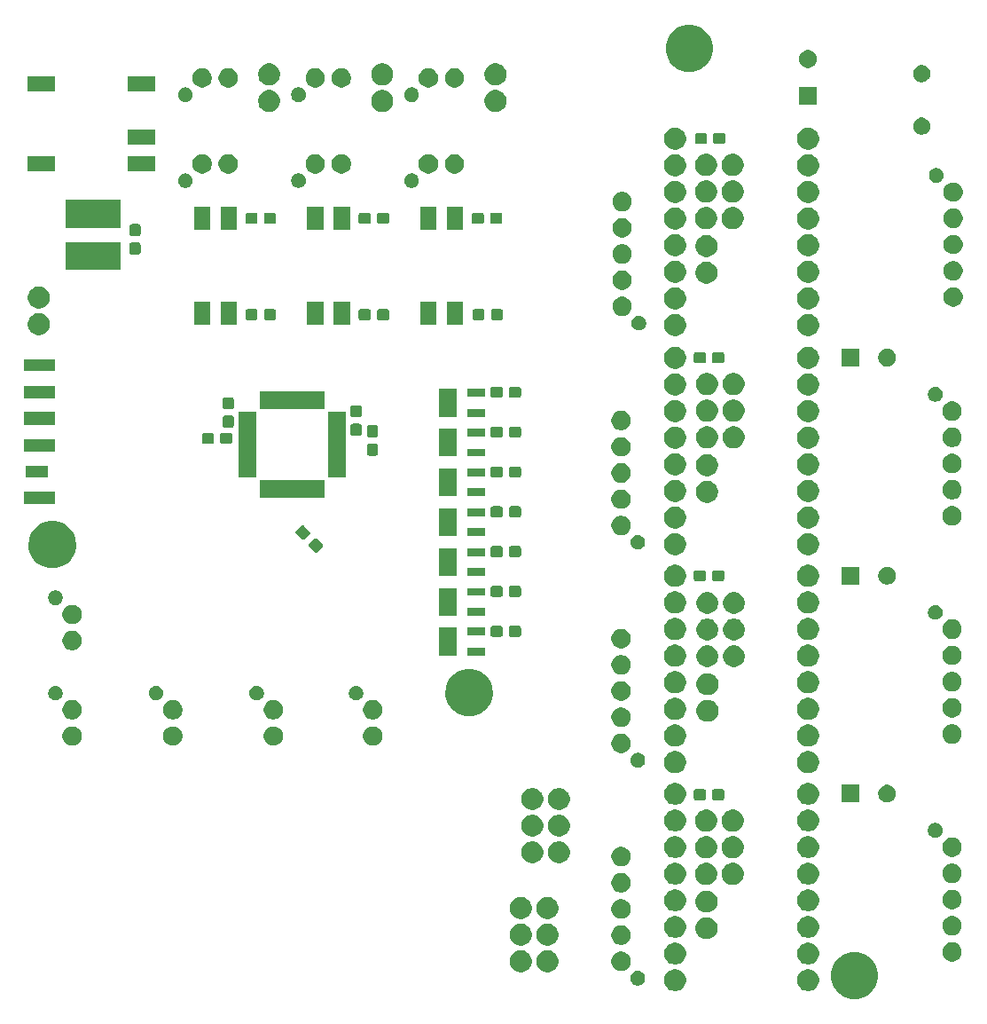
<source format=gts>
%TF.GenerationSoftware,KiCad,Pcbnew,(5.1.5)-2*%
%TF.CreationDate,2019-12-28T19:20:09-08:00*%
%TF.ProjectId,20191222_Projects_Mainboard_A0,32303139-3132-4323-925f-50726f6a6563,A3*%
%TF.SameCoordinates,PX2191c00PY7534e20*%
%TF.FileFunction,Soldermask,Top*%
%TF.FilePolarity,Negative*%
%FSLAX46Y46*%
G04 Gerber Fmt 4.6, Leading zero omitted, Abs format (unit mm)*
G04 Created by KiCad (PCBNEW (5.1.5)-2) date 2019-12-28 19:20:09*
%MOMM*%
%LPD*%
G04 APERTURE LIST*
%ADD10C,0.100000*%
G04 APERTURE END LIST*
D10*
G36*
X79574919Y-17709585D02*
G01*
X79956593Y-17785504D01*
X80366249Y-17955189D01*
X80734929Y-18201534D01*
X81048466Y-18515071D01*
X81294811Y-18883751D01*
X81464496Y-19293407D01*
X81551000Y-19728296D01*
X81551000Y-20171704D01*
X81464496Y-20606593D01*
X81294811Y-21016249D01*
X81048466Y-21384929D01*
X80734929Y-21698466D01*
X80366249Y-21944811D01*
X79956593Y-22114496D01*
X79575880Y-22190224D01*
X79521705Y-22201000D01*
X79078295Y-22201000D01*
X79024120Y-22190224D01*
X78643407Y-22114496D01*
X78233751Y-21944811D01*
X77865071Y-21698466D01*
X77551534Y-21384929D01*
X77305189Y-21016249D01*
X77135504Y-20606593D01*
X77049000Y-20171704D01*
X77049000Y-19728296D01*
X77135504Y-19293407D01*
X77305189Y-18883751D01*
X77551534Y-18515071D01*
X77865071Y-18201534D01*
X78233751Y-17955189D01*
X78643407Y-17785504D01*
X79025081Y-17709585D01*
X79078295Y-17699000D01*
X79521705Y-17699000D01*
X79574919Y-17709585D01*
G37*
G36*
X75156564Y-19379389D02*
G01*
X75347833Y-19458615D01*
X75347835Y-19458616D01*
X75519973Y-19573635D01*
X75666365Y-19720027D01*
X75765205Y-19867951D01*
X75781385Y-19892167D01*
X75860611Y-20083436D01*
X75901000Y-20286484D01*
X75901000Y-20493516D01*
X75860611Y-20696564D01*
X75787089Y-20874062D01*
X75781384Y-20887835D01*
X75666365Y-21059973D01*
X75519973Y-21206365D01*
X75347835Y-21321384D01*
X75347834Y-21321385D01*
X75347833Y-21321385D01*
X75156564Y-21400611D01*
X74953516Y-21441000D01*
X74746484Y-21441000D01*
X74543436Y-21400611D01*
X74352167Y-21321385D01*
X74352166Y-21321385D01*
X74352165Y-21321384D01*
X74180027Y-21206365D01*
X74033635Y-21059973D01*
X73918616Y-20887835D01*
X73912911Y-20874062D01*
X73839389Y-20696564D01*
X73799000Y-20493516D01*
X73799000Y-20286484D01*
X73839389Y-20083436D01*
X73918615Y-19892167D01*
X73934796Y-19867951D01*
X74033635Y-19720027D01*
X74180027Y-19573635D01*
X74352165Y-19458616D01*
X74352167Y-19458615D01*
X74543436Y-19379389D01*
X74746484Y-19339000D01*
X74953516Y-19339000D01*
X75156564Y-19379389D01*
G37*
G36*
X62456564Y-19379389D02*
G01*
X62647833Y-19458615D01*
X62647835Y-19458616D01*
X62819973Y-19573635D01*
X62966365Y-19720027D01*
X63065205Y-19867951D01*
X63081385Y-19892167D01*
X63160611Y-20083436D01*
X63201000Y-20286484D01*
X63201000Y-20493516D01*
X63160611Y-20696564D01*
X63087089Y-20874062D01*
X63081384Y-20887835D01*
X62966365Y-21059973D01*
X62819973Y-21206365D01*
X62647835Y-21321384D01*
X62647834Y-21321385D01*
X62647833Y-21321385D01*
X62456564Y-21400611D01*
X62253516Y-21441000D01*
X62046484Y-21441000D01*
X61843436Y-21400611D01*
X61652167Y-21321385D01*
X61652166Y-21321385D01*
X61652165Y-21321384D01*
X61480027Y-21206365D01*
X61333635Y-21059973D01*
X61218616Y-20887835D01*
X61212911Y-20874062D01*
X61139389Y-20696564D01*
X61099000Y-20493516D01*
X61099000Y-20286484D01*
X61139389Y-20083436D01*
X61218615Y-19892167D01*
X61234796Y-19867951D01*
X61333635Y-19720027D01*
X61480027Y-19573635D01*
X61652165Y-19458616D01*
X61652167Y-19458615D01*
X61843436Y-19379389D01*
X62046484Y-19339000D01*
X62253516Y-19339000D01*
X62456564Y-19379389D01*
G37*
G36*
X58804473Y-19525938D02*
G01*
X58932049Y-19578782D01*
X59046859Y-19655495D01*
X59144505Y-19753141D01*
X59221218Y-19867951D01*
X59274062Y-19995527D01*
X59301000Y-20130956D01*
X59301000Y-20269044D01*
X59274062Y-20404473D01*
X59221218Y-20532049D01*
X59144505Y-20646859D01*
X59046859Y-20744505D01*
X58932049Y-20821218D01*
X58804473Y-20874062D01*
X58669044Y-20901000D01*
X58530956Y-20901000D01*
X58395527Y-20874062D01*
X58267951Y-20821218D01*
X58153141Y-20744505D01*
X58055495Y-20646859D01*
X57978782Y-20532049D01*
X57925938Y-20404473D01*
X57899000Y-20269044D01*
X57899000Y-20130956D01*
X57925938Y-19995527D01*
X57978782Y-19867951D01*
X58055495Y-19753141D01*
X58153141Y-19655495D01*
X58267951Y-19578782D01*
X58395527Y-19525938D01*
X58530956Y-19499000D01*
X58669044Y-19499000D01*
X58804473Y-19525938D01*
G37*
G36*
X50276564Y-17589389D02*
G01*
X50467833Y-17668615D01*
X50467835Y-17668616D01*
X50633618Y-17779389D01*
X50639973Y-17783635D01*
X50786365Y-17930027D01*
X50901384Y-18102165D01*
X50980611Y-18293435D01*
X51021000Y-18496484D01*
X51021000Y-18703514D01*
X50980611Y-18906564D01*
X50925909Y-19038626D01*
X50901384Y-19097835D01*
X50786365Y-19269973D01*
X50639973Y-19416365D01*
X50467835Y-19531384D01*
X50467834Y-19531385D01*
X50467833Y-19531385D01*
X50276564Y-19610611D01*
X50073516Y-19651000D01*
X49866484Y-19651000D01*
X49663436Y-19610611D01*
X49472167Y-19531385D01*
X49472166Y-19531385D01*
X49472165Y-19531384D01*
X49300027Y-19416365D01*
X49153635Y-19269973D01*
X49038616Y-19097835D01*
X49014091Y-19038626D01*
X48959389Y-18906564D01*
X48919000Y-18703514D01*
X48919000Y-18496484D01*
X48959389Y-18293435D01*
X49038616Y-18102165D01*
X49153635Y-17930027D01*
X49300027Y-17783635D01*
X49306382Y-17779389D01*
X49472165Y-17668616D01*
X49472167Y-17668615D01*
X49663436Y-17589389D01*
X49866484Y-17549000D01*
X50073516Y-17549000D01*
X50276564Y-17589389D01*
G37*
G36*
X47736564Y-17589389D02*
G01*
X47927833Y-17668615D01*
X47927835Y-17668616D01*
X48093618Y-17779389D01*
X48099973Y-17783635D01*
X48246365Y-17930027D01*
X48361384Y-18102165D01*
X48440611Y-18293435D01*
X48481000Y-18496484D01*
X48481000Y-18703514D01*
X48440611Y-18906564D01*
X48385909Y-19038626D01*
X48361384Y-19097835D01*
X48246365Y-19269973D01*
X48099973Y-19416365D01*
X47927835Y-19531384D01*
X47927834Y-19531385D01*
X47927833Y-19531385D01*
X47736564Y-19610611D01*
X47533516Y-19651000D01*
X47326484Y-19651000D01*
X47123436Y-19610611D01*
X46932167Y-19531385D01*
X46932166Y-19531385D01*
X46932165Y-19531384D01*
X46760027Y-19416365D01*
X46613635Y-19269973D01*
X46498616Y-19097835D01*
X46474091Y-19038626D01*
X46419389Y-18906564D01*
X46379000Y-18703514D01*
X46379000Y-18496484D01*
X46419389Y-18293435D01*
X46498616Y-18102165D01*
X46613635Y-17930027D01*
X46760027Y-17783635D01*
X46766382Y-17779389D01*
X46932165Y-17668616D01*
X46932167Y-17668615D01*
X47123436Y-17589389D01*
X47326484Y-17549000D01*
X47533516Y-17549000D01*
X47736564Y-17589389D01*
G37*
G36*
X57270104Y-17709585D02*
G01*
X57438626Y-17779389D01*
X57590291Y-17880728D01*
X57719272Y-18009709D01*
X57820611Y-18161374D01*
X57890415Y-18329896D01*
X57926000Y-18508797D01*
X57926000Y-18691203D01*
X57890415Y-18870104D01*
X57820611Y-19038626D01*
X57719272Y-19190291D01*
X57590291Y-19319272D01*
X57438626Y-19420611D01*
X57270104Y-19490415D01*
X57091203Y-19526000D01*
X56908797Y-19526000D01*
X56729896Y-19490415D01*
X56561374Y-19420611D01*
X56409709Y-19319272D01*
X56280728Y-19190291D01*
X56179389Y-19038626D01*
X56109585Y-18870104D01*
X56074000Y-18691203D01*
X56074000Y-18508797D01*
X56109585Y-18329896D01*
X56179389Y-18161374D01*
X56280728Y-18009709D01*
X56409709Y-17880728D01*
X56561374Y-17779389D01*
X56729896Y-17709585D01*
X56908797Y-17674000D01*
X57091203Y-17674000D01*
X57270104Y-17709585D01*
G37*
G36*
X62456564Y-16839389D02*
G01*
X62647833Y-16918615D01*
X62647835Y-16918616D01*
X62755288Y-16990414D01*
X62819973Y-17033635D01*
X62966365Y-17180027D01*
X63081385Y-17352167D01*
X63160611Y-17543436D01*
X63201000Y-17746484D01*
X63201000Y-17953516D01*
X63160611Y-18156564D01*
X63103917Y-18293435D01*
X63081384Y-18347835D01*
X62966365Y-18519973D01*
X62819973Y-18666365D01*
X62647835Y-18781384D01*
X62647834Y-18781385D01*
X62647833Y-18781385D01*
X62456564Y-18860611D01*
X62253516Y-18901000D01*
X62046484Y-18901000D01*
X61843436Y-18860611D01*
X61652167Y-18781385D01*
X61652166Y-18781385D01*
X61652165Y-18781384D01*
X61480027Y-18666365D01*
X61333635Y-18519973D01*
X61218616Y-18347835D01*
X61196083Y-18293435D01*
X61139389Y-18156564D01*
X61099000Y-17953516D01*
X61099000Y-17746484D01*
X61139389Y-17543436D01*
X61218615Y-17352167D01*
X61333635Y-17180027D01*
X61480027Y-17033635D01*
X61544712Y-16990414D01*
X61652165Y-16918616D01*
X61652167Y-16918615D01*
X61843436Y-16839389D01*
X62046484Y-16799000D01*
X62253516Y-16799000D01*
X62456564Y-16839389D01*
G37*
G36*
X75156564Y-16839389D02*
G01*
X75347833Y-16918615D01*
X75347835Y-16918616D01*
X75455288Y-16990414D01*
X75519973Y-17033635D01*
X75666365Y-17180027D01*
X75781385Y-17352167D01*
X75860611Y-17543436D01*
X75901000Y-17746484D01*
X75901000Y-17953516D01*
X75860611Y-18156564D01*
X75803917Y-18293435D01*
X75781384Y-18347835D01*
X75666365Y-18519973D01*
X75519973Y-18666365D01*
X75347835Y-18781384D01*
X75347834Y-18781385D01*
X75347833Y-18781385D01*
X75156564Y-18860611D01*
X74953516Y-18901000D01*
X74746484Y-18901000D01*
X74543436Y-18860611D01*
X74352167Y-18781385D01*
X74352166Y-18781385D01*
X74352165Y-18781384D01*
X74180027Y-18666365D01*
X74033635Y-18519973D01*
X73918616Y-18347835D01*
X73896083Y-18293435D01*
X73839389Y-18156564D01*
X73799000Y-17953516D01*
X73799000Y-17746484D01*
X73839389Y-17543436D01*
X73918615Y-17352167D01*
X74033635Y-17180027D01*
X74180027Y-17033635D01*
X74244712Y-16990414D01*
X74352165Y-16918616D01*
X74352167Y-16918615D01*
X74543436Y-16839389D01*
X74746484Y-16799000D01*
X74953516Y-16799000D01*
X75156564Y-16839389D01*
G37*
G36*
X88870104Y-16809585D02*
G01*
X89038626Y-16879389D01*
X89190291Y-16980728D01*
X89319272Y-17109709D01*
X89420611Y-17261374D01*
X89490415Y-17429896D01*
X89526000Y-17608797D01*
X89526000Y-17791203D01*
X89490415Y-17970104D01*
X89420611Y-18138626D01*
X89319272Y-18290291D01*
X89190291Y-18419272D01*
X89038626Y-18520611D01*
X88870104Y-18590415D01*
X88691203Y-18626000D01*
X88508797Y-18626000D01*
X88329896Y-18590415D01*
X88161374Y-18520611D01*
X88009709Y-18419272D01*
X87880728Y-18290291D01*
X87779389Y-18138626D01*
X87709585Y-17970104D01*
X87674000Y-17791203D01*
X87674000Y-17608797D01*
X87709585Y-17429896D01*
X87779389Y-17261374D01*
X87880728Y-17109709D01*
X88009709Y-16980728D01*
X88161374Y-16879389D01*
X88329896Y-16809585D01*
X88508797Y-16774000D01*
X88691203Y-16774000D01*
X88870104Y-16809585D01*
G37*
G36*
X47736564Y-15049389D02*
G01*
X47927833Y-15128615D01*
X47927835Y-15128616D01*
X48099973Y-15243635D01*
X48246365Y-15390027D01*
X48348922Y-15543514D01*
X48361385Y-15562167D01*
X48440611Y-15753436D01*
X48481000Y-15956484D01*
X48481000Y-16163516D01*
X48440611Y-16366564D01*
X48389068Y-16491000D01*
X48361384Y-16557835D01*
X48246365Y-16729973D01*
X48099973Y-16876365D01*
X47927835Y-16991384D01*
X47927834Y-16991385D01*
X47927833Y-16991385D01*
X47736564Y-17070611D01*
X47533516Y-17111000D01*
X47326484Y-17111000D01*
X47123436Y-17070611D01*
X46932167Y-16991385D01*
X46932166Y-16991385D01*
X46932165Y-16991384D01*
X46760027Y-16876365D01*
X46613635Y-16729973D01*
X46498616Y-16557835D01*
X46470932Y-16491000D01*
X46419389Y-16366564D01*
X46379000Y-16163516D01*
X46379000Y-15956484D01*
X46419389Y-15753436D01*
X46498615Y-15562167D01*
X46511079Y-15543514D01*
X46613635Y-15390027D01*
X46760027Y-15243635D01*
X46932165Y-15128616D01*
X46932167Y-15128615D01*
X47123436Y-15049389D01*
X47326484Y-15009000D01*
X47533516Y-15009000D01*
X47736564Y-15049389D01*
G37*
G36*
X50276564Y-15049389D02*
G01*
X50467833Y-15128615D01*
X50467835Y-15128616D01*
X50639973Y-15243635D01*
X50786365Y-15390027D01*
X50888922Y-15543514D01*
X50901385Y-15562167D01*
X50980611Y-15753436D01*
X51021000Y-15956484D01*
X51021000Y-16163516D01*
X50980611Y-16366564D01*
X50929068Y-16491000D01*
X50901384Y-16557835D01*
X50786365Y-16729973D01*
X50639973Y-16876365D01*
X50467835Y-16991384D01*
X50467834Y-16991385D01*
X50467833Y-16991385D01*
X50276564Y-17070611D01*
X50073516Y-17111000D01*
X49866484Y-17111000D01*
X49663436Y-17070611D01*
X49472167Y-16991385D01*
X49472166Y-16991385D01*
X49472165Y-16991384D01*
X49300027Y-16876365D01*
X49153635Y-16729973D01*
X49038616Y-16557835D01*
X49010932Y-16491000D01*
X48959389Y-16366564D01*
X48919000Y-16163516D01*
X48919000Y-15956484D01*
X48959389Y-15753436D01*
X49038615Y-15562167D01*
X49051079Y-15543514D01*
X49153635Y-15390027D01*
X49300027Y-15243635D01*
X49472165Y-15128616D01*
X49472167Y-15128615D01*
X49663436Y-15049389D01*
X49866484Y-15009000D01*
X50073516Y-15009000D01*
X50276564Y-15049389D01*
G37*
G36*
X57270104Y-15209585D02*
G01*
X57438626Y-15279389D01*
X57590291Y-15380728D01*
X57719272Y-15509709D01*
X57820611Y-15661374D01*
X57890415Y-15829896D01*
X57926000Y-16008797D01*
X57926000Y-16191203D01*
X57890415Y-16370104D01*
X57820611Y-16538626D01*
X57719272Y-16690291D01*
X57590291Y-16819272D01*
X57438626Y-16920611D01*
X57270104Y-16990415D01*
X57091203Y-17026000D01*
X56908797Y-17026000D01*
X56729896Y-16990415D01*
X56561374Y-16920611D01*
X56409709Y-16819272D01*
X56280728Y-16690291D01*
X56179389Y-16538626D01*
X56109585Y-16370104D01*
X56074000Y-16191203D01*
X56074000Y-16008797D01*
X56109585Y-15829896D01*
X56179389Y-15661374D01*
X56280728Y-15509709D01*
X56409709Y-15380728D01*
X56561374Y-15279389D01*
X56729896Y-15209585D01*
X56908797Y-15174000D01*
X57091203Y-15174000D01*
X57270104Y-15209585D01*
G37*
G36*
X65456564Y-14429389D02*
G01*
X65647833Y-14508615D01*
X65647835Y-14508616D01*
X65819973Y-14623635D01*
X65966365Y-14770027D01*
X66073187Y-14929897D01*
X66081385Y-14942167D01*
X66160611Y-15133436D01*
X66201000Y-15336484D01*
X66201000Y-15543516D01*
X66160611Y-15746564D01*
X66089073Y-15919272D01*
X66081384Y-15937835D01*
X65966365Y-16109973D01*
X65819973Y-16256365D01*
X65647835Y-16371384D01*
X65647834Y-16371385D01*
X65647833Y-16371385D01*
X65456564Y-16450611D01*
X65253516Y-16491000D01*
X65046484Y-16491000D01*
X64843436Y-16450611D01*
X64652167Y-16371385D01*
X64652166Y-16371385D01*
X64652165Y-16371384D01*
X64480027Y-16256365D01*
X64333635Y-16109973D01*
X64218616Y-15937835D01*
X64210927Y-15919272D01*
X64139389Y-15746564D01*
X64099000Y-15543516D01*
X64099000Y-15336484D01*
X64139389Y-15133436D01*
X64218615Y-14942167D01*
X64226814Y-14929897D01*
X64333635Y-14770027D01*
X64480027Y-14623635D01*
X64652165Y-14508616D01*
X64652167Y-14508615D01*
X64843436Y-14429389D01*
X65046484Y-14389000D01*
X65253516Y-14389000D01*
X65456564Y-14429389D01*
G37*
G36*
X75156564Y-14299389D02*
G01*
X75347833Y-14378615D01*
X75347835Y-14378616D01*
X75519973Y-14493635D01*
X75666365Y-14640027D01*
X75747447Y-14761374D01*
X75781385Y-14812167D01*
X75860611Y-15003436D01*
X75901000Y-15206484D01*
X75901000Y-15413516D01*
X75860611Y-15616564D01*
X75788651Y-15790291D01*
X75781384Y-15807835D01*
X75666365Y-15979973D01*
X75519973Y-16126365D01*
X75347835Y-16241384D01*
X75347834Y-16241385D01*
X75347833Y-16241385D01*
X75156564Y-16320611D01*
X74953516Y-16361000D01*
X74746484Y-16361000D01*
X74543436Y-16320611D01*
X74352167Y-16241385D01*
X74352166Y-16241385D01*
X74352165Y-16241384D01*
X74180027Y-16126365D01*
X74033635Y-15979973D01*
X73918616Y-15807835D01*
X73911349Y-15790291D01*
X73839389Y-15616564D01*
X73799000Y-15413516D01*
X73799000Y-15206484D01*
X73839389Y-15003436D01*
X73918615Y-14812167D01*
X73952554Y-14761374D01*
X74033635Y-14640027D01*
X74180027Y-14493635D01*
X74352165Y-14378616D01*
X74352167Y-14378615D01*
X74543436Y-14299389D01*
X74746484Y-14259000D01*
X74953516Y-14259000D01*
X75156564Y-14299389D01*
G37*
G36*
X62456564Y-14299389D02*
G01*
X62647833Y-14378615D01*
X62647835Y-14378616D01*
X62819973Y-14493635D01*
X62966365Y-14640027D01*
X63047447Y-14761374D01*
X63081385Y-14812167D01*
X63160611Y-15003436D01*
X63201000Y-15206484D01*
X63201000Y-15413516D01*
X63160611Y-15616564D01*
X63088651Y-15790291D01*
X63081384Y-15807835D01*
X62966365Y-15979973D01*
X62819973Y-16126365D01*
X62647835Y-16241384D01*
X62647834Y-16241385D01*
X62647833Y-16241385D01*
X62456564Y-16320611D01*
X62253516Y-16361000D01*
X62046484Y-16361000D01*
X61843436Y-16320611D01*
X61652167Y-16241385D01*
X61652166Y-16241385D01*
X61652165Y-16241384D01*
X61480027Y-16126365D01*
X61333635Y-15979973D01*
X61218616Y-15807835D01*
X61211349Y-15790291D01*
X61139389Y-15616564D01*
X61099000Y-15413516D01*
X61099000Y-15206484D01*
X61139389Y-15003436D01*
X61218615Y-14812167D01*
X61252554Y-14761374D01*
X61333635Y-14640027D01*
X61480027Y-14493635D01*
X61652165Y-14378616D01*
X61652167Y-14378615D01*
X61843436Y-14299389D01*
X62046484Y-14259000D01*
X62253516Y-14259000D01*
X62456564Y-14299389D01*
G37*
G36*
X88870104Y-14309585D02*
G01*
X89038626Y-14379389D01*
X89190291Y-14480728D01*
X89319272Y-14609709D01*
X89420611Y-14761374D01*
X89490415Y-14929896D01*
X89526000Y-15108797D01*
X89526000Y-15291203D01*
X89490415Y-15470104D01*
X89420611Y-15638626D01*
X89319272Y-15790291D01*
X89190291Y-15919272D01*
X89038626Y-16020611D01*
X88870104Y-16090415D01*
X88691203Y-16126000D01*
X88508797Y-16126000D01*
X88329896Y-16090415D01*
X88161374Y-16020611D01*
X88009709Y-15919272D01*
X87880728Y-15790291D01*
X87779389Y-15638626D01*
X87709585Y-15470104D01*
X87674000Y-15291203D01*
X87674000Y-15108797D01*
X87709585Y-14929896D01*
X87779389Y-14761374D01*
X87880728Y-14609709D01*
X88009709Y-14480728D01*
X88161374Y-14379389D01*
X88329896Y-14309585D01*
X88508797Y-14274000D01*
X88691203Y-14274000D01*
X88870104Y-14309585D01*
G37*
G36*
X50276564Y-12509389D02*
G01*
X50467833Y-12588615D01*
X50467835Y-12588616D01*
X50639973Y-12703635D01*
X50786365Y-12850027D01*
X50888922Y-13003514D01*
X50901385Y-13022167D01*
X50980611Y-13213436D01*
X51021000Y-13416484D01*
X51021000Y-13623516D01*
X50980611Y-13826564D01*
X50929068Y-13951000D01*
X50901384Y-14017835D01*
X50786365Y-14189973D01*
X50639973Y-14336365D01*
X50467835Y-14451384D01*
X50467834Y-14451385D01*
X50467833Y-14451385D01*
X50276564Y-14530611D01*
X50073516Y-14571000D01*
X49866484Y-14571000D01*
X49663436Y-14530611D01*
X49472167Y-14451385D01*
X49472166Y-14451385D01*
X49472165Y-14451384D01*
X49300027Y-14336365D01*
X49153635Y-14189973D01*
X49038616Y-14017835D01*
X49010932Y-13951000D01*
X48959389Y-13826564D01*
X48919000Y-13623516D01*
X48919000Y-13416484D01*
X48959389Y-13213436D01*
X49038615Y-13022167D01*
X49051079Y-13003514D01*
X49153635Y-12850027D01*
X49300027Y-12703635D01*
X49472165Y-12588616D01*
X49472167Y-12588615D01*
X49663436Y-12509389D01*
X49866484Y-12469000D01*
X50073516Y-12469000D01*
X50276564Y-12509389D01*
G37*
G36*
X47736564Y-12509389D02*
G01*
X47927833Y-12588615D01*
X47927835Y-12588616D01*
X48099973Y-12703635D01*
X48246365Y-12850027D01*
X48348922Y-13003514D01*
X48361385Y-13022167D01*
X48440611Y-13213436D01*
X48481000Y-13416484D01*
X48481000Y-13623516D01*
X48440611Y-13826564D01*
X48389068Y-13951000D01*
X48361384Y-14017835D01*
X48246365Y-14189973D01*
X48099973Y-14336365D01*
X47927835Y-14451384D01*
X47927834Y-14451385D01*
X47927833Y-14451385D01*
X47736564Y-14530611D01*
X47533516Y-14571000D01*
X47326484Y-14571000D01*
X47123436Y-14530611D01*
X46932167Y-14451385D01*
X46932166Y-14451385D01*
X46932165Y-14451384D01*
X46760027Y-14336365D01*
X46613635Y-14189973D01*
X46498616Y-14017835D01*
X46470932Y-13951000D01*
X46419389Y-13826564D01*
X46379000Y-13623516D01*
X46379000Y-13416484D01*
X46419389Y-13213436D01*
X46498615Y-13022167D01*
X46511079Y-13003514D01*
X46613635Y-12850027D01*
X46760027Y-12703635D01*
X46932165Y-12588616D01*
X46932167Y-12588615D01*
X47123436Y-12509389D01*
X47326484Y-12469000D01*
X47533516Y-12469000D01*
X47736564Y-12509389D01*
G37*
G36*
X57270104Y-12709585D02*
G01*
X57438626Y-12779389D01*
X57590291Y-12880728D01*
X57719272Y-13009709D01*
X57820611Y-13161374D01*
X57890415Y-13329896D01*
X57926000Y-13508797D01*
X57926000Y-13691203D01*
X57890415Y-13870104D01*
X57820611Y-14038626D01*
X57719272Y-14190291D01*
X57590291Y-14319272D01*
X57438626Y-14420611D01*
X57270104Y-14490415D01*
X57091203Y-14526000D01*
X56908797Y-14526000D01*
X56729896Y-14490415D01*
X56561374Y-14420611D01*
X56409709Y-14319272D01*
X56280728Y-14190291D01*
X56179389Y-14038626D01*
X56109585Y-13870104D01*
X56074000Y-13691203D01*
X56074000Y-13508797D01*
X56109585Y-13329896D01*
X56179389Y-13161374D01*
X56280728Y-13009709D01*
X56409709Y-12880728D01*
X56561374Y-12779389D01*
X56729896Y-12709585D01*
X56908797Y-12674000D01*
X57091203Y-12674000D01*
X57270104Y-12709585D01*
G37*
G36*
X65456564Y-11889389D02*
G01*
X65647833Y-11968615D01*
X65647835Y-11968616D01*
X65665963Y-11980729D01*
X65819973Y-12083635D01*
X65966365Y-12230027D01*
X66081385Y-12402167D01*
X66160611Y-12593436D01*
X66201000Y-12796484D01*
X66201000Y-13003516D01*
X66160611Y-13206564D01*
X66125930Y-13290291D01*
X66081384Y-13397835D01*
X65966365Y-13569973D01*
X65819973Y-13716365D01*
X65647835Y-13831384D01*
X65647834Y-13831385D01*
X65647833Y-13831385D01*
X65456564Y-13910611D01*
X65253516Y-13951000D01*
X65046484Y-13951000D01*
X64843436Y-13910611D01*
X64652167Y-13831385D01*
X64652166Y-13831385D01*
X64652165Y-13831384D01*
X64480027Y-13716365D01*
X64333635Y-13569973D01*
X64218616Y-13397835D01*
X64174070Y-13290291D01*
X64139389Y-13206564D01*
X64099000Y-13003516D01*
X64099000Y-12796484D01*
X64139389Y-12593436D01*
X64218615Y-12402167D01*
X64333635Y-12230027D01*
X64480027Y-12083635D01*
X64634037Y-11980729D01*
X64652165Y-11968616D01*
X64652167Y-11968615D01*
X64843436Y-11889389D01*
X65046484Y-11849000D01*
X65253516Y-11849000D01*
X65456564Y-11889389D01*
G37*
G36*
X75156564Y-11759389D02*
G01*
X75347833Y-11838615D01*
X75347835Y-11838616D01*
X75519973Y-11953635D01*
X75666365Y-12100027D01*
X75774174Y-12261374D01*
X75781385Y-12272167D01*
X75860611Y-12463436D01*
X75901000Y-12666484D01*
X75901000Y-12873516D01*
X75860611Y-13076564D01*
X75825481Y-13161375D01*
X75781384Y-13267835D01*
X75666365Y-13439973D01*
X75519973Y-13586365D01*
X75347835Y-13701384D01*
X75347834Y-13701385D01*
X75347833Y-13701385D01*
X75156564Y-13780611D01*
X74953516Y-13821000D01*
X74746484Y-13821000D01*
X74543436Y-13780611D01*
X74352167Y-13701385D01*
X74352166Y-13701385D01*
X74352165Y-13701384D01*
X74180027Y-13586365D01*
X74033635Y-13439973D01*
X73918616Y-13267835D01*
X73874519Y-13161375D01*
X73839389Y-13076564D01*
X73799000Y-12873516D01*
X73799000Y-12666484D01*
X73839389Y-12463436D01*
X73918615Y-12272167D01*
X73925827Y-12261374D01*
X74033635Y-12100027D01*
X74180027Y-11953635D01*
X74352165Y-11838616D01*
X74352167Y-11838615D01*
X74543436Y-11759389D01*
X74746484Y-11719000D01*
X74953516Y-11719000D01*
X75156564Y-11759389D01*
G37*
G36*
X62456564Y-11759389D02*
G01*
X62647833Y-11838615D01*
X62647835Y-11838616D01*
X62819973Y-11953635D01*
X62966365Y-12100027D01*
X63074174Y-12261374D01*
X63081385Y-12272167D01*
X63160611Y-12463436D01*
X63201000Y-12666484D01*
X63201000Y-12873516D01*
X63160611Y-13076564D01*
X63125481Y-13161375D01*
X63081384Y-13267835D01*
X62966365Y-13439973D01*
X62819973Y-13586365D01*
X62647835Y-13701384D01*
X62647834Y-13701385D01*
X62647833Y-13701385D01*
X62456564Y-13780611D01*
X62253516Y-13821000D01*
X62046484Y-13821000D01*
X61843436Y-13780611D01*
X61652167Y-13701385D01*
X61652166Y-13701385D01*
X61652165Y-13701384D01*
X61480027Y-13586365D01*
X61333635Y-13439973D01*
X61218616Y-13267835D01*
X61174519Y-13161375D01*
X61139389Y-13076564D01*
X61099000Y-12873516D01*
X61099000Y-12666484D01*
X61139389Y-12463436D01*
X61218615Y-12272167D01*
X61225827Y-12261374D01*
X61333635Y-12100027D01*
X61480027Y-11953635D01*
X61652165Y-11838616D01*
X61652167Y-11838615D01*
X61843436Y-11759389D01*
X62046484Y-11719000D01*
X62253516Y-11719000D01*
X62456564Y-11759389D01*
G37*
G36*
X88870104Y-11809585D02*
G01*
X89038626Y-11879389D01*
X89190291Y-11980728D01*
X89319272Y-12109709D01*
X89420611Y-12261374D01*
X89490415Y-12429896D01*
X89526000Y-12608797D01*
X89526000Y-12791203D01*
X89490415Y-12970104D01*
X89420611Y-13138626D01*
X89319272Y-13290291D01*
X89190291Y-13419272D01*
X89038626Y-13520611D01*
X88870104Y-13590415D01*
X88691203Y-13626000D01*
X88508797Y-13626000D01*
X88329896Y-13590415D01*
X88161374Y-13520611D01*
X88009709Y-13419272D01*
X87880728Y-13290291D01*
X87779389Y-13138626D01*
X87709585Y-12970104D01*
X87674000Y-12791203D01*
X87674000Y-12608797D01*
X87709585Y-12429896D01*
X87779389Y-12261374D01*
X87880728Y-12109709D01*
X88009709Y-11980728D01*
X88161374Y-11879389D01*
X88329896Y-11809585D01*
X88508797Y-11774000D01*
X88691203Y-11774000D01*
X88870104Y-11809585D01*
G37*
G36*
X57270104Y-10209585D02*
G01*
X57438626Y-10279389D01*
X57590291Y-10380728D01*
X57719272Y-10509709D01*
X57820611Y-10661374D01*
X57890415Y-10829896D01*
X57926000Y-11008797D01*
X57926000Y-11191203D01*
X57890415Y-11370104D01*
X57820611Y-11538626D01*
X57719272Y-11690291D01*
X57590291Y-11819272D01*
X57438626Y-11920611D01*
X57270104Y-11990415D01*
X57091203Y-12026000D01*
X56908797Y-12026000D01*
X56729896Y-11990415D01*
X56561374Y-11920611D01*
X56409709Y-11819272D01*
X56280728Y-11690291D01*
X56179389Y-11538626D01*
X56109585Y-11370104D01*
X56074000Y-11191203D01*
X56074000Y-11008797D01*
X56109585Y-10829896D01*
X56179389Y-10661374D01*
X56280728Y-10509709D01*
X56409709Y-10380728D01*
X56561374Y-10279389D01*
X56729896Y-10209585D01*
X56908797Y-10174000D01*
X57091203Y-10174000D01*
X57270104Y-10209585D01*
G37*
G36*
X67976564Y-9229389D02*
G01*
X68143693Y-9298616D01*
X68167835Y-9308616D01*
X68339973Y-9423635D01*
X68486365Y-9570027D01*
X68594704Y-9732167D01*
X68601385Y-9742167D01*
X68680611Y-9933436D01*
X68721000Y-10136484D01*
X68721000Y-10343516D01*
X68680611Y-10546564D01*
X68633055Y-10661374D01*
X68601384Y-10737835D01*
X68486365Y-10909973D01*
X68339973Y-11056365D01*
X68167835Y-11171384D01*
X68167834Y-11171385D01*
X68167833Y-11171385D01*
X67976564Y-11250611D01*
X67773516Y-11291000D01*
X67566484Y-11291000D01*
X67363436Y-11250611D01*
X67172167Y-11171385D01*
X67172166Y-11171385D01*
X67172165Y-11171384D01*
X67000027Y-11056365D01*
X66853635Y-10909973D01*
X66738616Y-10737835D01*
X66706945Y-10661374D01*
X66659389Y-10546564D01*
X66619000Y-10343516D01*
X66619000Y-10136484D01*
X66659389Y-9933436D01*
X66738615Y-9742167D01*
X66745297Y-9732167D01*
X66853635Y-9570027D01*
X67000027Y-9423635D01*
X67172165Y-9308616D01*
X67196307Y-9298616D01*
X67363436Y-9229389D01*
X67566484Y-9189000D01*
X67773516Y-9189000D01*
X67976564Y-9229389D01*
G37*
G36*
X65436564Y-9229389D02*
G01*
X65603693Y-9298616D01*
X65627835Y-9308616D01*
X65799973Y-9423635D01*
X65946365Y-9570027D01*
X66054704Y-9732167D01*
X66061385Y-9742167D01*
X66140611Y-9933436D01*
X66181000Y-10136484D01*
X66181000Y-10343516D01*
X66140611Y-10546564D01*
X66093055Y-10661374D01*
X66061384Y-10737835D01*
X65946365Y-10909973D01*
X65799973Y-11056365D01*
X65627835Y-11171384D01*
X65627834Y-11171385D01*
X65627833Y-11171385D01*
X65436564Y-11250611D01*
X65233516Y-11291000D01*
X65026484Y-11291000D01*
X64823436Y-11250611D01*
X64632167Y-11171385D01*
X64632166Y-11171385D01*
X64632165Y-11171384D01*
X64460027Y-11056365D01*
X64313635Y-10909973D01*
X64198616Y-10737835D01*
X64166945Y-10661374D01*
X64119389Y-10546564D01*
X64079000Y-10343516D01*
X64079000Y-10136484D01*
X64119389Y-9933436D01*
X64198615Y-9742167D01*
X64205297Y-9732167D01*
X64313635Y-9570027D01*
X64460027Y-9423635D01*
X64632165Y-9308616D01*
X64656307Y-9298616D01*
X64823436Y-9229389D01*
X65026484Y-9189000D01*
X65233516Y-9189000D01*
X65436564Y-9229389D01*
G37*
G36*
X62456564Y-9219389D02*
G01*
X62647833Y-9298615D01*
X62647835Y-9298616D01*
X62768720Y-9379389D01*
X62819973Y-9413635D01*
X62966365Y-9560027D01*
X63081385Y-9732167D01*
X63160611Y-9923436D01*
X63201000Y-10126484D01*
X63201000Y-10333516D01*
X63160611Y-10536564D01*
X63081385Y-10727833D01*
X63081384Y-10727835D01*
X62966365Y-10899973D01*
X62819973Y-11046365D01*
X62647835Y-11161384D01*
X62647834Y-11161385D01*
X62647833Y-11161385D01*
X62456564Y-11240611D01*
X62253516Y-11281000D01*
X62046484Y-11281000D01*
X61843436Y-11240611D01*
X61652167Y-11161385D01*
X61652166Y-11161385D01*
X61652165Y-11161384D01*
X61480027Y-11046365D01*
X61333635Y-10899973D01*
X61218616Y-10727835D01*
X61218615Y-10727833D01*
X61139389Y-10536564D01*
X61099000Y-10333516D01*
X61099000Y-10126484D01*
X61139389Y-9923436D01*
X61218615Y-9732167D01*
X61333635Y-9560027D01*
X61480027Y-9413635D01*
X61531280Y-9379389D01*
X61652165Y-9298616D01*
X61652167Y-9298615D01*
X61843436Y-9219389D01*
X62046484Y-9179000D01*
X62253516Y-9179000D01*
X62456564Y-9219389D01*
G37*
G36*
X75156564Y-9219389D02*
G01*
X75347833Y-9298615D01*
X75347835Y-9298616D01*
X75468720Y-9379389D01*
X75519973Y-9413635D01*
X75666365Y-9560027D01*
X75781385Y-9732167D01*
X75860611Y-9923436D01*
X75901000Y-10126484D01*
X75901000Y-10333516D01*
X75860611Y-10536564D01*
X75781385Y-10727833D01*
X75781384Y-10727835D01*
X75666365Y-10899973D01*
X75519973Y-11046365D01*
X75347835Y-11161384D01*
X75347834Y-11161385D01*
X75347833Y-11161385D01*
X75156564Y-11240611D01*
X74953516Y-11281000D01*
X74746484Y-11281000D01*
X74543436Y-11240611D01*
X74352167Y-11161385D01*
X74352166Y-11161385D01*
X74352165Y-11161384D01*
X74180027Y-11046365D01*
X74033635Y-10899973D01*
X73918616Y-10727835D01*
X73918615Y-10727833D01*
X73839389Y-10536564D01*
X73799000Y-10333516D01*
X73799000Y-10126484D01*
X73839389Y-9923436D01*
X73918615Y-9732167D01*
X74033635Y-9560027D01*
X74180027Y-9413635D01*
X74231280Y-9379389D01*
X74352165Y-9298616D01*
X74352167Y-9298615D01*
X74543436Y-9219389D01*
X74746484Y-9179000D01*
X74953516Y-9179000D01*
X75156564Y-9219389D01*
G37*
G36*
X88870104Y-9309585D02*
G01*
X89038626Y-9379389D01*
X89190291Y-9480728D01*
X89319272Y-9609709D01*
X89420611Y-9761374D01*
X89490415Y-9929896D01*
X89526000Y-10108797D01*
X89526000Y-10291203D01*
X89490415Y-10470104D01*
X89420611Y-10638626D01*
X89319272Y-10790291D01*
X89190291Y-10919272D01*
X89038626Y-11020611D01*
X88870104Y-11090415D01*
X88691203Y-11126000D01*
X88508797Y-11126000D01*
X88329896Y-11090415D01*
X88161374Y-11020611D01*
X88009709Y-10919272D01*
X87880728Y-10790291D01*
X87779389Y-10638626D01*
X87709585Y-10470104D01*
X87674000Y-10291203D01*
X87674000Y-10108797D01*
X87709585Y-9929896D01*
X87779389Y-9761374D01*
X87880728Y-9609709D01*
X88009709Y-9480728D01*
X88161374Y-9379389D01*
X88329896Y-9309585D01*
X88508797Y-9274000D01*
X88691203Y-9274000D01*
X88870104Y-9309585D01*
G37*
G36*
X57270104Y-7709585D02*
G01*
X57438626Y-7779389D01*
X57590291Y-7880728D01*
X57719272Y-8009709D01*
X57820611Y-8161374D01*
X57890415Y-8329896D01*
X57926000Y-8508797D01*
X57926000Y-8691203D01*
X57890415Y-8870104D01*
X57820611Y-9038626D01*
X57719272Y-9190291D01*
X57590291Y-9319272D01*
X57438626Y-9420611D01*
X57270104Y-9490415D01*
X57091203Y-9526000D01*
X56908797Y-9526000D01*
X56729896Y-9490415D01*
X56561374Y-9420611D01*
X56409709Y-9319272D01*
X56280728Y-9190291D01*
X56179389Y-9038626D01*
X56109585Y-8870104D01*
X56074000Y-8691203D01*
X56074000Y-8508797D01*
X56109585Y-8329896D01*
X56179389Y-8161374D01*
X56280728Y-8009709D01*
X56409709Y-7880728D01*
X56561374Y-7779389D01*
X56729896Y-7709585D01*
X56908797Y-7674000D01*
X57091203Y-7674000D01*
X57270104Y-7709585D01*
G37*
G36*
X51376564Y-7179389D02*
G01*
X51567833Y-7258615D01*
X51567835Y-7258616D01*
X51739973Y-7373635D01*
X51886365Y-7520027D01*
X51989247Y-7674000D01*
X52001385Y-7692167D01*
X52080611Y-7883436D01*
X52121000Y-8086484D01*
X52121000Y-8293516D01*
X52080611Y-8496564D01*
X52026997Y-8626000D01*
X52001384Y-8687835D01*
X51886365Y-8859973D01*
X51739973Y-9006365D01*
X51567835Y-9121384D01*
X51567834Y-9121385D01*
X51567833Y-9121385D01*
X51376564Y-9200611D01*
X51173516Y-9241000D01*
X50966484Y-9241000D01*
X50763436Y-9200611D01*
X50572167Y-9121385D01*
X50572166Y-9121385D01*
X50572165Y-9121384D01*
X50400027Y-9006365D01*
X50253635Y-8859973D01*
X50138616Y-8687835D01*
X50113003Y-8626000D01*
X50059389Y-8496564D01*
X50019000Y-8293516D01*
X50019000Y-8086484D01*
X50059389Y-7883436D01*
X50138615Y-7692167D01*
X50150754Y-7674000D01*
X50253635Y-7520027D01*
X50400027Y-7373635D01*
X50572165Y-7258616D01*
X50572167Y-7258615D01*
X50763436Y-7179389D01*
X50966484Y-7139000D01*
X51173516Y-7139000D01*
X51376564Y-7179389D01*
G37*
G36*
X48836564Y-7179389D02*
G01*
X49027833Y-7258615D01*
X49027835Y-7258616D01*
X49199973Y-7373635D01*
X49346365Y-7520027D01*
X49449247Y-7674000D01*
X49461385Y-7692167D01*
X49540611Y-7883436D01*
X49581000Y-8086484D01*
X49581000Y-8293516D01*
X49540611Y-8496564D01*
X49486997Y-8626000D01*
X49461384Y-8687835D01*
X49346365Y-8859973D01*
X49199973Y-9006365D01*
X49027835Y-9121384D01*
X49027834Y-9121385D01*
X49027833Y-9121385D01*
X48836564Y-9200611D01*
X48633516Y-9241000D01*
X48426484Y-9241000D01*
X48223436Y-9200611D01*
X48032167Y-9121385D01*
X48032166Y-9121385D01*
X48032165Y-9121384D01*
X47860027Y-9006365D01*
X47713635Y-8859973D01*
X47598616Y-8687835D01*
X47573003Y-8626000D01*
X47519389Y-8496564D01*
X47479000Y-8293516D01*
X47479000Y-8086484D01*
X47519389Y-7883436D01*
X47598615Y-7692167D01*
X47610754Y-7674000D01*
X47713635Y-7520027D01*
X47860027Y-7373635D01*
X48032165Y-7258616D01*
X48032167Y-7258615D01*
X48223436Y-7179389D01*
X48426484Y-7139000D01*
X48633516Y-7139000D01*
X48836564Y-7179389D01*
G37*
G36*
X65436564Y-6689389D02*
G01*
X65603693Y-6758616D01*
X65627835Y-6768616D01*
X65676301Y-6801000D01*
X65799973Y-6883635D01*
X65946365Y-7030027D01*
X66061384Y-7202165D01*
X66140611Y-7393435D01*
X66181000Y-7596484D01*
X66181000Y-7803514D01*
X66140611Y-8006564D01*
X66085909Y-8138626D01*
X66061384Y-8197835D01*
X65946365Y-8369973D01*
X65799973Y-8516365D01*
X65627835Y-8631384D01*
X65627834Y-8631385D01*
X65627833Y-8631385D01*
X65436564Y-8710611D01*
X65233516Y-8751000D01*
X65026484Y-8751000D01*
X64823436Y-8710611D01*
X64632167Y-8631385D01*
X64632166Y-8631385D01*
X64632165Y-8631384D01*
X64460027Y-8516365D01*
X64313635Y-8369973D01*
X64198616Y-8197835D01*
X64174091Y-8138626D01*
X64119389Y-8006564D01*
X64079000Y-7803514D01*
X64079000Y-7596484D01*
X64119389Y-7393435D01*
X64198616Y-7202165D01*
X64313635Y-7030027D01*
X64460027Y-6883635D01*
X64583699Y-6801000D01*
X64632165Y-6768616D01*
X64656307Y-6758616D01*
X64823436Y-6689389D01*
X65026484Y-6649000D01*
X65233516Y-6649000D01*
X65436564Y-6689389D01*
G37*
G36*
X67976564Y-6689389D02*
G01*
X68143693Y-6758616D01*
X68167835Y-6768616D01*
X68216301Y-6801000D01*
X68339973Y-6883635D01*
X68486365Y-7030027D01*
X68601384Y-7202165D01*
X68680611Y-7393435D01*
X68721000Y-7596484D01*
X68721000Y-7803514D01*
X68680611Y-8006564D01*
X68625909Y-8138626D01*
X68601384Y-8197835D01*
X68486365Y-8369973D01*
X68339973Y-8516365D01*
X68167835Y-8631384D01*
X68167834Y-8631385D01*
X68167833Y-8631385D01*
X67976564Y-8710611D01*
X67773516Y-8751000D01*
X67566484Y-8751000D01*
X67363436Y-8710611D01*
X67172167Y-8631385D01*
X67172166Y-8631385D01*
X67172165Y-8631384D01*
X67000027Y-8516365D01*
X66853635Y-8369973D01*
X66738616Y-8197835D01*
X66714091Y-8138626D01*
X66659389Y-8006564D01*
X66619000Y-7803514D01*
X66619000Y-7596484D01*
X66659389Y-7393435D01*
X66738616Y-7202165D01*
X66853635Y-7030027D01*
X67000027Y-6883635D01*
X67123699Y-6801000D01*
X67172165Y-6768616D01*
X67196307Y-6758616D01*
X67363436Y-6689389D01*
X67566484Y-6649000D01*
X67773516Y-6649000D01*
X67976564Y-6689389D01*
G37*
G36*
X75156564Y-6679389D02*
G01*
X75257548Y-6721218D01*
X75347835Y-6758616D01*
X75519973Y-6873635D01*
X75666365Y-7020027D01*
X75726289Y-7109709D01*
X75781385Y-7192167D01*
X75860611Y-7383436D01*
X75901000Y-7586484D01*
X75901000Y-7793516D01*
X75860611Y-7996564D01*
X75792344Y-8161375D01*
X75781384Y-8187835D01*
X75666365Y-8359973D01*
X75519973Y-8506365D01*
X75347835Y-8621384D01*
X75347834Y-8621385D01*
X75347833Y-8621385D01*
X75156564Y-8700611D01*
X74953516Y-8741000D01*
X74746484Y-8741000D01*
X74543436Y-8700611D01*
X74352167Y-8621385D01*
X74352166Y-8621385D01*
X74352165Y-8621384D01*
X74180027Y-8506365D01*
X74033635Y-8359973D01*
X73918616Y-8187835D01*
X73907656Y-8161375D01*
X73839389Y-7996564D01*
X73799000Y-7793516D01*
X73799000Y-7586484D01*
X73839389Y-7383436D01*
X73918615Y-7192167D01*
X73973712Y-7109709D01*
X74033635Y-7020027D01*
X74180027Y-6873635D01*
X74352165Y-6758616D01*
X74442452Y-6721218D01*
X74543436Y-6679389D01*
X74746484Y-6639000D01*
X74953516Y-6639000D01*
X75156564Y-6679389D01*
G37*
G36*
X62456564Y-6679389D02*
G01*
X62557548Y-6721218D01*
X62647835Y-6758616D01*
X62819973Y-6873635D01*
X62966365Y-7020027D01*
X63026289Y-7109709D01*
X63081385Y-7192167D01*
X63160611Y-7383436D01*
X63201000Y-7586484D01*
X63201000Y-7793516D01*
X63160611Y-7996564D01*
X63092344Y-8161375D01*
X63081384Y-8187835D01*
X62966365Y-8359973D01*
X62819973Y-8506365D01*
X62647835Y-8621384D01*
X62647834Y-8621385D01*
X62647833Y-8621385D01*
X62456564Y-8700611D01*
X62253516Y-8741000D01*
X62046484Y-8741000D01*
X61843436Y-8700611D01*
X61652167Y-8621385D01*
X61652166Y-8621385D01*
X61652165Y-8621384D01*
X61480027Y-8506365D01*
X61333635Y-8359973D01*
X61218616Y-8187835D01*
X61207656Y-8161375D01*
X61139389Y-7996564D01*
X61099000Y-7793516D01*
X61099000Y-7586484D01*
X61139389Y-7383436D01*
X61218615Y-7192167D01*
X61273712Y-7109709D01*
X61333635Y-7020027D01*
X61480027Y-6873635D01*
X61652165Y-6758616D01*
X61742452Y-6721218D01*
X61843436Y-6679389D01*
X62046484Y-6639000D01*
X62253516Y-6639000D01*
X62456564Y-6679389D01*
G37*
G36*
X88870104Y-6809585D02*
G01*
X89038626Y-6879389D01*
X89190291Y-6980728D01*
X89319272Y-7109709D01*
X89420611Y-7261374D01*
X89490415Y-7429896D01*
X89526000Y-7608797D01*
X89526000Y-7791203D01*
X89490415Y-7970104D01*
X89420611Y-8138626D01*
X89319272Y-8290291D01*
X89190291Y-8419272D01*
X89038626Y-8520611D01*
X88870104Y-8590415D01*
X88691203Y-8626000D01*
X88508797Y-8626000D01*
X88329896Y-8590415D01*
X88161374Y-8520611D01*
X88009709Y-8419272D01*
X87880728Y-8290291D01*
X87779389Y-8138626D01*
X87709585Y-7970104D01*
X87674000Y-7791203D01*
X87674000Y-7608797D01*
X87709585Y-7429896D01*
X87779389Y-7261374D01*
X87880728Y-7109709D01*
X88009709Y-6980728D01*
X88161374Y-6879389D01*
X88329896Y-6809585D01*
X88508797Y-6774000D01*
X88691203Y-6774000D01*
X88870104Y-6809585D01*
G37*
G36*
X87204473Y-5425938D02*
G01*
X87332049Y-5478782D01*
X87446859Y-5555495D01*
X87544505Y-5653141D01*
X87621218Y-5767951D01*
X87674062Y-5895527D01*
X87701000Y-6030956D01*
X87701000Y-6169044D01*
X87674062Y-6304473D01*
X87621218Y-6432049D01*
X87544505Y-6546859D01*
X87446859Y-6644505D01*
X87332049Y-6721218D01*
X87204473Y-6774062D01*
X87069044Y-6801000D01*
X86930956Y-6801000D01*
X86795527Y-6774062D01*
X86667951Y-6721218D01*
X86553141Y-6644505D01*
X86455495Y-6546859D01*
X86378782Y-6432049D01*
X86325938Y-6304473D01*
X86299000Y-6169044D01*
X86299000Y-6030956D01*
X86325938Y-5895527D01*
X86378782Y-5767951D01*
X86455495Y-5653141D01*
X86553141Y-5555495D01*
X86667951Y-5478782D01*
X86795527Y-5425938D01*
X86930956Y-5399000D01*
X87069044Y-5399000D01*
X87204473Y-5425938D01*
G37*
G36*
X48836564Y-4639389D02*
G01*
X49027833Y-4718615D01*
X49027835Y-4718616D01*
X49199973Y-4833635D01*
X49346365Y-4980027D01*
X49390772Y-5046486D01*
X49461385Y-5152167D01*
X49540611Y-5343436D01*
X49581000Y-5546484D01*
X49581000Y-5753516D01*
X49540611Y-5956564D01*
X49484767Y-6091384D01*
X49461384Y-6147835D01*
X49346365Y-6319973D01*
X49199973Y-6466365D01*
X49027835Y-6581384D01*
X49027834Y-6581385D01*
X49027833Y-6581385D01*
X48836564Y-6660611D01*
X48633516Y-6701000D01*
X48426484Y-6701000D01*
X48223436Y-6660611D01*
X48032167Y-6581385D01*
X48032166Y-6581385D01*
X48032165Y-6581384D01*
X47860027Y-6466365D01*
X47713635Y-6319973D01*
X47598616Y-6147835D01*
X47575233Y-6091384D01*
X47519389Y-5956564D01*
X47479000Y-5753516D01*
X47479000Y-5546484D01*
X47519389Y-5343436D01*
X47598615Y-5152167D01*
X47669229Y-5046486D01*
X47713635Y-4980027D01*
X47860027Y-4833635D01*
X48032165Y-4718616D01*
X48032167Y-4718615D01*
X48223436Y-4639389D01*
X48426484Y-4599000D01*
X48633516Y-4599000D01*
X48836564Y-4639389D01*
G37*
G36*
X51376564Y-4639389D02*
G01*
X51567833Y-4718615D01*
X51567835Y-4718616D01*
X51739973Y-4833635D01*
X51886365Y-4980027D01*
X51930772Y-5046486D01*
X52001385Y-5152167D01*
X52080611Y-5343436D01*
X52121000Y-5546484D01*
X52121000Y-5753516D01*
X52080611Y-5956564D01*
X52024767Y-6091384D01*
X52001384Y-6147835D01*
X51886365Y-6319973D01*
X51739973Y-6466365D01*
X51567835Y-6581384D01*
X51567834Y-6581385D01*
X51567833Y-6581385D01*
X51376564Y-6660611D01*
X51173516Y-6701000D01*
X50966484Y-6701000D01*
X50763436Y-6660611D01*
X50572167Y-6581385D01*
X50572166Y-6581385D01*
X50572165Y-6581384D01*
X50400027Y-6466365D01*
X50253635Y-6319973D01*
X50138616Y-6147835D01*
X50115233Y-6091384D01*
X50059389Y-5956564D01*
X50019000Y-5753516D01*
X50019000Y-5546484D01*
X50059389Y-5343436D01*
X50138615Y-5152167D01*
X50209229Y-5046486D01*
X50253635Y-4980027D01*
X50400027Y-4833635D01*
X50572165Y-4718616D01*
X50572167Y-4718615D01*
X50763436Y-4639389D01*
X50966484Y-4599000D01*
X51173516Y-4599000D01*
X51376564Y-4639389D01*
G37*
G36*
X65436564Y-4149389D02*
G01*
X65603693Y-4218616D01*
X65627835Y-4228616D01*
X65799973Y-4343635D01*
X65946365Y-4490027D01*
X66054704Y-4652167D01*
X66061385Y-4662167D01*
X66140611Y-4853436D01*
X66181000Y-5056484D01*
X66181000Y-5263516D01*
X66140611Y-5466564D01*
X66103773Y-5555498D01*
X66061384Y-5657835D01*
X65946365Y-5829973D01*
X65799973Y-5976365D01*
X65627835Y-6091384D01*
X65627834Y-6091385D01*
X65627833Y-6091385D01*
X65436564Y-6170611D01*
X65233516Y-6211000D01*
X65026484Y-6211000D01*
X64823436Y-6170611D01*
X64632167Y-6091385D01*
X64632166Y-6091385D01*
X64632165Y-6091384D01*
X64460027Y-5976365D01*
X64313635Y-5829973D01*
X64198616Y-5657835D01*
X64156227Y-5555498D01*
X64119389Y-5466564D01*
X64079000Y-5263516D01*
X64079000Y-5056484D01*
X64119389Y-4853436D01*
X64198615Y-4662167D01*
X64205297Y-4652167D01*
X64313635Y-4490027D01*
X64460027Y-4343635D01*
X64632165Y-4228616D01*
X64656307Y-4218616D01*
X64823436Y-4149389D01*
X65026484Y-4109000D01*
X65233516Y-4109000D01*
X65436564Y-4149389D01*
G37*
G36*
X67976564Y-4149389D02*
G01*
X68143693Y-4218616D01*
X68167835Y-4228616D01*
X68339973Y-4343635D01*
X68486365Y-4490027D01*
X68594704Y-4652167D01*
X68601385Y-4662167D01*
X68680611Y-4853436D01*
X68721000Y-5056484D01*
X68721000Y-5263516D01*
X68680611Y-5466564D01*
X68643773Y-5555498D01*
X68601384Y-5657835D01*
X68486365Y-5829973D01*
X68339973Y-5976365D01*
X68167835Y-6091384D01*
X68167834Y-6091385D01*
X68167833Y-6091385D01*
X67976564Y-6170611D01*
X67773516Y-6211000D01*
X67566484Y-6211000D01*
X67363436Y-6170611D01*
X67172167Y-6091385D01*
X67172166Y-6091385D01*
X67172165Y-6091384D01*
X67000027Y-5976365D01*
X66853635Y-5829973D01*
X66738616Y-5657835D01*
X66696227Y-5555498D01*
X66659389Y-5466564D01*
X66619000Y-5263516D01*
X66619000Y-5056484D01*
X66659389Y-4853436D01*
X66738615Y-4662167D01*
X66745297Y-4652167D01*
X66853635Y-4490027D01*
X67000027Y-4343635D01*
X67172165Y-4228616D01*
X67196307Y-4218616D01*
X67363436Y-4149389D01*
X67566484Y-4109000D01*
X67773516Y-4109000D01*
X67976564Y-4149389D01*
G37*
G36*
X62456564Y-4139389D02*
G01*
X62647833Y-4218615D01*
X62647835Y-4218616D01*
X62662801Y-4228616D01*
X62819973Y-4333635D01*
X62966365Y-4480027D01*
X63081385Y-4652167D01*
X63160611Y-4843436D01*
X63201000Y-5046484D01*
X63201000Y-5253516D01*
X63160611Y-5456564D01*
X63119631Y-5555498D01*
X63081384Y-5647835D01*
X62966365Y-5819973D01*
X62819973Y-5966365D01*
X62647835Y-6081384D01*
X62647834Y-6081385D01*
X62647833Y-6081385D01*
X62456564Y-6160611D01*
X62253516Y-6201000D01*
X62046484Y-6201000D01*
X61843436Y-6160611D01*
X61652167Y-6081385D01*
X61652166Y-6081385D01*
X61652165Y-6081384D01*
X61480027Y-5966365D01*
X61333635Y-5819973D01*
X61218616Y-5647835D01*
X61180369Y-5555498D01*
X61139389Y-5456564D01*
X61099000Y-5253516D01*
X61099000Y-5046484D01*
X61139389Y-4843436D01*
X61218615Y-4652167D01*
X61333635Y-4480027D01*
X61480027Y-4333635D01*
X61637199Y-4228616D01*
X61652165Y-4218616D01*
X61652167Y-4218615D01*
X61843436Y-4139389D01*
X62046484Y-4099000D01*
X62253516Y-4099000D01*
X62456564Y-4139389D01*
G37*
G36*
X75156564Y-4139389D02*
G01*
X75347833Y-4218615D01*
X75347835Y-4218616D01*
X75362801Y-4228616D01*
X75519973Y-4333635D01*
X75666365Y-4480027D01*
X75781385Y-4652167D01*
X75860611Y-4843436D01*
X75901000Y-5046484D01*
X75901000Y-5253516D01*
X75860611Y-5456564D01*
X75819631Y-5555498D01*
X75781384Y-5647835D01*
X75666365Y-5819973D01*
X75519973Y-5966365D01*
X75347835Y-6081384D01*
X75347834Y-6081385D01*
X75347833Y-6081385D01*
X75156564Y-6160611D01*
X74953516Y-6201000D01*
X74746484Y-6201000D01*
X74543436Y-6160611D01*
X74352167Y-6081385D01*
X74352166Y-6081385D01*
X74352165Y-6081384D01*
X74180027Y-5966365D01*
X74033635Y-5819973D01*
X73918616Y-5647835D01*
X73880369Y-5555498D01*
X73839389Y-5456564D01*
X73799000Y-5253516D01*
X73799000Y-5046484D01*
X73839389Y-4843436D01*
X73918615Y-4652167D01*
X74033635Y-4480027D01*
X74180027Y-4333635D01*
X74337199Y-4228616D01*
X74352165Y-4218616D01*
X74352167Y-4218615D01*
X74543436Y-4139389D01*
X74746484Y-4099000D01*
X74953516Y-4099000D01*
X75156564Y-4139389D01*
G37*
G36*
X51376564Y-2099389D02*
G01*
X51567833Y-2178615D01*
X51567835Y-2178616D01*
X51739973Y-2293635D01*
X51886365Y-2440027D01*
X51937252Y-2516184D01*
X52001385Y-2612167D01*
X52080611Y-2803436D01*
X52121000Y-3006484D01*
X52121000Y-3213516D01*
X52080611Y-3416564D01*
X52001385Y-3607833D01*
X52001384Y-3607835D01*
X51886365Y-3779973D01*
X51739973Y-3926365D01*
X51567835Y-4041384D01*
X51567834Y-4041385D01*
X51567833Y-4041385D01*
X51376564Y-4120611D01*
X51173516Y-4161000D01*
X50966484Y-4161000D01*
X50763436Y-4120611D01*
X50572167Y-4041385D01*
X50572166Y-4041385D01*
X50572165Y-4041384D01*
X50400027Y-3926365D01*
X50253635Y-3779973D01*
X50138616Y-3607835D01*
X50138615Y-3607833D01*
X50059389Y-3416564D01*
X50019000Y-3213516D01*
X50019000Y-3006484D01*
X50059389Y-2803436D01*
X50138615Y-2612167D01*
X50202749Y-2516184D01*
X50253635Y-2440027D01*
X50400027Y-2293635D01*
X50572165Y-2178616D01*
X50572167Y-2178615D01*
X50763436Y-2099389D01*
X50966484Y-2059000D01*
X51173516Y-2059000D01*
X51376564Y-2099389D01*
G37*
G36*
X48836564Y-2099389D02*
G01*
X49027833Y-2178615D01*
X49027835Y-2178616D01*
X49199973Y-2293635D01*
X49346365Y-2440027D01*
X49397252Y-2516184D01*
X49461385Y-2612167D01*
X49540611Y-2803436D01*
X49581000Y-3006484D01*
X49581000Y-3213516D01*
X49540611Y-3416564D01*
X49461385Y-3607833D01*
X49461384Y-3607835D01*
X49346365Y-3779973D01*
X49199973Y-3926365D01*
X49027835Y-4041384D01*
X49027834Y-4041385D01*
X49027833Y-4041385D01*
X48836564Y-4120611D01*
X48633516Y-4161000D01*
X48426484Y-4161000D01*
X48223436Y-4120611D01*
X48032167Y-4041385D01*
X48032166Y-4041385D01*
X48032165Y-4041384D01*
X47860027Y-3926365D01*
X47713635Y-3779973D01*
X47598616Y-3607835D01*
X47598615Y-3607833D01*
X47519389Y-3416564D01*
X47479000Y-3213516D01*
X47479000Y-3006484D01*
X47519389Y-2803436D01*
X47598615Y-2612167D01*
X47662749Y-2516184D01*
X47713635Y-2440027D01*
X47860027Y-2293635D01*
X48032165Y-2178616D01*
X48032167Y-2178615D01*
X48223436Y-2099389D01*
X48426484Y-2059000D01*
X48633516Y-2059000D01*
X48836564Y-2099389D01*
G37*
G36*
X62456564Y-1599389D02*
G01*
X62647833Y-1678615D01*
X62647835Y-1678616D01*
X62819973Y-1793635D01*
X62966365Y-1940027D01*
X63044871Y-2057519D01*
X63081385Y-2112167D01*
X63160611Y-2303436D01*
X63201000Y-2506484D01*
X63201000Y-2713516D01*
X63160611Y-2916564D01*
X63099688Y-3063646D01*
X63081384Y-3107835D01*
X62966365Y-3279973D01*
X62819973Y-3426365D01*
X62647835Y-3541384D01*
X62647834Y-3541385D01*
X62647833Y-3541385D01*
X62456564Y-3620611D01*
X62253516Y-3661000D01*
X62046484Y-3661000D01*
X61843436Y-3620611D01*
X61652167Y-3541385D01*
X61652166Y-3541385D01*
X61652165Y-3541384D01*
X61480027Y-3426365D01*
X61333635Y-3279973D01*
X61218616Y-3107835D01*
X61200312Y-3063646D01*
X61139389Y-2916564D01*
X61099000Y-2713516D01*
X61099000Y-2506484D01*
X61139389Y-2303436D01*
X61218615Y-2112167D01*
X61255130Y-2057519D01*
X61333635Y-1940027D01*
X61480027Y-1793635D01*
X61652165Y-1678616D01*
X61652167Y-1678615D01*
X61843436Y-1599389D01*
X62046484Y-1559000D01*
X62253516Y-1559000D01*
X62456564Y-1599389D01*
G37*
G36*
X75156564Y-1599389D02*
G01*
X75347833Y-1678615D01*
X75347835Y-1678616D01*
X75519973Y-1793635D01*
X75666365Y-1940027D01*
X75744871Y-2057519D01*
X75781385Y-2112167D01*
X75860611Y-2303436D01*
X75901000Y-2506484D01*
X75901000Y-2713516D01*
X75860611Y-2916564D01*
X75799688Y-3063646D01*
X75781384Y-3107835D01*
X75666365Y-3279973D01*
X75519973Y-3426365D01*
X75347835Y-3541384D01*
X75347834Y-3541385D01*
X75347833Y-3541385D01*
X75156564Y-3620611D01*
X74953516Y-3661000D01*
X74746484Y-3661000D01*
X74543436Y-3620611D01*
X74352167Y-3541385D01*
X74352166Y-3541385D01*
X74352165Y-3541384D01*
X74180027Y-3426365D01*
X74033635Y-3279973D01*
X73918616Y-3107835D01*
X73900312Y-3063646D01*
X73839389Y-2916564D01*
X73799000Y-2713516D01*
X73799000Y-2506484D01*
X73839389Y-2303436D01*
X73918615Y-2112167D01*
X73955130Y-2057519D01*
X74033635Y-1940027D01*
X74180027Y-1793635D01*
X74352165Y-1678616D01*
X74352167Y-1678615D01*
X74543436Y-1599389D01*
X74746484Y-1559000D01*
X74953516Y-1559000D01*
X75156564Y-1599389D01*
G37*
G36*
X79751000Y-3451000D02*
G01*
X78049000Y-3451000D01*
X78049000Y-1749000D01*
X79751000Y-1749000D01*
X79751000Y-3451000D01*
G37*
G36*
X82648228Y-1781703D02*
G01*
X82803100Y-1845853D01*
X82942481Y-1938985D01*
X83061015Y-2057519D01*
X83154147Y-2196900D01*
X83218297Y-2351772D01*
X83251000Y-2516184D01*
X83251000Y-2683816D01*
X83218297Y-2848228D01*
X83154147Y-3003100D01*
X83061015Y-3142481D01*
X82942481Y-3261015D01*
X82803100Y-3354147D01*
X82648228Y-3418297D01*
X82483816Y-3451000D01*
X82316184Y-3451000D01*
X82151772Y-3418297D01*
X81996900Y-3354147D01*
X81857519Y-3261015D01*
X81738985Y-3142481D01*
X81645853Y-3003100D01*
X81581703Y-2848228D01*
X81549000Y-2683816D01*
X81549000Y-2516184D01*
X81581703Y-2351772D01*
X81645853Y-2196900D01*
X81738985Y-2057519D01*
X81857519Y-1938985D01*
X81996900Y-1845853D01*
X82151772Y-1781703D01*
X82316184Y-1749000D01*
X82483816Y-1749000D01*
X82648228Y-1781703D01*
G37*
G36*
X66689499Y-2178445D02*
G01*
X66726995Y-2189820D01*
X66761554Y-2208292D01*
X66791847Y-2233153D01*
X66816708Y-2263446D01*
X66835180Y-2298005D01*
X66846555Y-2335501D01*
X66851000Y-2380638D01*
X66851000Y-3019362D01*
X66846555Y-3064499D01*
X66835180Y-3101995D01*
X66816708Y-3136554D01*
X66791847Y-3166847D01*
X66761554Y-3191708D01*
X66726995Y-3210180D01*
X66689499Y-3221555D01*
X66644362Y-3226000D01*
X65905638Y-3226000D01*
X65860501Y-3221555D01*
X65823005Y-3210180D01*
X65788446Y-3191708D01*
X65758153Y-3166847D01*
X65733292Y-3136554D01*
X65714820Y-3101995D01*
X65703445Y-3064499D01*
X65699000Y-3019362D01*
X65699000Y-2380638D01*
X65703445Y-2335501D01*
X65714820Y-2298005D01*
X65733292Y-2263446D01*
X65758153Y-2233153D01*
X65788446Y-2208292D01*
X65823005Y-2189820D01*
X65860501Y-2178445D01*
X65905638Y-2174000D01*
X66644362Y-2174000D01*
X66689499Y-2178445D01*
G37*
G36*
X64939499Y-2178445D02*
G01*
X64976995Y-2189820D01*
X65011554Y-2208292D01*
X65041847Y-2233153D01*
X65066708Y-2263446D01*
X65085180Y-2298005D01*
X65096555Y-2335501D01*
X65101000Y-2380638D01*
X65101000Y-3019362D01*
X65096555Y-3064499D01*
X65085180Y-3101995D01*
X65066708Y-3136554D01*
X65041847Y-3166847D01*
X65011554Y-3191708D01*
X64976995Y-3210180D01*
X64939499Y-3221555D01*
X64894362Y-3226000D01*
X64155638Y-3226000D01*
X64110501Y-3221555D01*
X64073005Y-3210180D01*
X64038446Y-3191708D01*
X64008153Y-3166847D01*
X63983292Y-3136554D01*
X63964820Y-3101995D01*
X63953445Y-3064499D01*
X63949000Y-3019362D01*
X63949000Y-2380638D01*
X63953445Y-2335501D01*
X63964820Y-2298005D01*
X63983292Y-2263446D01*
X64008153Y-2233153D01*
X64038446Y-2208292D01*
X64073005Y-2189820D01*
X64110501Y-2178445D01*
X64155638Y-2174000D01*
X64894362Y-2174000D01*
X64939499Y-2178445D01*
G37*
G36*
X75156564Y1420611D02*
G01*
X75347833Y1341385D01*
X75347835Y1341384D01*
X75519973Y1226365D01*
X75666365Y1079973D01*
X75765205Y932049D01*
X75781385Y907833D01*
X75860611Y716564D01*
X75901000Y513516D01*
X75901000Y306484D01*
X75860611Y103436D01*
X75787089Y-74062D01*
X75781384Y-87835D01*
X75666365Y-259973D01*
X75519973Y-406365D01*
X75347835Y-521384D01*
X75347834Y-521385D01*
X75347833Y-521385D01*
X75156564Y-600611D01*
X74953516Y-641000D01*
X74746484Y-641000D01*
X74543436Y-600611D01*
X74352167Y-521385D01*
X74352166Y-521385D01*
X74352165Y-521384D01*
X74180027Y-406365D01*
X74033635Y-259973D01*
X73918616Y-87835D01*
X73912911Y-74062D01*
X73839389Y103436D01*
X73799000Y306484D01*
X73799000Y513516D01*
X73839389Y716564D01*
X73918615Y907833D01*
X73934796Y932049D01*
X74033635Y1079973D01*
X74180027Y1226365D01*
X74352165Y1341384D01*
X74352167Y1341385D01*
X74543436Y1420611D01*
X74746484Y1461000D01*
X74953516Y1461000D01*
X75156564Y1420611D01*
G37*
G36*
X62456564Y1420611D02*
G01*
X62647833Y1341385D01*
X62647835Y1341384D01*
X62819973Y1226365D01*
X62966365Y1079973D01*
X63065205Y932049D01*
X63081385Y907833D01*
X63160611Y716564D01*
X63201000Y513516D01*
X63201000Y306484D01*
X63160611Y103436D01*
X63087089Y-74062D01*
X63081384Y-87835D01*
X62966365Y-259973D01*
X62819973Y-406365D01*
X62647835Y-521384D01*
X62647834Y-521385D01*
X62647833Y-521385D01*
X62456564Y-600611D01*
X62253516Y-641000D01*
X62046484Y-641000D01*
X61843436Y-600611D01*
X61652167Y-521385D01*
X61652166Y-521385D01*
X61652165Y-521384D01*
X61480027Y-406365D01*
X61333635Y-259973D01*
X61218616Y-87835D01*
X61212911Y-74062D01*
X61139389Y103436D01*
X61099000Y306484D01*
X61099000Y513516D01*
X61139389Y716564D01*
X61218615Y907833D01*
X61234796Y932049D01*
X61333635Y1079973D01*
X61480027Y1226365D01*
X61652165Y1341384D01*
X61652167Y1341385D01*
X61843436Y1420611D01*
X62046484Y1461000D01*
X62253516Y1461000D01*
X62456564Y1420611D01*
G37*
G36*
X58804473Y1274062D02*
G01*
X58932049Y1221218D01*
X59046859Y1144505D01*
X59144505Y1046859D01*
X59221218Y932049D01*
X59274062Y804473D01*
X59301000Y669044D01*
X59301000Y530956D01*
X59274062Y395527D01*
X59221218Y267951D01*
X59144505Y153141D01*
X59046859Y55495D01*
X58932049Y-21218D01*
X58804473Y-74062D01*
X58669044Y-101000D01*
X58530956Y-101000D01*
X58395527Y-74062D01*
X58267951Y-21218D01*
X58153141Y55495D01*
X58055495Y153141D01*
X57978782Y267951D01*
X57925938Y395527D01*
X57899000Y530956D01*
X57899000Y669044D01*
X57925938Y804473D01*
X57978782Y932049D01*
X58055495Y1046859D01*
X58153141Y1144505D01*
X58267951Y1221218D01*
X58395527Y1274062D01*
X58530956Y1301000D01*
X58669044Y1301000D01*
X58804473Y1274062D01*
G37*
G36*
X57270104Y3090415D02*
G01*
X57438626Y3020611D01*
X57590291Y2919272D01*
X57719272Y2790291D01*
X57820611Y2638626D01*
X57890415Y2470104D01*
X57926000Y2291203D01*
X57926000Y2108797D01*
X57890415Y1929896D01*
X57820611Y1761374D01*
X57719272Y1609709D01*
X57590291Y1480728D01*
X57438626Y1379389D01*
X57270104Y1309585D01*
X57091203Y1274000D01*
X56908797Y1274000D01*
X56729896Y1309585D01*
X56561374Y1379389D01*
X56409709Y1480728D01*
X56280728Y1609709D01*
X56179389Y1761374D01*
X56109585Y1929896D01*
X56074000Y2108797D01*
X56074000Y2291203D01*
X56109585Y2470104D01*
X56179389Y2638626D01*
X56280728Y2790291D01*
X56409709Y2919272D01*
X56561374Y3020611D01*
X56729896Y3090415D01*
X56908797Y3126000D01*
X57091203Y3126000D01*
X57270104Y3090415D01*
G37*
G36*
X75156564Y3960611D02*
G01*
X75347833Y3881385D01*
X75347835Y3881384D01*
X75455288Y3809586D01*
X75519973Y3766365D01*
X75666365Y3619973D01*
X75781385Y3447833D01*
X75860611Y3256564D01*
X75901000Y3053516D01*
X75901000Y2846484D01*
X75860611Y2643436D01*
X75781385Y2452167D01*
X75781384Y2452165D01*
X75666365Y2280027D01*
X75519973Y2133635D01*
X75347835Y2018616D01*
X75347834Y2018615D01*
X75347833Y2018615D01*
X75156564Y1939389D01*
X74953516Y1899000D01*
X74746484Y1899000D01*
X74543436Y1939389D01*
X74352167Y2018615D01*
X74352166Y2018615D01*
X74352165Y2018616D01*
X74180027Y2133635D01*
X74033635Y2280027D01*
X73918616Y2452165D01*
X73918615Y2452167D01*
X73839389Y2643436D01*
X73799000Y2846484D01*
X73799000Y3053516D01*
X73839389Y3256564D01*
X73918615Y3447833D01*
X74033635Y3619973D01*
X74180027Y3766365D01*
X74244712Y3809586D01*
X74352165Y3881384D01*
X74352167Y3881385D01*
X74543436Y3960611D01*
X74746484Y4001000D01*
X74953516Y4001000D01*
X75156564Y3960611D01*
G37*
G36*
X62456564Y3960611D02*
G01*
X62647833Y3881385D01*
X62647835Y3881384D01*
X62755288Y3809586D01*
X62819973Y3766365D01*
X62966365Y3619973D01*
X63081385Y3447833D01*
X63160611Y3256564D01*
X63201000Y3053516D01*
X63201000Y2846484D01*
X63160611Y2643436D01*
X63081385Y2452167D01*
X63081384Y2452165D01*
X62966365Y2280027D01*
X62819973Y2133635D01*
X62647835Y2018616D01*
X62647834Y2018615D01*
X62647833Y2018615D01*
X62456564Y1939389D01*
X62253516Y1899000D01*
X62046484Y1899000D01*
X61843436Y1939389D01*
X61652167Y2018615D01*
X61652166Y2018615D01*
X61652165Y2018616D01*
X61480027Y2133635D01*
X61333635Y2280027D01*
X61218616Y2452165D01*
X61218615Y2452167D01*
X61139389Y2643436D01*
X61099000Y2846484D01*
X61099000Y3053516D01*
X61139389Y3256564D01*
X61218615Y3447833D01*
X61333635Y3619973D01*
X61480027Y3766365D01*
X61544712Y3809586D01*
X61652165Y3881384D01*
X61652167Y3881385D01*
X61843436Y3960611D01*
X62046484Y4001000D01*
X62253516Y4001000D01*
X62456564Y3960611D01*
G37*
G36*
X33570104Y3790415D02*
G01*
X33738626Y3720611D01*
X33890291Y3619272D01*
X34019272Y3490291D01*
X34120611Y3338626D01*
X34190415Y3170104D01*
X34226000Y2991203D01*
X34226000Y2808797D01*
X34190415Y2629896D01*
X34120611Y2461374D01*
X34019272Y2309709D01*
X33890291Y2180728D01*
X33738626Y2079389D01*
X33570104Y2009585D01*
X33391203Y1974000D01*
X33208797Y1974000D01*
X33029896Y2009585D01*
X32861374Y2079389D01*
X32709709Y2180728D01*
X32580728Y2309709D01*
X32479389Y2461374D01*
X32409585Y2629896D01*
X32374000Y2808797D01*
X32374000Y2991203D01*
X32409585Y3170104D01*
X32479389Y3338626D01*
X32580728Y3490291D01*
X32709709Y3619272D01*
X32861374Y3720611D01*
X33029896Y3790415D01*
X33208797Y3826000D01*
X33391203Y3826000D01*
X33570104Y3790415D01*
G37*
G36*
X24070104Y3790415D02*
G01*
X24238626Y3720611D01*
X24390291Y3619272D01*
X24519272Y3490291D01*
X24620611Y3338626D01*
X24690415Y3170104D01*
X24726000Y2991203D01*
X24726000Y2808797D01*
X24690415Y2629896D01*
X24620611Y2461374D01*
X24519272Y2309709D01*
X24390291Y2180728D01*
X24238626Y2079389D01*
X24070104Y2009585D01*
X23891203Y1974000D01*
X23708797Y1974000D01*
X23529896Y2009585D01*
X23361374Y2079389D01*
X23209709Y2180728D01*
X23080728Y2309709D01*
X22979389Y2461374D01*
X22909585Y2629896D01*
X22874000Y2808797D01*
X22874000Y2991203D01*
X22909585Y3170104D01*
X22979389Y3338626D01*
X23080728Y3490291D01*
X23209709Y3619272D01*
X23361374Y3720611D01*
X23529896Y3790415D01*
X23708797Y3826000D01*
X23891203Y3826000D01*
X24070104Y3790415D01*
G37*
G36*
X14470104Y3790415D02*
G01*
X14638626Y3720611D01*
X14790291Y3619272D01*
X14919272Y3490291D01*
X15020611Y3338626D01*
X15090415Y3170104D01*
X15126000Y2991203D01*
X15126000Y2808797D01*
X15090415Y2629896D01*
X15020611Y2461374D01*
X14919272Y2309709D01*
X14790291Y2180728D01*
X14638626Y2079389D01*
X14470104Y2009585D01*
X14291203Y1974000D01*
X14108797Y1974000D01*
X13929896Y2009585D01*
X13761374Y2079389D01*
X13609709Y2180728D01*
X13480728Y2309709D01*
X13379389Y2461374D01*
X13309585Y2629896D01*
X13274000Y2808797D01*
X13274000Y2991203D01*
X13309585Y3170104D01*
X13379389Y3338626D01*
X13480728Y3490291D01*
X13609709Y3619272D01*
X13761374Y3720611D01*
X13929896Y3790415D01*
X14108797Y3826000D01*
X14291203Y3826000D01*
X14470104Y3790415D01*
G37*
G36*
X4870104Y3790415D02*
G01*
X5038626Y3720611D01*
X5190291Y3619272D01*
X5319272Y3490291D01*
X5420611Y3338626D01*
X5490415Y3170104D01*
X5526000Y2991203D01*
X5526000Y2808797D01*
X5490415Y2629896D01*
X5420611Y2461374D01*
X5319272Y2309709D01*
X5190291Y2180728D01*
X5038626Y2079389D01*
X4870104Y2009585D01*
X4691203Y1974000D01*
X4508797Y1974000D01*
X4329896Y2009585D01*
X4161374Y2079389D01*
X4009709Y2180728D01*
X3880728Y2309709D01*
X3779389Y2461374D01*
X3709585Y2629896D01*
X3674000Y2808797D01*
X3674000Y2991203D01*
X3709585Y3170104D01*
X3779389Y3338626D01*
X3880728Y3490291D01*
X4009709Y3619272D01*
X4161374Y3720611D01*
X4329896Y3790415D01*
X4508797Y3826000D01*
X4691203Y3826000D01*
X4870104Y3790415D01*
G37*
G36*
X88870104Y3990415D02*
G01*
X89038626Y3920611D01*
X89190291Y3819272D01*
X89319272Y3690291D01*
X89420611Y3538626D01*
X89490415Y3370104D01*
X89526000Y3191203D01*
X89526000Y3008797D01*
X89490415Y2829896D01*
X89420611Y2661374D01*
X89319272Y2509709D01*
X89190291Y2380728D01*
X89038626Y2279389D01*
X88870104Y2209585D01*
X88691203Y2174000D01*
X88508797Y2174000D01*
X88329896Y2209585D01*
X88161374Y2279389D01*
X88009709Y2380728D01*
X87880728Y2509709D01*
X87779389Y2661374D01*
X87709585Y2829896D01*
X87674000Y3008797D01*
X87674000Y3191203D01*
X87709585Y3370104D01*
X87779389Y3538626D01*
X87880728Y3690291D01*
X88009709Y3819272D01*
X88161374Y3920611D01*
X88329896Y3990415D01*
X88508797Y4026000D01*
X88691203Y4026000D01*
X88870104Y3990415D01*
G37*
G36*
X57270104Y5590415D02*
G01*
X57438626Y5520611D01*
X57590291Y5419272D01*
X57719272Y5290291D01*
X57820611Y5138626D01*
X57890415Y4970104D01*
X57926000Y4791203D01*
X57926000Y4608797D01*
X57890415Y4429896D01*
X57820611Y4261374D01*
X57719272Y4109709D01*
X57590291Y3980728D01*
X57438626Y3879389D01*
X57270104Y3809585D01*
X57091203Y3774000D01*
X56908797Y3774000D01*
X56729896Y3809585D01*
X56561374Y3879389D01*
X56409709Y3980728D01*
X56280728Y4109709D01*
X56179389Y4261374D01*
X56109585Y4429896D01*
X56074000Y4608797D01*
X56074000Y4791203D01*
X56109585Y4970104D01*
X56179389Y5138626D01*
X56280728Y5290291D01*
X56409709Y5419272D01*
X56561374Y5520611D01*
X56729896Y5590415D01*
X56908797Y5626000D01*
X57091203Y5626000D01*
X57270104Y5590415D01*
G37*
G36*
X65556564Y6320611D02*
G01*
X65747833Y6241385D01*
X65747835Y6241384D01*
X65919973Y6126365D01*
X66066365Y5979973D01*
X66160811Y5838625D01*
X66181385Y5807833D01*
X66260611Y5616564D01*
X66301000Y5413516D01*
X66301000Y5206484D01*
X66260611Y5003436D01*
X66184641Y4820027D01*
X66181384Y4812165D01*
X66066365Y4640027D01*
X65919973Y4493635D01*
X65747835Y4378616D01*
X65747834Y4378615D01*
X65747833Y4378615D01*
X65556564Y4299389D01*
X65353516Y4259000D01*
X65146484Y4259000D01*
X64943436Y4299389D01*
X64752167Y4378615D01*
X64752166Y4378615D01*
X64752165Y4378616D01*
X64580027Y4493635D01*
X64433635Y4640027D01*
X64318616Y4812165D01*
X64315359Y4820027D01*
X64239389Y5003436D01*
X64199000Y5206484D01*
X64199000Y5413516D01*
X64239389Y5616564D01*
X64318615Y5807833D01*
X64339190Y5838625D01*
X64433635Y5979973D01*
X64580027Y6126365D01*
X64752165Y6241384D01*
X64752167Y6241385D01*
X64943436Y6320611D01*
X65146484Y6361000D01*
X65353516Y6361000D01*
X65556564Y6320611D01*
G37*
G36*
X62456564Y6500611D02*
G01*
X62647833Y6421385D01*
X62647835Y6421384D01*
X62819973Y6306365D01*
X62966365Y6159973D01*
X63079744Y5990290D01*
X63081385Y5987833D01*
X63160611Y5796564D01*
X63201000Y5593516D01*
X63201000Y5386484D01*
X63160611Y5183436D01*
X63088651Y5009709D01*
X63081384Y4992165D01*
X62966365Y4820027D01*
X62819973Y4673635D01*
X62647835Y4558616D01*
X62647834Y4558615D01*
X62647833Y4558615D01*
X62456564Y4479389D01*
X62253516Y4439000D01*
X62046484Y4439000D01*
X61843436Y4479389D01*
X61652167Y4558615D01*
X61652166Y4558615D01*
X61652165Y4558616D01*
X61480027Y4673635D01*
X61333635Y4820027D01*
X61218616Y4992165D01*
X61211349Y5009709D01*
X61139389Y5183436D01*
X61099000Y5386484D01*
X61099000Y5593516D01*
X61139389Y5796564D01*
X61218615Y5987833D01*
X61220257Y5990290D01*
X61333635Y6159973D01*
X61480027Y6306365D01*
X61652165Y6421384D01*
X61652167Y6421385D01*
X61843436Y6500611D01*
X62046484Y6541000D01*
X62253516Y6541000D01*
X62456564Y6500611D01*
G37*
G36*
X75156564Y6500611D02*
G01*
X75347833Y6421385D01*
X75347835Y6421384D01*
X75519973Y6306365D01*
X75666365Y6159973D01*
X75779744Y5990290D01*
X75781385Y5987833D01*
X75860611Y5796564D01*
X75901000Y5593516D01*
X75901000Y5386484D01*
X75860611Y5183436D01*
X75788651Y5009709D01*
X75781384Y4992165D01*
X75666365Y4820027D01*
X75519973Y4673635D01*
X75347835Y4558616D01*
X75347834Y4558615D01*
X75347833Y4558615D01*
X75156564Y4479389D01*
X74953516Y4439000D01*
X74746484Y4439000D01*
X74543436Y4479389D01*
X74352167Y4558615D01*
X74352166Y4558615D01*
X74352165Y4558616D01*
X74180027Y4673635D01*
X74033635Y4820027D01*
X73918616Y4992165D01*
X73911349Y5009709D01*
X73839389Y5183436D01*
X73799000Y5386484D01*
X73799000Y5593516D01*
X73839389Y5796564D01*
X73918615Y5987833D01*
X73920257Y5990290D01*
X74033635Y6159973D01*
X74180027Y6306365D01*
X74352165Y6421384D01*
X74352167Y6421385D01*
X74543436Y6500611D01*
X74746484Y6541000D01*
X74953516Y6541000D01*
X75156564Y6500611D01*
G37*
G36*
X4870104Y6290415D02*
G01*
X5038626Y6220611D01*
X5190291Y6119272D01*
X5319272Y5990291D01*
X5420611Y5838626D01*
X5490415Y5670104D01*
X5526000Y5491203D01*
X5526000Y5308797D01*
X5490415Y5129896D01*
X5420611Y4961374D01*
X5319272Y4809709D01*
X5190291Y4680728D01*
X5038626Y4579389D01*
X4870104Y4509585D01*
X4691203Y4474000D01*
X4508797Y4474000D01*
X4329896Y4509585D01*
X4161374Y4579389D01*
X4009709Y4680728D01*
X3880728Y4809709D01*
X3779389Y4961374D01*
X3709585Y5129896D01*
X3674000Y5308797D01*
X3674000Y5491203D01*
X3709585Y5670104D01*
X3779389Y5838626D01*
X3880728Y5990291D01*
X4009709Y6119272D01*
X4161374Y6220611D01*
X4329896Y6290415D01*
X4508797Y6326000D01*
X4691203Y6326000D01*
X4870104Y6290415D01*
G37*
G36*
X33570104Y6290415D02*
G01*
X33738626Y6220611D01*
X33890291Y6119272D01*
X34019272Y5990291D01*
X34120611Y5838626D01*
X34190415Y5670104D01*
X34226000Y5491203D01*
X34226000Y5308797D01*
X34190415Y5129896D01*
X34120611Y4961374D01*
X34019272Y4809709D01*
X33890291Y4680728D01*
X33738626Y4579389D01*
X33570104Y4509585D01*
X33391203Y4474000D01*
X33208797Y4474000D01*
X33029896Y4509585D01*
X32861374Y4579389D01*
X32709709Y4680728D01*
X32580728Y4809709D01*
X32479389Y4961374D01*
X32409585Y5129896D01*
X32374000Y5308797D01*
X32374000Y5491203D01*
X32409585Y5670104D01*
X32479389Y5838626D01*
X32580728Y5990291D01*
X32709709Y6119272D01*
X32861374Y6220611D01*
X33029896Y6290415D01*
X33208797Y6326000D01*
X33391203Y6326000D01*
X33570104Y6290415D01*
G37*
G36*
X14470104Y6290415D02*
G01*
X14638626Y6220611D01*
X14790291Y6119272D01*
X14919272Y5990291D01*
X15020611Y5838626D01*
X15090415Y5670104D01*
X15126000Y5491203D01*
X15126000Y5308797D01*
X15090415Y5129896D01*
X15020611Y4961374D01*
X14919272Y4809709D01*
X14790291Y4680728D01*
X14638626Y4579389D01*
X14470104Y4509585D01*
X14291203Y4474000D01*
X14108797Y4474000D01*
X13929896Y4509585D01*
X13761374Y4579389D01*
X13609709Y4680728D01*
X13480728Y4809709D01*
X13379389Y4961374D01*
X13309585Y5129896D01*
X13274000Y5308797D01*
X13274000Y5491203D01*
X13309585Y5670104D01*
X13379389Y5838626D01*
X13480728Y5990291D01*
X13609709Y6119272D01*
X13761374Y6220611D01*
X13929896Y6290415D01*
X14108797Y6326000D01*
X14291203Y6326000D01*
X14470104Y6290415D01*
G37*
G36*
X24070104Y6290415D02*
G01*
X24238626Y6220611D01*
X24390291Y6119272D01*
X24519272Y5990291D01*
X24620611Y5838626D01*
X24690415Y5670104D01*
X24726000Y5491203D01*
X24726000Y5308797D01*
X24690415Y5129896D01*
X24620611Y4961374D01*
X24519272Y4809709D01*
X24390291Y4680728D01*
X24238626Y4579389D01*
X24070104Y4509585D01*
X23891203Y4474000D01*
X23708797Y4474000D01*
X23529896Y4509585D01*
X23361374Y4579389D01*
X23209709Y4680728D01*
X23080728Y4809709D01*
X22979389Y4961374D01*
X22909585Y5129896D01*
X22874000Y5308797D01*
X22874000Y5491203D01*
X22909585Y5670104D01*
X22979389Y5838626D01*
X23080728Y5990291D01*
X23209709Y6119272D01*
X23361374Y6220611D01*
X23529896Y6290415D01*
X23708797Y6326000D01*
X23891203Y6326000D01*
X24070104Y6290415D01*
G37*
G36*
X88870104Y6490415D02*
G01*
X89038626Y6420611D01*
X89190291Y6319272D01*
X89319272Y6190291D01*
X89420611Y6038626D01*
X89490415Y5870104D01*
X89526000Y5691203D01*
X89526000Y5508797D01*
X89490415Y5329896D01*
X89420611Y5161374D01*
X89319272Y5009709D01*
X89190291Y4880728D01*
X89038626Y4779389D01*
X88870104Y4709585D01*
X88691203Y4674000D01*
X88508797Y4674000D01*
X88329896Y4709585D01*
X88161374Y4779389D01*
X88009709Y4880728D01*
X87880728Y5009709D01*
X87779389Y5161374D01*
X87709585Y5329896D01*
X87674000Y5508797D01*
X87674000Y5691203D01*
X87709585Y5870104D01*
X87779389Y6038626D01*
X87880728Y6190291D01*
X88009709Y6319272D01*
X88161374Y6420611D01*
X88329896Y6490415D01*
X88508797Y6526000D01*
X88691203Y6526000D01*
X88870104Y6490415D01*
G37*
G36*
X42775880Y9290224D02*
G01*
X43156593Y9214496D01*
X43566249Y9044811D01*
X43934929Y8798466D01*
X44248466Y8484929D01*
X44494811Y8116249D01*
X44664496Y7706593D01*
X44729314Y7380729D01*
X44749472Y7279389D01*
X44751000Y7271704D01*
X44751000Y6828296D01*
X44664496Y6393407D01*
X44494811Y5983751D01*
X44248466Y5615071D01*
X43934929Y5301534D01*
X43566249Y5055189D01*
X43156593Y4885504D01*
X42775880Y4809776D01*
X42721705Y4799000D01*
X42278295Y4799000D01*
X42224120Y4809776D01*
X41843407Y4885504D01*
X41433751Y5055189D01*
X41065071Y5301534D01*
X40751534Y5615071D01*
X40505189Y5983751D01*
X40335504Y6393407D01*
X40249000Y6828296D01*
X40249000Y7271704D01*
X40250529Y7279389D01*
X40270686Y7380729D01*
X40335504Y7706593D01*
X40505189Y8116249D01*
X40751534Y8484929D01*
X41065071Y8798466D01*
X41433751Y9044811D01*
X41843407Y9214496D01*
X42224120Y9290224D01*
X42278295Y9301000D01*
X42721705Y9301000D01*
X42775880Y9290224D01*
G37*
G36*
X57270104Y8090415D02*
G01*
X57438626Y8020611D01*
X57590291Y7919272D01*
X57719272Y7790291D01*
X57820611Y7638626D01*
X57890415Y7470104D01*
X57926000Y7291203D01*
X57926000Y7108797D01*
X57890415Y6929896D01*
X57820611Y6761374D01*
X57719272Y6609709D01*
X57590291Y6480728D01*
X57438626Y6379389D01*
X57270104Y6309585D01*
X57091203Y6274000D01*
X56908797Y6274000D01*
X56729896Y6309585D01*
X56561374Y6379389D01*
X56409709Y6480728D01*
X56280728Y6609709D01*
X56179389Y6761374D01*
X56109585Y6929896D01*
X56074000Y7108797D01*
X56074000Y7291203D01*
X56109585Y7470104D01*
X56179389Y7638626D01*
X56280728Y7790291D01*
X56409709Y7919272D01*
X56561374Y8020611D01*
X56729896Y8090415D01*
X56908797Y8126000D01*
X57091203Y8126000D01*
X57270104Y8090415D01*
G37*
G36*
X12804473Y7674062D02*
G01*
X12932049Y7621218D01*
X13046859Y7544505D01*
X13144505Y7446859D01*
X13221218Y7332049D01*
X13274062Y7204473D01*
X13301000Y7069044D01*
X13301000Y6930956D01*
X13274062Y6795527D01*
X13221218Y6667951D01*
X13144505Y6553141D01*
X13046859Y6455495D01*
X12932049Y6378782D01*
X12804473Y6325938D01*
X12669044Y6299000D01*
X12530956Y6299000D01*
X12395527Y6325938D01*
X12267951Y6378782D01*
X12153141Y6455495D01*
X12055495Y6553141D01*
X11978782Y6667951D01*
X11925938Y6795527D01*
X11899000Y6930956D01*
X11899000Y7069044D01*
X11925938Y7204473D01*
X11978782Y7332049D01*
X12055495Y7446859D01*
X12153141Y7544505D01*
X12267951Y7621218D01*
X12395527Y7674062D01*
X12530956Y7701000D01*
X12669044Y7701000D01*
X12804473Y7674062D01*
G37*
G36*
X3204473Y7674062D02*
G01*
X3332049Y7621218D01*
X3446859Y7544505D01*
X3544505Y7446859D01*
X3621218Y7332049D01*
X3674062Y7204473D01*
X3701000Y7069044D01*
X3701000Y6930956D01*
X3674062Y6795527D01*
X3621218Y6667951D01*
X3544505Y6553141D01*
X3446859Y6455495D01*
X3332049Y6378782D01*
X3204473Y6325938D01*
X3069044Y6299000D01*
X2930956Y6299000D01*
X2795527Y6325938D01*
X2667951Y6378782D01*
X2553141Y6455495D01*
X2455495Y6553141D01*
X2378782Y6667951D01*
X2325938Y6795527D01*
X2299000Y6930956D01*
X2299000Y7069044D01*
X2325938Y7204473D01*
X2378782Y7332049D01*
X2455495Y7446859D01*
X2553141Y7544505D01*
X2667951Y7621218D01*
X2795527Y7674062D01*
X2930956Y7701000D01*
X3069044Y7701000D01*
X3204473Y7674062D01*
G37*
G36*
X31904473Y7674062D02*
G01*
X32032049Y7621218D01*
X32146859Y7544505D01*
X32244505Y7446859D01*
X32321218Y7332049D01*
X32374062Y7204473D01*
X32401000Y7069044D01*
X32401000Y6930956D01*
X32374062Y6795527D01*
X32321218Y6667951D01*
X32244505Y6553141D01*
X32146859Y6455495D01*
X32032049Y6378782D01*
X31904473Y6325938D01*
X31769044Y6299000D01*
X31630956Y6299000D01*
X31495527Y6325938D01*
X31367951Y6378782D01*
X31253141Y6455495D01*
X31155495Y6553141D01*
X31078782Y6667951D01*
X31025938Y6795527D01*
X30999000Y6930956D01*
X30999000Y7069044D01*
X31025938Y7204473D01*
X31078782Y7332049D01*
X31155495Y7446859D01*
X31253141Y7544505D01*
X31367951Y7621218D01*
X31495527Y7674062D01*
X31630956Y7701000D01*
X31769044Y7701000D01*
X31904473Y7674062D01*
G37*
G36*
X22404473Y7674062D02*
G01*
X22532049Y7621218D01*
X22646859Y7544505D01*
X22744505Y7446859D01*
X22821218Y7332049D01*
X22874062Y7204473D01*
X22901000Y7069044D01*
X22901000Y6930956D01*
X22874062Y6795527D01*
X22821218Y6667951D01*
X22744505Y6553141D01*
X22646859Y6455495D01*
X22532049Y6378782D01*
X22404473Y6325938D01*
X22269044Y6299000D01*
X22130956Y6299000D01*
X21995527Y6325938D01*
X21867951Y6378782D01*
X21753141Y6455495D01*
X21655495Y6553141D01*
X21578782Y6667951D01*
X21525938Y6795527D01*
X21499000Y6930956D01*
X21499000Y7069044D01*
X21525938Y7204473D01*
X21578782Y7332049D01*
X21655495Y7446859D01*
X21753141Y7544505D01*
X21867951Y7621218D01*
X21995527Y7674062D01*
X22130956Y7701000D01*
X22269044Y7701000D01*
X22404473Y7674062D01*
G37*
G36*
X65556564Y8860611D02*
G01*
X65747833Y8781385D01*
X65747835Y8781384D01*
X65869675Y8699973D01*
X65919973Y8666365D01*
X66066365Y8519973D01*
X66181385Y8347833D01*
X66260611Y8156564D01*
X66301000Y7953516D01*
X66301000Y7746484D01*
X66260611Y7543436D01*
X66193216Y7380729D01*
X66181384Y7352165D01*
X66066365Y7180027D01*
X65919973Y7033635D01*
X65747835Y6918616D01*
X65747834Y6918615D01*
X65747833Y6918615D01*
X65556564Y6839389D01*
X65353516Y6799000D01*
X65146484Y6799000D01*
X64943436Y6839389D01*
X64752167Y6918615D01*
X64752166Y6918615D01*
X64752165Y6918616D01*
X64580027Y7033635D01*
X64433635Y7180027D01*
X64318616Y7352165D01*
X64306784Y7380729D01*
X64239389Y7543436D01*
X64199000Y7746484D01*
X64199000Y7953516D01*
X64239389Y8156564D01*
X64318615Y8347833D01*
X64433635Y8519973D01*
X64580027Y8666365D01*
X64630325Y8699973D01*
X64752165Y8781384D01*
X64752167Y8781385D01*
X64943436Y8860611D01*
X65146484Y8901000D01*
X65353516Y8901000D01*
X65556564Y8860611D01*
G37*
G36*
X62456564Y9040611D02*
G01*
X62647833Y8961385D01*
X62647835Y8961384D01*
X62819973Y8846365D01*
X62966365Y8699973D01*
X63074174Y8538626D01*
X63081385Y8527833D01*
X63160611Y8336564D01*
X63201000Y8133516D01*
X63201000Y7926484D01*
X63160611Y7723436D01*
X63086494Y7544502D01*
X63081384Y7532165D01*
X62966365Y7360027D01*
X62819973Y7213635D01*
X62647835Y7098616D01*
X62647834Y7098615D01*
X62647833Y7098615D01*
X62456564Y7019389D01*
X62253516Y6979000D01*
X62046484Y6979000D01*
X61843436Y7019389D01*
X61652167Y7098615D01*
X61652166Y7098615D01*
X61652165Y7098616D01*
X61480027Y7213635D01*
X61333635Y7360027D01*
X61218616Y7532165D01*
X61213506Y7544502D01*
X61139389Y7723436D01*
X61099000Y7926484D01*
X61099000Y8133516D01*
X61139389Y8336564D01*
X61218615Y8527833D01*
X61225827Y8538626D01*
X61333635Y8699973D01*
X61480027Y8846365D01*
X61652165Y8961384D01*
X61652167Y8961385D01*
X61843436Y9040611D01*
X62046484Y9081000D01*
X62253516Y9081000D01*
X62456564Y9040611D01*
G37*
G36*
X75156564Y9040611D02*
G01*
X75347833Y8961385D01*
X75347835Y8961384D01*
X75519973Y8846365D01*
X75666365Y8699973D01*
X75774174Y8538626D01*
X75781385Y8527833D01*
X75860611Y8336564D01*
X75901000Y8133516D01*
X75901000Y7926484D01*
X75860611Y7723436D01*
X75786494Y7544502D01*
X75781384Y7532165D01*
X75666365Y7360027D01*
X75519973Y7213635D01*
X75347835Y7098616D01*
X75347834Y7098615D01*
X75347833Y7098615D01*
X75156564Y7019389D01*
X74953516Y6979000D01*
X74746484Y6979000D01*
X74543436Y7019389D01*
X74352167Y7098615D01*
X74352166Y7098615D01*
X74352165Y7098616D01*
X74180027Y7213635D01*
X74033635Y7360027D01*
X73918616Y7532165D01*
X73913506Y7544502D01*
X73839389Y7723436D01*
X73799000Y7926484D01*
X73799000Y8133516D01*
X73839389Y8336564D01*
X73918615Y8527833D01*
X73925827Y8538626D01*
X74033635Y8699973D01*
X74180027Y8846365D01*
X74352165Y8961384D01*
X74352167Y8961385D01*
X74543436Y9040611D01*
X74746484Y9081000D01*
X74953516Y9081000D01*
X75156564Y9040611D01*
G37*
G36*
X88870104Y8990415D02*
G01*
X89038626Y8920611D01*
X89190291Y8819272D01*
X89319272Y8690291D01*
X89420611Y8538626D01*
X89490415Y8370104D01*
X89526000Y8191203D01*
X89526000Y8008797D01*
X89490415Y7829896D01*
X89420611Y7661374D01*
X89319272Y7509709D01*
X89190291Y7380728D01*
X89038626Y7279389D01*
X88870104Y7209585D01*
X88691203Y7174000D01*
X88508797Y7174000D01*
X88329896Y7209585D01*
X88161374Y7279389D01*
X88009709Y7380728D01*
X87880728Y7509709D01*
X87779389Y7661374D01*
X87709585Y7829896D01*
X87674000Y8008797D01*
X87674000Y8191203D01*
X87709585Y8370104D01*
X87779389Y8538626D01*
X87880728Y8690291D01*
X88009709Y8819272D01*
X88161374Y8920611D01*
X88329896Y8990415D01*
X88508797Y9026000D01*
X88691203Y9026000D01*
X88870104Y8990415D01*
G37*
G36*
X57270104Y10590415D02*
G01*
X57438626Y10520611D01*
X57590291Y10419272D01*
X57719272Y10290291D01*
X57820611Y10138626D01*
X57890415Y9970104D01*
X57926000Y9791203D01*
X57926000Y9608797D01*
X57890415Y9429896D01*
X57820611Y9261374D01*
X57719272Y9109709D01*
X57590291Y8980728D01*
X57438626Y8879389D01*
X57270104Y8809585D01*
X57091203Y8774000D01*
X56908797Y8774000D01*
X56729896Y8809585D01*
X56561374Y8879389D01*
X56409709Y8980728D01*
X56280728Y9109709D01*
X56179389Y9261374D01*
X56109585Y9429896D01*
X56074000Y9608797D01*
X56074000Y9791203D01*
X56109585Y9970104D01*
X56179389Y10138626D01*
X56280728Y10290291D01*
X56409709Y10419272D01*
X56561374Y10520611D01*
X56729896Y10590415D01*
X56908797Y10626000D01*
X57091203Y10626000D01*
X57270104Y10590415D01*
G37*
G36*
X68076564Y11530611D02*
G01*
X68267833Y11451385D01*
X68267835Y11451384D01*
X68439973Y11336365D01*
X68586365Y11189973D01*
X68687493Y11038625D01*
X68701385Y11017833D01*
X68780611Y10826564D01*
X68821000Y10623516D01*
X68821000Y10416484D01*
X68780611Y10213436D01*
X68722095Y10072165D01*
X68701384Y10022165D01*
X68586365Y9850027D01*
X68439973Y9703635D01*
X68267835Y9588616D01*
X68267834Y9588615D01*
X68267833Y9588615D01*
X68076564Y9509389D01*
X67873516Y9469000D01*
X67666484Y9469000D01*
X67463436Y9509389D01*
X67272167Y9588615D01*
X67272166Y9588615D01*
X67272165Y9588616D01*
X67100027Y9703635D01*
X66953635Y9850027D01*
X66838616Y10022165D01*
X66817905Y10072165D01*
X66759389Y10213436D01*
X66719000Y10416484D01*
X66719000Y10623516D01*
X66759389Y10826564D01*
X66838615Y11017833D01*
X66852508Y11038625D01*
X66953635Y11189973D01*
X67100027Y11336365D01*
X67272165Y11451384D01*
X67272167Y11451385D01*
X67463436Y11530611D01*
X67666484Y11571000D01*
X67873516Y11571000D01*
X68076564Y11530611D01*
G37*
G36*
X65536564Y11530611D02*
G01*
X65727833Y11451385D01*
X65727835Y11451384D01*
X65899973Y11336365D01*
X66046365Y11189973D01*
X66147493Y11038625D01*
X66161385Y11017833D01*
X66240611Y10826564D01*
X66281000Y10623516D01*
X66281000Y10416484D01*
X66240611Y10213436D01*
X66182095Y10072165D01*
X66161384Y10022165D01*
X66046365Y9850027D01*
X65899973Y9703635D01*
X65727835Y9588616D01*
X65727834Y9588615D01*
X65727833Y9588615D01*
X65536564Y9509389D01*
X65333516Y9469000D01*
X65126484Y9469000D01*
X64923436Y9509389D01*
X64732167Y9588615D01*
X64732166Y9588615D01*
X64732165Y9588616D01*
X64560027Y9703635D01*
X64413635Y9850027D01*
X64298616Y10022165D01*
X64277905Y10072165D01*
X64219389Y10213436D01*
X64179000Y10416484D01*
X64179000Y10623516D01*
X64219389Y10826564D01*
X64298615Y11017833D01*
X64312508Y11038625D01*
X64413635Y11189973D01*
X64560027Y11336365D01*
X64732165Y11451384D01*
X64732167Y11451385D01*
X64923436Y11530611D01*
X65126484Y11571000D01*
X65333516Y11571000D01*
X65536564Y11530611D01*
G37*
G36*
X75156564Y11580611D02*
G01*
X75293235Y11524000D01*
X75347835Y11501384D01*
X75519973Y11386365D01*
X75666365Y11239973D01*
X75777265Y11074000D01*
X75781385Y11067833D01*
X75860611Y10876564D01*
X75901000Y10673516D01*
X75901000Y10466484D01*
X75860611Y10263436D01*
X75781385Y10072167D01*
X75781384Y10072165D01*
X75666365Y9900027D01*
X75519973Y9753635D01*
X75347835Y9638616D01*
X75347834Y9638615D01*
X75347833Y9638615D01*
X75156564Y9559389D01*
X74953516Y9519000D01*
X74746484Y9519000D01*
X74543436Y9559389D01*
X74352167Y9638615D01*
X74352166Y9638615D01*
X74352165Y9638616D01*
X74180027Y9753635D01*
X74033635Y9900027D01*
X73918616Y10072165D01*
X73918615Y10072167D01*
X73839389Y10263436D01*
X73799000Y10466484D01*
X73799000Y10673516D01*
X73839389Y10876564D01*
X73918615Y11067833D01*
X73922736Y11074000D01*
X74033635Y11239973D01*
X74180027Y11386365D01*
X74352165Y11501384D01*
X74406765Y11524000D01*
X74543436Y11580611D01*
X74746484Y11621000D01*
X74953516Y11621000D01*
X75156564Y11580611D01*
G37*
G36*
X62456564Y11580611D02*
G01*
X62593235Y11524000D01*
X62647835Y11501384D01*
X62819973Y11386365D01*
X62966365Y11239973D01*
X63077265Y11074000D01*
X63081385Y11067833D01*
X63160611Y10876564D01*
X63201000Y10673516D01*
X63201000Y10466484D01*
X63160611Y10263436D01*
X63081385Y10072167D01*
X63081384Y10072165D01*
X62966365Y9900027D01*
X62819973Y9753635D01*
X62647835Y9638616D01*
X62647834Y9638615D01*
X62647833Y9638615D01*
X62456564Y9559389D01*
X62253516Y9519000D01*
X62046484Y9519000D01*
X61843436Y9559389D01*
X61652167Y9638615D01*
X61652166Y9638615D01*
X61652165Y9638616D01*
X61480027Y9753635D01*
X61333635Y9900027D01*
X61218616Y10072165D01*
X61218615Y10072167D01*
X61139389Y10263436D01*
X61099000Y10466484D01*
X61099000Y10673516D01*
X61139389Y10876564D01*
X61218615Y11067833D01*
X61222736Y11074000D01*
X61333635Y11239973D01*
X61480027Y11386365D01*
X61652165Y11501384D01*
X61706765Y11524000D01*
X61843436Y11580611D01*
X62046484Y11621000D01*
X62253516Y11621000D01*
X62456564Y11580611D01*
G37*
G36*
X88870104Y11490415D02*
G01*
X89038626Y11420611D01*
X89190291Y11319272D01*
X89319272Y11190291D01*
X89420611Y11038626D01*
X89490415Y10870104D01*
X89526000Y10691203D01*
X89526000Y10508797D01*
X89490415Y10329896D01*
X89420611Y10161374D01*
X89319272Y10009709D01*
X89190291Y9880728D01*
X89038626Y9779389D01*
X88870104Y9709585D01*
X88691203Y9674000D01*
X88508797Y9674000D01*
X88329896Y9709585D01*
X88161374Y9779389D01*
X88009709Y9880728D01*
X87880728Y10009709D01*
X87779389Y10161374D01*
X87709585Y10329896D01*
X87674000Y10508797D01*
X87674000Y10691203D01*
X87709585Y10870104D01*
X87779389Y11038626D01*
X87880728Y11190291D01*
X88009709Y11319272D01*
X88161374Y11420611D01*
X88329896Y11490415D01*
X88508797Y11526000D01*
X88691203Y11526000D01*
X88870104Y11490415D01*
G37*
G36*
X43981000Y10574000D02*
G01*
X42319000Y10574000D01*
X42319000Y11326000D01*
X43981000Y11326000D01*
X43981000Y10574000D01*
G37*
G36*
X41281000Y10574000D02*
G01*
X39619000Y10574000D01*
X39619000Y13226000D01*
X41281000Y13226000D01*
X41281000Y10574000D01*
G37*
G36*
X4870104Y12890415D02*
G01*
X5038626Y12820611D01*
X5190291Y12719272D01*
X5319272Y12590291D01*
X5420611Y12438626D01*
X5490415Y12270104D01*
X5526000Y12091203D01*
X5526000Y11908797D01*
X5490415Y11729896D01*
X5420611Y11561374D01*
X5319272Y11409709D01*
X5190291Y11280728D01*
X5038626Y11179389D01*
X4870104Y11109585D01*
X4691203Y11074000D01*
X4508797Y11074000D01*
X4329896Y11109585D01*
X4161374Y11179389D01*
X4009709Y11280728D01*
X3880728Y11409709D01*
X3779389Y11561374D01*
X3709585Y11729896D01*
X3674000Y11908797D01*
X3674000Y12091203D01*
X3709585Y12270104D01*
X3779389Y12438626D01*
X3880728Y12590291D01*
X4009709Y12719272D01*
X4161374Y12820611D01*
X4329896Y12890415D01*
X4508797Y12926000D01*
X4691203Y12926000D01*
X4870104Y12890415D01*
G37*
G36*
X57270104Y13090415D02*
G01*
X57438626Y13020611D01*
X57590291Y12919272D01*
X57719272Y12790291D01*
X57820611Y12638626D01*
X57890415Y12470104D01*
X57926000Y12291203D01*
X57926000Y12108797D01*
X57890415Y11929896D01*
X57820611Y11761374D01*
X57719272Y11609709D01*
X57590291Y11480728D01*
X57438626Y11379389D01*
X57270104Y11309585D01*
X57091203Y11274000D01*
X56908797Y11274000D01*
X56729896Y11309585D01*
X56561374Y11379389D01*
X56409709Y11480728D01*
X56280728Y11609709D01*
X56179389Y11761374D01*
X56109585Y11929896D01*
X56074000Y12108797D01*
X56074000Y12291203D01*
X56109585Y12470104D01*
X56179389Y12638626D01*
X56280728Y12790291D01*
X56409709Y12919272D01*
X56561374Y13020611D01*
X56729896Y13090415D01*
X56908797Y13126000D01*
X57091203Y13126000D01*
X57270104Y13090415D01*
G37*
G36*
X68076564Y14070611D02*
G01*
X68267833Y13991385D01*
X68267835Y13991384D01*
X68365143Y13926365D01*
X68439973Y13876365D01*
X68586365Y13729973D01*
X68701385Y13557833D01*
X68780611Y13366564D01*
X68821000Y13163516D01*
X68821000Y12956484D01*
X68780611Y12753436D01*
X68722095Y12612165D01*
X68701384Y12562165D01*
X68586365Y12390027D01*
X68439973Y12243635D01*
X68267835Y12128616D01*
X68267834Y12128615D01*
X68267833Y12128615D01*
X68076564Y12049389D01*
X67873516Y12009000D01*
X67666484Y12009000D01*
X67463436Y12049389D01*
X67272167Y12128615D01*
X67272166Y12128615D01*
X67272165Y12128616D01*
X67100027Y12243635D01*
X66953635Y12390027D01*
X66838616Y12562165D01*
X66817905Y12612165D01*
X66759389Y12753436D01*
X66719000Y12956484D01*
X66719000Y13163516D01*
X66759389Y13366564D01*
X66838615Y13557833D01*
X66953635Y13729973D01*
X67100027Y13876365D01*
X67174857Y13926365D01*
X67272165Y13991384D01*
X67272167Y13991385D01*
X67463436Y14070611D01*
X67666484Y14111000D01*
X67873516Y14111000D01*
X68076564Y14070611D01*
G37*
G36*
X65536564Y14070611D02*
G01*
X65727833Y13991385D01*
X65727835Y13991384D01*
X65825143Y13926365D01*
X65899973Y13876365D01*
X66046365Y13729973D01*
X66161385Y13557833D01*
X66240611Y13366564D01*
X66281000Y13163516D01*
X66281000Y12956484D01*
X66240611Y12753436D01*
X66182095Y12612165D01*
X66161384Y12562165D01*
X66046365Y12390027D01*
X65899973Y12243635D01*
X65727835Y12128616D01*
X65727834Y12128615D01*
X65727833Y12128615D01*
X65536564Y12049389D01*
X65333516Y12009000D01*
X65126484Y12009000D01*
X64923436Y12049389D01*
X64732167Y12128615D01*
X64732166Y12128615D01*
X64732165Y12128616D01*
X64560027Y12243635D01*
X64413635Y12390027D01*
X64298616Y12562165D01*
X64277905Y12612165D01*
X64219389Y12753436D01*
X64179000Y12956484D01*
X64179000Y13163516D01*
X64219389Y13366564D01*
X64298615Y13557833D01*
X64413635Y13729973D01*
X64560027Y13876365D01*
X64634857Y13926365D01*
X64732165Y13991384D01*
X64732167Y13991385D01*
X64923436Y14070611D01*
X65126484Y14111000D01*
X65333516Y14111000D01*
X65536564Y14070611D01*
G37*
G36*
X62456564Y14120611D02*
G01*
X62647833Y14041385D01*
X62647835Y14041384D01*
X62819973Y13926365D01*
X62966365Y13779973D01*
X63080215Y13609585D01*
X63081385Y13607833D01*
X63160611Y13416564D01*
X63201000Y13213516D01*
X63201000Y13006484D01*
X63160611Y12803436D01*
X63092344Y12638625D01*
X63081384Y12612165D01*
X62966365Y12440027D01*
X62819973Y12293635D01*
X62647835Y12178616D01*
X62647834Y12178615D01*
X62647833Y12178615D01*
X62456564Y12099389D01*
X62253516Y12059000D01*
X62046484Y12059000D01*
X61843436Y12099389D01*
X61652167Y12178615D01*
X61652166Y12178615D01*
X61652165Y12178616D01*
X61480027Y12293635D01*
X61333635Y12440027D01*
X61218616Y12612165D01*
X61207656Y12638625D01*
X61139389Y12803436D01*
X61099000Y13006484D01*
X61099000Y13213516D01*
X61139389Y13416564D01*
X61218615Y13607833D01*
X61219786Y13609585D01*
X61333635Y13779973D01*
X61480027Y13926365D01*
X61652165Y14041384D01*
X61652167Y14041385D01*
X61843436Y14120611D01*
X62046484Y14161000D01*
X62253516Y14161000D01*
X62456564Y14120611D01*
G37*
G36*
X75156564Y14120611D02*
G01*
X75347833Y14041385D01*
X75347835Y14041384D01*
X75519973Y13926365D01*
X75666365Y13779973D01*
X75780215Y13609585D01*
X75781385Y13607833D01*
X75860611Y13416564D01*
X75901000Y13213516D01*
X75901000Y13006484D01*
X75860611Y12803436D01*
X75792344Y12638625D01*
X75781384Y12612165D01*
X75666365Y12440027D01*
X75519973Y12293635D01*
X75347835Y12178616D01*
X75347834Y12178615D01*
X75347833Y12178615D01*
X75156564Y12099389D01*
X74953516Y12059000D01*
X74746484Y12059000D01*
X74543436Y12099389D01*
X74352167Y12178615D01*
X74352166Y12178615D01*
X74352165Y12178616D01*
X74180027Y12293635D01*
X74033635Y12440027D01*
X73918616Y12612165D01*
X73907656Y12638625D01*
X73839389Y12803436D01*
X73799000Y13006484D01*
X73799000Y13213516D01*
X73839389Y13416564D01*
X73918615Y13607833D01*
X73919786Y13609585D01*
X74033635Y13779973D01*
X74180027Y13926365D01*
X74352165Y14041384D01*
X74352167Y14041385D01*
X74543436Y14120611D01*
X74746484Y14161000D01*
X74953516Y14161000D01*
X75156564Y14120611D01*
G37*
G36*
X88870104Y13990415D02*
G01*
X89038626Y13920611D01*
X89190291Y13819272D01*
X89319272Y13690291D01*
X89420611Y13538626D01*
X89490415Y13370104D01*
X89526000Y13191203D01*
X89526000Y13008797D01*
X89490415Y12829896D01*
X89420611Y12661374D01*
X89319272Y12509709D01*
X89190291Y12380728D01*
X89038626Y12279389D01*
X88870104Y12209585D01*
X88691203Y12174000D01*
X88508797Y12174000D01*
X88329896Y12209585D01*
X88161374Y12279389D01*
X88009709Y12380728D01*
X87880728Y12509709D01*
X87779389Y12661374D01*
X87709585Y12829896D01*
X87674000Y13008797D01*
X87674000Y13191203D01*
X87709585Y13370104D01*
X87779389Y13538626D01*
X87880728Y13690291D01*
X88009709Y13819272D01*
X88161374Y13920611D01*
X88329896Y13990415D01*
X88508797Y14026000D01*
X88691203Y14026000D01*
X88870104Y13990415D01*
G37*
G36*
X45539499Y13421555D02*
G01*
X45576995Y13410180D01*
X45611554Y13391708D01*
X45641847Y13366847D01*
X45666708Y13336554D01*
X45685180Y13301995D01*
X45696555Y13264499D01*
X45701000Y13219362D01*
X45701000Y12580638D01*
X45696555Y12535501D01*
X45685180Y12498005D01*
X45666708Y12463446D01*
X45641847Y12433153D01*
X45611554Y12408292D01*
X45576995Y12389820D01*
X45539499Y12378445D01*
X45494362Y12374000D01*
X44755638Y12374000D01*
X44710501Y12378445D01*
X44673005Y12389820D01*
X44638446Y12408292D01*
X44608153Y12433153D01*
X44583292Y12463446D01*
X44564820Y12498005D01*
X44553445Y12535501D01*
X44549000Y12580638D01*
X44549000Y13219362D01*
X44553445Y13264499D01*
X44564820Y13301995D01*
X44583292Y13336554D01*
X44608153Y13366847D01*
X44638446Y13391708D01*
X44673005Y13410180D01*
X44710501Y13421555D01*
X44755638Y13426000D01*
X45494362Y13426000D01*
X45539499Y13421555D01*
G37*
G36*
X47289499Y13421555D02*
G01*
X47326995Y13410180D01*
X47361554Y13391708D01*
X47391847Y13366847D01*
X47416708Y13336554D01*
X47435180Y13301995D01*
X47446555Y13264499D01*
X47451000Y13219362D01*
X47451000Y12580638D01*
X47446555Y12535501D01*
X47435180Y12498005D01*
X47416708Y12463446D01*
X47391847Y12433153D01*
X47361554Y12408292D01*
X47326995Y12389820D01*
X47289499Y12378445D01*
X47244362Y12374000D01*
X46505638Y12374000D01*
X46460501Y12378445D01*
X46423005Y12389820D01*
X46388446Y12408292D01*
X46358153Y12433153D01*
X46333292Y12463446D01*
X46314820Y12498005D01*
X46303445Y12535501D01*
X46299000Y12580638D01*
X46299000Y13219362D01*
X46303445Y13264499D01*
X46314820Y13301995D01*
X46333292Y13336554D01*
X46358153Y13366847D01*
X46388446Y13391708D01*
X46423005Y13410180D01*
X46460501Y13421555D01*
X46505638Y13426000D01*
X47244362Y13426000D01*
X47289499Y13421555D01*
G37*
G36*
X43981000Y12474000D02*
G01*
X42319000Y12474000D01*
X42319000Y13226000D01*
X43981000Y13226000D01*
X43981000Y12474000D01*
G37*
G36*
X4870104Y15390415D02*
G01*
X5038626Y15320611D01*
X5190291Y15219272D01*
X5319272Y15090291D01*
X5420611Y14938626D01*
X5490415Y14770104D01*
X5526000Y14591203D01*
X5526000Y14408797D01*
X5490415Y14229896D01*
X5420611Y14061374D01*
X5319272Y13909709D01*
X5190291Y13780728D01*
X5038626Y13679389D01*
X4870104Y13609585D01*
X4691203Y13574000D01*
X4508797Y13574000D01*
X4329896Y13609585D01*
X4161374Y13679389D01*
X4009709Y13780728D01*
X3880728Y13909709D01*
X3779389Y14061374D01*
X3709585Y14229896D01*
X3674000Y14408797D01*
X3674000Y14591203D01*
X3709585Y14770104D01*
X3779389Y14938626D01*
X3880728Y15090291D01*
X4009709Y15219272D01*
X4161374Y15320611D01*
X4329896Y15390415D01*
X4508797Y15426000D01*
X4691203Y15426000D01*
X4870104Y15390415D01*
G37*
G36*
X87204473Y15374062D02*
G01*
X87332049Y15321218D01*
X87446859Y15244505D01*
X87544505Y15146859D01*
X87621218Y15032049D01*
X87674062Y14904473D01*
X87701000Y14769044D01*
X87701000Y14630956D01*
X87674062Y14495527D01*
X87621218Y14367951D01*
X87544505Y14253141D01*
X87446859Y14155495D01*
X87332049Y14078782D01*
X87204473Y14025938D01*
X87069044Y13999000D01*
X86930956Y13999000D01*
X86795527Y14025938D01*
X86667951Y14078782D01*
X86553141Y14155495D01*
X86455495Y14253141D01*
X86378782Y14367951D01*
X86325938Y14495527D01*
X86299000Y14630956D01*
X86299000Y14769044D01*
X86325938Y14904473D01*
X86378782Y15032049D01*
X86455495Y15146859D01*
X86553141Y15244505D01*
X86667951Y15321218D01*
X86795527Y15374062D01*
X86930956Y15401000D01*
X87069044Y15401000D01*
X87204473Y15374062D01*
G37*
G36*
X43981000Y14374000D02*
G01*
X42319000Y14374000D01*
X42319000Y15126000D01*
X43981000Y15126000D01*
X43981000Y14374000D01*
G37*
G36*
X41281000Y14374000D02*
G01*
X39619000Y14374000D01*
X39619000Y17026000D01*
X41281000Y17026000D01*
X41281000Y14374000D01*
G37*
G36*
X68076564Y16610611D02*
G01*
X68230468Y16546862D01*
X68267835Y16531384D01*
X68439973Y16416365D01*
X68586365Y16269973D01*
X68653804Y16169044D01*
X68701385Y16097833D01*
X68780611Y15906564D01*
X68821000Y15703516D01*
X68821000Y15496484D01*
X68780611Y15293436D01*
X68722095Y15152165D01*
X68701384Y15102165D01*
X68586365Y14930027D01*
X68439973Y14783635D01*
X68267835Y14668616D01*
X68267834Y14668615D01*
X68267833Y14668615D01*
X68076564Y14589389D01*
X67873516Y14549000D01*
X67666484Y14549000D01*
X67463436Y14589389D01*
X67272167Y14668615D01*
X67272166Y14668615D01*
X67272165Y14668616D01*
X67100027Y14783635D01*
X66953635Y14930027D01*
X66838616Y15102165D01*
X66817905Y15152165D01*
X66759389Y15293436D01*
X66719000Y15496484D01*
X66719000Y15703516D01*
X66759389Y15906564D01*
X66838615Y16097833D01*
X66886197Y16169044D01*
X66953635Y16269973D01*
X67100027Y16416365D01*
X67272165Y16531384D01*
X67309532Y16546862D01*
X67463436Y16610611D01*
X67666484Y16651000D01*
X67873516Y16651000D01*
X68076564Y16610611D01*
G37*
G36*
X65536564Y16610611D02*
G01*
X65690468Y16546862D01*
X65727835Y16531384D01*
X65899973Y16416365D01*
X66046365Y16269973D01*
X66113804Y16169044D01*
X66161385Y16097833D01*
X66240611Y15906564D01*
X66281000Y15703516D01*
X66281000Y15496484D01*
X66240611Y15293436D01*
X66182095Y15152165D01*
X66161384Y15102165D01*
X66046365Y14930027D01*
X65899973Y14783635D01*
X65727835Y14668616D01*
X65727834Y14668615D01*
X65727833Y14668615D01*
X65536564Y14589389D01*
X65333516Y14549000D01*
X65126484Y14549000D01*
X64923436Y14589389D01*
X64732167Y14668615D01*
X64732166Y14668615D01*
X64732165Y14668616D01*
X64560027Y14783635D01*
X64413635Y14930027D01*
X64298616Y15102165D01*
X64277905Y15152165D01*
X64219389Y15293436D01*
X64179000Y15496484D01*
X64179000Y15703516D01*
X64219389Y15906564D01*
X64298615Y16097833D01*
X64346197Y16169044D01*
X64413635Y16269973D01*
X64560027Y16416365D01*
X64732165Y16531384D01*
X64769532Y16546862D01*
X64923436Y16610611D01*
X65126484Y16651000D01*
X65333516Y16651000D01*
X65536564Y16610611D01*
G37*
G36*
X62456564Y16660611D02*
G01*
X62577277Y16610610D01*
X62647835Y16581384D01*
X62819973Y16466365D01*
X62966365Y16319973D01*
X63067213Y16169044D01*
X63081385Y16147833D01*
X63160611Y15956564D01*
X63201000Y15753516D01*
X63201000Y15546484D01*
X63160611Y15343436D01*
X63109180Y15219271D01*
X63081384Y15152165D01*
X62966365Y14980027D01*
X62819973Y14833635D01*
X62647835Y14718616D01*
X62647834Y14718615D01*
X62647833Y14718615D01*
X62456564Y14639389D01*
X62253516Y14599000D01*
X62046484Y14599000D01*
X61843436Y14639389D01*
X61652167Y14718615D01*
X61652166Y14718615D01*
X61652165Y14718616D01*
X61480027Y14833635D01*
X61333635Y14980027D01*
X61218616Y15152165D01*
X61190820Y15219271D01*
X61139389Y15343436D01*
X61099000Y15546484D01*
X61099000Y15753516D01*
X61139389Y15956564D01*
X61218615Y16147833D01*
X61232788Y16169044D01*
X61333635Y16319973D01*
X61480027Y16466365D01*
X61652165Y16581384D01*
X61722723Y16610610D01*
X61843436Y16660611D01*
X62046484Y16701000D01*
X62253516Y16701000D01*
X62456564Y16660611D01*
G37*
G36*
X75156564Y16660611D02*
G01*
X75277277Y16610610D01*
X75347835Y16581384D01*
X75519973Y16466365D01*
X75666365Y16319973D01*
X75767213Y16169044D01*
X75781385Y16147833D01*
X75860611Y15956564D01*
X75901000Y15753516D01*
X75901000Y15546484D01*
X75860611Y15343436D01*
X75809180Y15219271D01*
X75781384Y15152165D01*
X75666365Y14980027D01*
X75519973Y14833635D01*
X75347835Y14718616D01*
X75347834Y14718615D01*
X75347833Y14718615D01*
X75156564Y14639389D01*
X74953516Y14599000D01*
X74746484Y14599000D01*
X74543436Y14639389D01*
X74352167Y14718615D01*
X74352166Y14718615D01*
X74352165Y14718616D01*
X74180027Y14833635D01*
X74033635Y14980027D01*
X73918616Y15152165D01*
X73890820Y15219271D01*
X73839389Y15343436D01*
X73799000Y15546484D01*
X73799000Y15753516D01*
X73839389Y15956564D01*
X73918615Y16147833D01*
X73932788Y16169044D01*
X74033635Y16319973D01*
X74180027Y16466365D01*
X74352165Y16581384D01*
X74422723Y16610610D01*
X74543436Y16660611D01*
X74746484Y16701000D01*
X74953516Y16701000D01*
X75156564Y16660611D01*
G37*
G36*
X3204473Y16774062D02*
G01*
X3332049Y16721218D01*
X3446859Y16644505D01*
X3544505Y16546859D01*
X3621218Y16432049D01*
X3674062Y16304473D01*
X3701000Y16169044D01*
X3701000Y16030956D01*
X3674062Y15895527D01*
X3621218Y15767951D01*
X3544505Y15653141D01*
X3446859Y15555495D01*
X3332049Y15478782D01*
X3204473Y15425938D01*
X3069044Y15399000D01*
X2930956Y15399000D01*
X2795527Y15425938D01*
X2667951Y15478782D01*
X2553141Y15555495D01*
X2455495Y15653141D01*
X2378782Y15767951D01*
X2325938Y15895527D01*
X2299000Y16030956D01*
X2299000Y16169044D01*
X2325938Y16304473D01*
X2378782Y16432049D01*
X2455495Y16546859D01*
X2553141Y16644505D01*
X2667951Y16721218D01*
X2795527Y16774062D01*
X2930956Y16801000D01*
X3069044Y16801000D01*
X3204473Y16774062D01*
G37*
G36*
X47289499Y17221555D02*
G01*
X47326995Y17210180D01*
X47361554Y17191708D01*
X47391847Y17166847D01*
X47416708Y17136554D01*
X47435180Y17101995D01*
X47446555Y17064499D01*
X47451000Y17019362D01*
X47451000Y16380638D01*
X47446555Y16335501D01*
X47435180Y16298005D01*
X47416708Y16263446D01*
X47391847Y16233153D01*
X47361554Y16208292D01*
X47326995Y16189820D01*
X47289499Y16178445D01*
X47244362Y16174000D01*
X46505638Y16174000D01*
X46460501Y16178445D01*
X46423005Y16189820D01*
X46388446Y16208292D01*
X46358153Y16233153D01*
X46333292Y16263446D01*
X46314820Y16298005D01*
X46303445Y16335501D01*
X46299000Y16380638D01*
X46299000Y17019362D01*
X46303445Y17064499D01*
X46314820Y17101995D01*
X46333292Y17136554D01*
X46358153Y17166847D01*
X46388446Y17191708D01*
X46423005Y17210180D01*
X46460501Y17221555D01*
X46505638Y17226000D01*
X47244362Y17226000D01*
X47289499Y17221555D01*
G37*
G36*
X45539499Y17221555D02*
G01*
X45576995Y17210180D01*
X45611554Y17191708D01*
X45641847Y17166847D01*
X45666708Y17136554D01*
X45685180Y17101995D01*
X45696555Y17064499D01*
X45701000Y17019362D01*
X45701000Y16380638D01*
X45696555Y16335501D01*
X45685180Y16298005D01*
X45666708Y16263446D01*
X45641847Y16233153D01*
X45611554Y16208292D01*
X45576995Y16189820D01*
X45539499Y16178445D01*
X45494362Y16174000D01*
X44755638Y16174000D01*
X44710501Y16178445D01*
X44673005Y16189820D01*
X44638446Y16208292D01*
X44608153Y16233153D01*
X44583292Y16263446D01*
X44564820Y16298005D01*
X44553445Y16335501D01*
X44549000Y16380638D01*
X44549000Y17019362D01*
X44553445Y17064499D01*
X44564820Y17101995D01*
X44583292Y17136554D01*
X44608153Y17166847D01*
X44638446Y17191708D01*
X44673005Y17210180D01*
X44710501Y17221555D01*
X44755638Y17226000D01*
X45494362Y17226000D01*
X45539499Y17221555D01*
G37*
G36*
X43981000Y16274000D02*
G01*
X42319000Y16274000D01*
X42319000Y17026000D01*
X43981000Y17026000D01*
X43981000Y16274000D01*
G37*
G36*
X62456564Y19200611D02*
G01*
X62647833Y19121385D01*
X62647835Y19121384D01*
X62819973Y19006365D01*
X62966365Y18859973D01*
X63066454Y18710180D01*
X63081385Y18687833D01*
X63160611Y18496564D01*
X63201000Y18293516D01*
X63201000Y18086484D01*
X63160611Y17883436D01*
X63081385Y17692167D01*
X63081384Y17692165D01*
X62966365Y17520027D01*
X62819973Y17373635D01*
X62647835Y17258616D01*
X62647834Y17258615D01*
X62647833Y17258615D01*
X62456564Y17179389D01*
X62253516Y17139000D01*
X62046484Y17139000D01*
X61843436Y17179389D01*
X61652167Y17258615D01*
X61652166Y17258615D01*
X61652165Y17258616D01*
X61480027Y17373635D01*
X61333635Y17520027D01*
X61218616Y17692165D01*
X61218615Y17692167D01*
X61139389Y17883436D01*
X61099000Y18086484D01*
X61099000Y18293516D01*
X61139389Y18496564D01*
X61218615Y18687833D01*
X61233547Y18710180D01*
X61333635Y18859973D01*
X61480027Y19006365D01*
X61652165Y19121384D01*
X61652167Y19121385D01*
X61843436Y19200611D01*
X62046484Y19241000D01*
X62253516Y19241000D01*
X62456564Y19200611D01*
G37*
G36*
X75156564Y19200611D02*
G01*
X75347833Y19121385D01*
X75347835Y19121384D01*
X75519973Y19006365D01*
X75666365Y18859973D01*
X75766454Y18710180D01*
X75781385Y18687833D01*
X75860611Y18496564D01*
X75901000Y18293516D01*
X75901000Y18086484D01*
X75860611Y17883436D01*
X75781385Y17692167D01*
X75781384Y17692165D01*
X75666365Y17520027D01*
X75519973Y17373635D01*
X75347835Y17258616D01*
X75347834Y17258615D01*
X75347833Y17258615D01*
X75156564Y17179389D01*
X74953516Y17139000D01*
X74746484Y17139000D01*
X74543436Y17179389D01*
X74352167Y17258615D01*
X74352166Y17258615D01*
X74352165Y17258616D01*
X74180027Y17373635D01*
X74033635Y17520027D01*
X73918616Y17692165D01*
X73918615Y17692167D01*
X73839389Y17883436D01*
X73799000Y18086484D01*
X73799000Y18293516D01*
X73839389Y18496564D01*
X73918615Y18687833D01*
X73933547Y18710180D01*
X74033635Y18859973D01*
X74180027Y19006365D01*
X74352165Y19121384D01*
X74352167Y19121385D01*
X74543436Y19200611D01*
X74746484Y19241000D01*
X74953516Y19241000D01*
X75156564Y19200611D01*
G37*
G36*
X79751000Y17349000D02*
G01*
X78049000Y17349000D01*
X78049000Y19051000D01*
X79751000Y19051000D01*
X79751000Y17349000D01*
G37*
G36*
X82648228Y19018297D02*
G01*
X82803100Y18954147D01*
X82942481Y18861015D01*
X83061015Y18742481D01*
X83154147Y18603100D01*
X83218297Y18448228D01*
X83251000Y18283816D01*
X83251000Y18116184D01*
X83218297Y17951772D01*
X83154147Y17796900D01*
X83061015Y17657519D01*
X82942481Y17538985D01*
X82803100Y17445853D01*
X82648228Y17381703D01*
X82483816Y17349000D01*
X82316184Y17349000D01*
X82151772Y17381703D01*
X81996900Y17445853D01*
X81857519Y17538985D01*
X81738985Y17657519D01*
X81645853Y17796900D01*
X81581703Y17951772D01*
X81549000Y18116184D01*
X81549000Y18283816D01*
X81581703Y18448228D01*
X81645853Y18603100D01*
X81738985Y18742481D01*
X81857519Y18861015D01*
X81996900Y18954147D01*
X82151772Y19018297D01*
X82316184Y19051000D01*
X82483816Y19051000D01*
X82648228Y19018297D01*
G37*
G36*
X64939499Y18721555D02*
G01*
X64976995Y18710180D01*
X65011554Y18691708D01*
X65041847Y18666847D01*
X65066708Y18636554D01*
X65085180Y18601995D01*
X65096555Y18564499D01*
X65101000Y18519362D01*
X65101000Y17880638D01*
X65096555Y17835501D01*
X65085180Y17798005D01*
X65066708Y17763446D01*
X65041847Y17733153D01*
X65011554Y17708292D01*
X64976995Y17689820D01*
X64939499Y17678445D01*
X64894362Y17674000D01*
X64155638Y17674000D01*
X64110501Y17678445D01*
X64073005Y17689820D01*
X64038446Y17708292D01*
X64008153Y17733153D01*
X63983292Y17763446D01*
X63964820Y17798005D01*
X63953445Y17835501D01*
X63949000Y17880638D01*
X63949000Y18519362D01*
X63953445Y18564499D01*
X63964820Y18601995D01*
X63983292Y18636554D01*
X64008153Y18666847D01*
X64038446Y18691708D01*
X64073005Y18710180D01*
X64110501Y18721555D01*
X64155638Y18726000D01*
X64894362Y18726000D01*
X64939499Y18721555D01*
G37*
G36*
X66689499Y18721555D02*
G01*
X66726995Y18710180D01*
X66761554Y18691708D01*
X66791847Y18666847D01*
X66816708Y18636554D01*
X66835180Y18601995D01*
X66846555Y18564499D01*
X66851000Y18519362D01*
X66851000Y17880638D01*
X66846555Y17835501D01*
X66835180Y17798005D01*
X66816708Y17763446D01*
X66791847Y17733153D01*
X66761554Y17708292D01*
X66726995Y17689820D01*
X66689499Y17678445D01*
X66644362Y17674000D01*
X65905638Y17674000D01*
X65860501Y17678445D01*
X65823005Y17689820D01*
X65788446Y17708292D01*
X65758153Y17733153D01*
X65733292Y17763446D01*
X65714820Y17798005D01*
X65703445Y17835501D01*
X65699000Y17880638D01*
X65699000Y18519362D01*
X65703445Y18564499D01*
X65714820Y18601995D01*
X65733292Y18636554D01*
X65758153Y18666847D01*
X65788446Y18691708D01*
X65823005Y18710180D01*
X65860501Y18721555D01*
X65905638Y18726000D01*
X66644362Y18726000D01*
X66689499Y18721555D01*
G37*
G36*
X41281000Y18174000D02*
G01*
X39619000Y18174000D01*
X39619000Y20826000D01*
X41281000Y20826000D01*
X41281000Y18174000D01*
G37*
G36*
X43981000Y18174000D02*
G01*
X42319000Y18174000D01*
X42319000Y18926000D01*
X43981000Y18926000D01*
X43981000Y18174000D01*
G37*
G36*
X2975880Y23390224D02*
G01*
X3356593Y23314496D01*
X3766249Y23144811D01*
X4134929Y22898466D01*
X4448466Y22584929D01*
X4694811Y22216249D01*
X4864496Y21806593D01*
X4931638Y21469044D01*
X4951000Y21371705D01*
X4951000Y20928295D01*
X4945334Y20899812D01*
X4864496Y20493407D01*
X4694811Y20083751D01*
X4448466Y19715071D01*
X4134929Y19401534D01*
X3766249Y19155189D01*
X3356593Y18985504D01*
X2975880Y18909776D01*
X2921705Y18899000D01*
X2478295Y18899000D01*
X2424120Y18909776D01*
X2043407Y18985504D01*
X1633751Y19155189D01*
X1265071Y19401534D01*
X951534Y19715071D01*
X705189Y20083751D01*
X535504Y20493407D01*
X454666Y20899812D01*
X449000Y20928295D01*
X449000Y21371705D01*
X468362Y21469044D01*
X535504Y21806593D01*
X705189Y22216249D01*
X951534Y22584929D01*
X1265071Y22898466D01*
X1633751Y23144811D01*
X2043407Y23314496D01*
X2424120Y23390224D01*
X2478295Y23401000D01*
X2921705Y23401000D01*
X2975880Y23390224D01*
G37*
G36*
X47289499Y21021555D02*
G01*
X47326995Y21010180D01*
X47361554Y20991708D01*
X47391847Y20966847D01*
X47416708Y20936554D01*
X47435180Y20901995D01*
X47446555Y20864499D01*
X47451000Y20819362D01*
X47451000Y20180638D01*
X47446555Y20135501D01*
X47435180Y20098005D01*
X47416708Y20063446D01*
X47391847Y20033153D01*
X47361554Y20008292D01*
X47326995Y19989820D01*
X47289499Y19978445D01*
X47244362Y19974000D01*
X46505638Y19974000D01*
X46460501Y19978445D01*
X46423005Y19989820D01*
X46388446Y20008292D01*
X46358153Y20033153D01*
X46333292Y20063446D01*
X46314820Y20098005D01*
X46303445Y20135501D01*
X46299000Y20180638D01*
X46299000Y20819362D01*
X46303445Y20864499D01*
X46314820Y20901995D01*
X46333292Y20936554D01*
X46358153Y20966847D01*
X46388446Y20991708D01*
X46423005Y21010180D01*
X46460501Y21021555D01*
X46505638Y21026000D01*
X47244362Y21026000D01*
X47289499Y21021555D01*
G37*
G36*
X45539499Y21021555D02*
G01*
X45576995Y21010180D01*
X45611554Y20991708D01*
X45641847Y20966847D01*
X45666708Y20936554D01*
X45685180Y20901995D01*
X45696555Y20864499D01*
X45701000Y20819362D01*
X45701000Y20180638D01*
X45696555Y20135501D01*
X45685180Y20098005D01*
X45666708Y20063446D01*
X45641847Y20033153D01*
X45611554Y20008292D01*
X45576995Y19989820D01*
X45539499Y19978445D01*
X45494362Y19974000D01*
X44755638Y19974000D01*
X44710501Y19978445D01*
X44673005Y19989820D01*
X44638446Y20008292D01*
X44608153Y20033153D01*
X44583292Y20063446D01*
X44564820Y20098005D01*
X44553445Y20135501D01*
X44549000Y20180638D01*
X44549000Y20819362D01*
X44553445Y20864499D01*
X44564820Y20901995D01*
X44583292Y20936554D01*
X44608153Y20966847D01*
X44638446Y20991708D01*
X44673005Y21010180D01*
X44710501Y21021555D01*
X44755638Y21026000D01*
X45494362Y21026000D01*
X45539499Y21021555D01*
G37*
G36*
X43981000Y20074000D02*
G01*
X42319000Y20074000D01*
X42319000Y20826000D01*
X43981000Y20826000D01*
X43981000Y20074000D01*
G37*
G36*
X62456564Y22220611D02*
G01*
X62583327Y22168104D01*
X62647835Y22141384D01*
X62819973Y22026365D01*
X62966365Y21879973D01*
X63069611Y21725455D01*
X63081385Y21707833D01*
X63160611Y21516564D01*
X63201000Y21313516D01*
X63201000Y21106484D01*
X63160611Y20903436D01*
X63087089Y20725938D01*
X63081384Y20712165D01*
X62966365Y20540027D01*
X62819973Y20393635D01*
X62647835Y20278616D01*
X62647834Y20278615D01*
X62647833Y20278615D01*
X62456564Y20199389D01*
X62253516Y20159000D01*
X62046484Y20159000D01*
X61843436Y20199389D01*
X61652167Y20278615D01*
X61652166Y20278615D01*
X61652165Y20278616D01*
X61480027Y20393635D01*
X61333635Y20540027D01*
X61218616Y20712165D01*
X61212911Y20725938D01*
X61139389Y20903436D01*
X61099000Y21106484D01*
X61099000Y21313516D01*
X61139389Y21516564D01*
X61218615Y21707833D01*
X61230390Y21725455D01*
X61333635Y21879973D01*
X61480027Y22026365D01*
X61652165Y22141384D01*
X61716673Y22168104D01*
X61843436Y22220611D01*
X62046484Y22261000D01*
X62253516Y22261000D01*
X62456564Y22220611D01*
G37*
G36*
X75156564Y22220611D02*
G01*
X75283327Y22168104D01*
X75347835Y22141384D01*
X75519973Y22026365D01*
X75666365Y21879973D01*
X75769611Y21725455D01*
X75781385Y21707833D01*
X75860611Y21516564D01*
X75901000Y21313516D01*
X75901000Y21106484D01*
X75860611Y20903436D01*
X75787089Y20725938D01*
X75781384Y20712165D01*
X75666365Y20540027D01*
X75519973Y20393635D01*
X75347835Y20278616D01*
X75347834Y20278615D01*
X75347833Y20278615D01*
X75156564Y20199389D01*
X74953516Y20159000D01*
X74746484Y20159000D01*
X74543436Y20199389D01*
X74352167Y20278615D01*
X74352166Y20278615D01*
X74352165Y20278616D01*
X74180027Y20393635D01*
X74033635Y20540027D01*
X73918616Y20712165D01*
X73912911Y20725938D01*
X73839389Y20903436D01*
X73799000Y21106484D01*
X73799000Y21313516D01*
X73839389Y21516564D01*
X73918615Y21707833D01*
X73930390Y21725455D01*
X74033635Y21879973D01*
X74180027Y22026365D01*
X74352165Y22141384D01*
X74416673Y22168104D01*
X74543436Y22220611D01*
X74746484Y22261000D01*
X74953516Y22261000D01*
X75156564Y22220611D01*
G37*
G36*
X27872362Y21773019D02*
G01*
X27909858Y21761644D01*
X27944417Y21743172D01*
X27979481Y21714396D01*
X28501832Y21192045D01*
X28530608Y21156981D01*
X28549080Y21122422D01*
X28560455Y21084926D01*
X28564295Y21045927D01*
X28560455Y21006928D01*
X28549080Y20969432D01*
X28530608Y20934873D01*
X28501832Y20899809D01*
X28050191Y20448168D01*
X28015127Y20419392D01*
X27980568Y20400920D01*
X27943072Y20389545D01*
X27904073Y20385705D01*
X27865074Y20389545D01*
X27827578Y20400920D01*
X27793019Y20419392D01*
X27757955Y20448168D01*
X27235604Y20970519D01*
X27206828Y21005583D01*
X27188356Y21040142D01*
X27176981Y21077638D01*
X27173141Y21116637D01*
X27176981Y21155636D01*
X27188356Y21193132D01*
X27206828Y21227691D01*
X27235604Y21262755D01*
X27687245Y21714396D01*
X27722309Y21743172D01*
X27756868Y21761644D01*
X27794364Y21773019D01*
X27833363Y21776859D01*
X27872362Y21773019D01*
G37*
G36*
X58804473Y22074062D02*
G01*
X58932049Y22021218D01*
X59046859Y21944505D01*
X59144505Y21846859D01*
X59221218Y21732049D01*
X59274062Y21604473D01*
X59301000Y21469044D01*
X59301000Y21330956D01*
X59274062Y21195527D01*
X59221218Y21067951D01*
X59144505Y20953141D01*
X59046859Y20855495D01*
X58932049Y20778782D01*
X58804473Y20725938D01*
X58669044Y20699000D01*
X58530956Y20699000D01*
X58395527Y20725938D01*
X58267951Y20778782D01*
X58153141Y20855495D01*
X58055495Y20953141D01*
X57978782Y21067951D01*
X57925938Y21195527D01*
X57899000Y21330956D01*
X57899000Y21469044D01*
X57925938Y21604473D01*
X57978782Y21732049D01*
X58055495Y21846859D01*
X58153141Y21944505D01*
X58267951Y22021218D01*
X58395527Y22074062D01*
X58530956Y22101000D01*
X58669044Y22101000D01*
X58804473Y22074062D01*
G37*
G36*
X26634926Y23010455D02*
G01*
X26672422Y22999080D01*
X26706981Y22980608D01*
X26742045Y22951832D01*
X27264396Y22429481D01*
X27293172Y22394417D01*
X27311644Y22359858D01*
X27323019Y22322362D01*
X27326859Y22283363D01*
X27323019Y22244364D01*
X27311644Y22206868D01*
X27293172Y22172309D01*
X27264396Y22137245D01*
X26812755Y21685604D01*
X26777691Y21656828D01*
X26743132Y21638356D01*
X26705636Y21626981D01*
X26666637Y21623141D01*
X26627638Y21626981D01*
X26590142Y21638356D01*
X26555583Y21656828D01*
X26520519Y21685604D01*
X25998168Y22207955D01*
X25969392Y22243019D01*
X25950920Y22277578D01*
X25939545Y22315074D01*
X25935705Y22354073D01*
X25939545Y22393072D01*
X25950920Y22430568D01*
X25969392Y22465127D01*
X25998168Y22500191D01*
X26449809Y22951832D01*
X26484873Y22980608D01*
X26519432Y22999080D01*
X26556928Y23010455D01*
X26595927Y23014295D01*
X26634926Y23010455D01*
G37*
G36*
X43981000Y21974000D02*
G01*
X42319000Y21974000D01*
X42319000Y22726000D01*
X43981000Y22726000D01*
X43981000Y21974000D01*
G37*
G36*
X41281000Y21974000D02*
G01*
X39619000Y21974000D01*
X39619000Y24626000D01*
X41281000Y24626000D01*
X41281000Y21974000D01*
G37*
G36*
X57270104Y23890415D02*
G01*
X57438626Y23820611D01*
X57590291Y23719272D01*
X57719272Y23590291D01*
X57820611Y23438626D01*
X57890415Y23270104D01*
X57926000Y23091203D01*
X57926000Y22908797D01*
X57890415Y22729896D01*
X57820611Y22561374D01*
X57719272Y22409709D01*
X57590291Y22280728D01*
X57438626Y22179389D01*
X57270104Y22109585D01*
X57091203Y22074000D01*
X56908797Y22074000D01*
X56729896Y22109585D01*
X56561374Y22179389D01*
X56409709Y22280728D01*
X56280728Y22409709D01*
X56179389Y22561374D01*
X56109585Y22729896D01*
X56074000Y22908797D01*
X56074000Y23091203D01*
X56109585Y23270104D01*
X56179389Y23438626D01*
X56280728Y23590291D01*
X56409709Y23719272D01*
X56561374Y23820611D01*
X56729896Y23890415D01*
X56908797Y23926000D01*
X57091203Y23926000D01*
X57270104Y23890415D01*
G37*
G36*
X75156564Y24760611D02*
G01*
X75347833Y24681385D01*
X75347835Y24681384D01*
X75448220Y24614309D01*
X75519973Y24566365D01*
X75666365Y24419973D01*
X75781385Y24247833D01*
X75860611Y24056564D01*
X75901000Y23853516D01*
X75901000Y23646484D01*
X75860611Y23443436D01*
X75788815Y23270104D01*
X75781384Y23252165D01*
X75666365Y23080027D01*
X75519973Y22933635D01*
X75347835Y22818616D01*
X75347834Y22818615D01*
X75347833Y22818615D01*
X75156564Y22739389D01*
X74953516Y22699000D01*
X74746484Y22699000D01*
X74543436Y22739389D01*
X74352167Y22818615D01*
X74352166Y22818615D01*
X74352165Y22818616D01*
X74180027Y22933635D01*
X74033635Y23080027D01*
X73918616Y23252165D01*
X73911185Y23270104D01*
X73839389Y23443436D01*
X73799000Y23646484D01*
X73799000Y23853516D01*
X73839389Y24056564D01*
X73918615Y24247833D01*
X74033635Y24419973D01*
X74180027Y24566365D01*
X74251780Y24614309D01*
X74352165Y24681384D01*
X74352167Y24681385D01*
X74543436Y24760611D01*
X74746484Y24801000D01*
X74953516Y24801000D01*
X75156564Y24760611D01*
G37*
G36*
X62456564Y24760611D02*
G01*
X62647833Y24681385D01*
X62647835Y24681384D01*
X62748220Y24614309D01*
X62819973Y24566365D01*
X62966365Y24419973D01*
X63081385Y24247833D01*
X63160611Y24056564D01*
X63201000Y23853516D01*
X63201000Y23646484D01*
X63160611Y23443436D01*
X63088815Y23270104D01*
X63081384Y23252165D01*
X62966365Y23080027D01*
X62819973Y22933635D01*
X62647835Y22818616D01*
X62647834Y22818615D01*
X62647833Y22818615D01*
X62456564Y22739389D01*
X62253516Y22699000D01*
X62046484Y22699000D01*
X61843436Y22739389D01*
X61652167Y22818615D01*
X61652166Y22818615D01*
X61652165Y22818616D01*
X61480027Y22933635D01*
X61333635Y23080027D01*
X61218616Y23252165D01*
X61211185Y23270104D01*
X61139389Y23443436D01*
X61099000Y23646484D01*
X61099000Y23853516D01*
X61139389Y24056564D01*
X61218615Y24247833D01*
X61333635Y24419973D01*
X61480027Y24566365D01*
X61551780Y24614309D01*
X61652165Y24681384D01*
X61652167Y24681385D01*
X61843436Y24760611D01*
X62046484Y24801000D01*
X62253516Y24801000D01*
X62456564Y24760611D01*
G37*
G36*
X88870104Y24790415D02*
G01*
X89038626Y24720611D01*
X89190291Y24619272D01*
X89319272Y24490291D01*
X89420611Y24338626D01*
X89490415Y24170104D01*
X89526000Y23991203D01*
X89526000Y23808797D01*
X89490415Y23629896D01*
X89420611Y23461374D01*
X89319272Y23309709D01*
X89190291Y23180728D01*
X89038626Y23079389D01*
X88870104Y23009585D01*
X88691203Y22974000D01*
X88508797Y22974000D01*
X88329896Y23009585D01*
X88161374Y23079389D01*
X88009709Y23180728D01*
X87880728Y23309709D01*
X87779389Y23461374D01*
X87709585Y23629896D01*
X87674000Y23808797D01*
X87674000Y23991203D01*
X87709585Y24170104D01*
X87779389Y24338626D01*
X87880728Y24490291D01*
X88009709Y24619272D01*
X88161374Y24720611D01*
X88329896Y24790415D01*
X88508797Y24826000D01*
X88691203Y24826000D01*
X88870104Y24790415D01*
G37*
G36*
X45539499Y24821555D02*
G01*
X45576995Y24810180D01*
X45611554Y24791708D01*
X45641847Y24766847D01*
X45666708Y24736554D01*
X45685180Y24701995D01*
X45696555Y24664499D01*
X45701000Y24619362D01*
X45701000Y23980638D01*
X45696555Y23935501D01*
X45685180Y23898005D01*
X45666708Y23863446D01*
X45641847Y23833153D01*
X45611554Y23808292D01*
X45576995Y23789820D01*
X45539499Y23778445D01*
X45494362Y23774000D01*
X44755638Y23774000D01*
X44710501Y23778445D01*
X44673005Y23789820D01*
X44638446Y23808292D01*
X44608153Y23833153D01*
X44583292Y23863446D01*
X44564820Y23898005D01*
X44553445Y23935501D01*
X44549000Y23980638D01*
X44549000Y24619362D01*
X44553445Y24664499D01*
X44564820Y24701995D01*
X44583292Y24736554D01*
X44608153Y24766847D01*
X44638446Y24791708D01*
X44673005Y24810180D01*
X44710501Y24821555D01*
X44755638Y24826000D01*
X45494362Y24826000D01*
X45539499Y24821555D01*
G37*
G36*
X47289499Y24821555D02*
G01*
X47326995Y24810180D01*
X47361554Y24791708D01*
X47391847Y24766847D01*
X47416708Y24736554D01*
X47435180Y24701995D01*
X47446555Y24664499D01*
X47451000Y24619362D01*
X47451000Y23980638D01*
X47446555Y23935501D01*
X47435180Y23898005D01*
X47416708Y23863446D01*
X47391847Y23833153D01*
X47361554Y23808292D01*
X47326995Y23789820D01*
X47289499Y23778445D01*
X47244362Y23774000D01*
X46505638Y23774000D01*
X46460501Y23778445D01*
X46423005Y23789820D01*
X46388446Y23808292D01*
X46358153Y23833153D01*
X46333292Y23863446D01*
X46314820Y23898005D01*
X46303445Y23935501D01*
X46299000Y23980638D01*
X46299000Y24619362D01*
X46303445Y24664499D01*
X46314820Y24701995D01*
X46333292Y24736554D01*
X46358153Y24766847D01*
X46388446Y24791708D01*
X46423005Y24810180D01*
X46460501Y24821555D01*
X46505638Y24826000D01*
X47244362Y24826000D01*
X47289499Y24821555D01*
G37*
G36*
X43981000Y23874000D02*
G01*
X42319000Y23874000D01*
X42319000Y24626000D01*
X43981000Y24626000D01*
X43981000Y23874000D01*
G37*
G36*
X57270104Y26390415D02*
G01*
X57438626Y26320611D01*
X57590291Y26219272D01*
X57719272Y26090291D01*
X57820611Y25938626D01*
X57890415Y25770104D01*
X57926000Y25591203D01*
X57926000Y25408797D01*
X57890415Y25229896D01*
X57820611Y25061374D01*
X57719272Y24909709D01*
X57590291Y24780728D01*
X57438626Y24679389D01*
X57270104Y24609585D01*
X57091203Y24574000D01*
X56908797Y24574000D01*
X56729896Y24609585D01*
X56561374Y24679389D01*
X56409709Y24780728D01*
X56280728Y24909709D01*
X56179389Y25061374D01*
X56109585Y25229896D01*
X56074000Y25408797D01*
X56074000Y25591203D01*
X56109585Y25770104D01*
X56179389Y25938626D01*
X56280728Y26090291D01*
X56409709Y26219272D01*
X56561374Y26320611D01*
X56729896Y26390415D01*
X56908797Y26426000D01*
X57091203Y26426000D01*
X57270104Y26390415D01*
G37*
G36*
X2950000Y25000000D02*
G01*
X2375999Y25000000D01*
X2365847Y24999000D01*
X34153Y24999000D01*
X24001Y25000000D01*
X0Y25000000D01*
X0Y26200000D01*
X2950000Y26200000D01*
X2950000Y25000000D01*
G37*
G36*
X65506564Y27220611D02*
G01*
X65697833Y27141385D01*
X65697835Y27141384D01*
X65869973Y27026365D01*
X66016365Y26879973D01*
X66077930Y26787835D01*
X66131385Y26707833D01*
X66210611Y26516564D01*
X66251000Y26313516D01*
X66251000Y26106484D01*
X66210611Y25903436D01*
X66171788Y25809709D01*
X66131384Y25712165D01*
X66016365Y25540027D01*
X65869973Y25393635D01*
X65697835Y25278616D01*
X65697834Y25278615D01*
X65697833Y25278615D01*
X65506564Y25199389D01*
X65303516Y25159000D01*
X65096484Y25159000D01*
X64893436Y25199389D01*
X64702167Y25278615D01*
X64702166Y25278615D01*
X64702165Y25278616D01*
X64530027Y25393635D01*
X64383635Y25540027D01*
X64268616Y25712165D01*
X64228212Y25809709D01*
X64189389Y25903436D01*
X64149000Y26106484D01*
X64149000Y26313516D01*
X64189389Y26516564D01*
X64268615Y26707833D01*
X64322071Y26787835D01*
X64383635Y26879973D01*
X64530027Y27026365D01*
X64702165Y27141384D01*
X64702167Y27141385D01*
X64893436Y27220611D01*
X65096484Y27261000D01*
X65303516Y27261000D01*
X65506564Y27220611D01*
G37*
G36*
X75156564Y27300611D02*
G01*
X75347833Y27221385D01*
X75347835Y27221384D01*
X75519973Y27106365D01*
X75666365Y26959973D01*
X75747447Y26838626D01*
X75781385Y26787833D01*
X75860611Y26596564D01*
X75901000Y26393516D01*
X75901000Y26186484D01*
X75860611Y25983436D01*
X75788651Y25809709D01*
X75781384Y25792165D01*
X75666365Y25620027D01*
X75519973Y25473635D01*
X75347835Y25358616D01*
X75347834Y25358615D01*
X75347833Y25358615D01*
X75156564Y25279389D01*
X74953516Y25239000D01*
X74746484Y25239000D01*
X74543436Y25279389D01*
X74352167Y25358615D01*
X74352166Y25358615D01*
X74352165Y25358616D01*
X74180027Y25473635D01*
X74033635Y25620027D01*
X73918616Y25792165D01*
X73911349Y25809709D01*
X73839389Y25983436D01*
X73799000Y26186484D01*
X73799000Y26393516D01*
X73839389Y26596564D01*
X73918615Y26787833D01*
X73952554Y26838626D01*
X74033635Y26959973D01*
X74180027Y27106365D01*
X74352165Y27221384D01*
X74352167Y27221385D01*
X74543436Y27300611D01*
X74746484Y27341000D01*
X74953516Y27341000D01*
X75156564Y27300611D01*
G37*
G36*
X62456564Y27300611D02*
G01*
X62647833Y27221385D01*
X62647835Y27221384D01*
X62819973Y27106365D01*
X62966365Y26959973D01*
X63047447Y26838626D01*
X63081385Y26787833D01*
X63160611Y26596564D01*
X63201000Y26393516D01*
X63201000Y26186484D01*
X63160611Y25983436D01*
X63088651Y25809709D01*
X63081384Y25792165D01*
X62966365Y25620027D01*
X62819973Y25473635D01*
X62647835Y25358616D01*
X62647834Y25358615D01*
X62647833Y25358615D01*
X62456564Y25279389D01*
X62253516Y25239000D01*
X62046484Y25239000D01*
X61843436Y25279389D01*
X61652167Y25358615D01*
X61652166Y25358615D01*
X61652165Y25358616D01*
X61480027Y25473635D01*
X61333635Y25620027D01*
X61218616Y25792165D01*
X61211349Y25809709D01*
X61139389Y25983436D01*
X61099000Y26186484D01*
X61099000Y26393516D01*
X61139389Y26596564D01*
X61218615Y26787833D01*
X61252554Y26838626D01*
X61333635Y26959973D01*
X61480027Y27106365D01*
X61652165Y27221384D01*
X61652167Y27221385D01*
X61843436Y27300611D01*
X62046484Y27341000D01*
X62253516Y27341000D01*
X62456564Y27300611D01*
G37*
G36*
X88870104Y27290415D02*
G01*
X89038626Y27220611D01*
X89190291Y27119272D01*
X89319272Y26990291D01*
X89420611Y26838626D01*
X89490415Y26670104D01*
X89526000Y26491203D01*
X89526000Y26308797D01*
X89490415Y26129896D01*
X89420611Y25961374D01*
X89319272Y25809709D01*
X89190291Y25680728D01*
X89038626Y25579389D01*
X88870104Y25509585D01*
X88691203Y25474000D01*
X88508797Y25474000D01*
X88329896Y25509585D01*
X88161374Y25579389D01*
X88009709Y25680728D01*
X87880728Y25809709D01*
X87779389Y25961374D01*
X87709585Y26129896D01*
X87674000Y26308797D01*
X87674000Y26491203D01*
X87709585Y26670104D01*
X87779389Y26838626D01*
X87880728Y26990291D01*
X88009709Y27119272D01*
X88161374Y27220611D01*
X88329896Y27290415D01*
X88508797Y27326000D01*
X88691203Y27326000D01*
X88870104Y27290415D01*
G37*
G36*
X28726000Y25599000D02*
G01*
X22474000Y25599000D01*
X22474000Y27301000D01*
X28726000Y27301000D01*
X28726000Y25599000D01*
G37*
G36*
X41281000Y25774000D02*
G01*
X39619000Y25774000D01*
X39619000Y28426000D01*
X41281000Y28426000D01*
X41281000Y25774000D01*
G37*
G36*
X43981000Y25774000D02*
G01*
X42319000Y25774000D01*
X42319000Y26526000D01*
X43981000Y26526000D01*
X43981000Y25774000D01*
G37*
G36*
X57270104Y28890415D02*
G01*
X57438626Y28820611D01*
X57590291Y28719272D01*
X57719272Y28590291D01*
X57820611Y28438626D01*
X57890415Y28270104D01*
X57926000Y28091203D01*
X57926000Y27908797D01*
X57890415Y27729896D01*
X57820611Y27561374D01*
X57719272Y27409709D01*
X57590291Y27280728D01*
X57438626Y27179389D01*
X57270104Y27109585D01*
X57091203Y27074000D01*
X56908797Y27074000D01*
X56729896Y27109585D01*
X56561374Y27179389D01*
X56409709Y27280728D01*
X56280728Y27409709D01*
X56179389Y27561374D01*
X56109585Y27729896D01*
X56074000Y27908797D01*
X56074000Y28091203D01*
X56109585Y28270104D01*
X56179389Y28438626D01*
X56280728Y28590291D01*
X56409709Y28719272D01*
X56561374Y28820611D01*
X56729896Y28890415D01*
X56908797Y28926000D01*
X57091203Y28926000D01*
X57270104Y28890415D01*
G37*
G36*
X2251000Y27539000D02*
G01*
X149000Y27539000D01*
X149000Y28641000D01*
X2251000Y28641000D01*
X2251000Y27539000D01*
G37*
G36*
X45539499Y28621555D02*
G01*
X45576995Y28610180D01*
X45611554Y28591708D01*
X45641847Y28566847D01*
X45666708Y28536554D01*
X45685180Y28501995D01*
X45696555Y28464499D01*
X45701000Y28419362D01*
X45701000Y27780638D01*
X45696555Y27735501D01*
X45685180Y27698005D01*
X45666708Y27663446D01*
X45641847Y27633153D01*
X45611554Y27608292D01*
X45576995Y27589820D01*
X45539499Y27578445D01*
X45494362Y27574000D01*
X44755638Y27574000D01*
X44710501Y27578445D01*
X44673005Y27589820D01*
X44638446Y27608292D01*
X44608153Y27633153D01*
X44583292Y27663446D01*
X44564820Y27698005D01*
X44553445Y27735501D01*
X44549000Y27780638D01*
X44549000Y28419362D01*
X44553445Y28464499D01*
X44564820Y28501995D01*
X44583292Y28536554D01*
X44608153Y28566847D01*
X44638446Y28591708D01*
X44673005Y28610180D01*
X44710501Y28621555D01*
X44755638Y28626000D01*
X45494362Y28626000D01*
X45539499Y28621555D01*
G37*
G36*
X47289499Y28621555D02*
G01*
X47326995Y28610180D01*
X47361554Y28591708D01*
X47391847Y28566847D01*
X47416708Y28536554D01*
X47435180Y28501995D01*
X47446555Y28464499D01*
X47451000Y28419362D01*
X47451000Y27780638D01*
X47446555Y27735501D01*
X47435180Y27698005D01*
X47416708Y27663446D01*
X47391847Y27633153D01*
X47361554Y27608292D01*
X47326995Y27589820D01*
X47289499Y27578445D01*
X47244362Y27574000D01*
X46505638Y27574000D01*
X46460501Y27578445D01*
X46423005Y27589820D01*
X46388446Y27608292D01*
X46358153Y27633153D01*
X46333292Y27663446D01*
X46314820Y27698005D01*
X46303445Y27735501D01*
X46299000Y27780638D01*
X46299000Y28419362D01*
X46303445Y28464499D01*
X46314820Y28501995D01*
X46333292Y28536554D01*
X46358153Y28566847D01*
X46388446Y28591708D01*
X46423005Y28610180D01*
X46460501Y28621555D01*
X46505638Y28626000D01*
X47244362Y28626000D01*
X47289499Y28621555D01*
G37*
G36*
X22201000Y27574000D02*
G01*
X20499000Y27574000D01*
X20499000Y33826000D01*
X22201000Y33826000D01*
X22201000Y27574000D01*
G37*
G36*
X30701000Y27574000D02*
G01*
X28999000Y27574000D01*
X28999000Y33826000D01*
X30701000Y33826000D01*
X30701000Y27574000D01*
G37*
G36*
X43981000Y27674000D02*
G01*
X42319000Y27674000D01*
X42319000Y28426000D01*
X43981000Y28426000D01*
X43981000Y27674000D01*
G37*
G36*
X65506564Y29760611D02*
G01*
X65693229Y29683292D01*
X65697835Y29681384D01*
X65869973Y29566365D01*
X66016365Y29419973D01*
X66077930Y29327835D01*
X66131385Y29247833D01*
X66210611Y29056564D01*
X66251000Y28853516D01*
X66251000Y28646484D01*
X66210611Y28443436D01*
X66138815Y28270104D01*
X66131384Y28252165D01*
X66016365Y28080027D01*
X65869973Y27933635D01*
X65697835Y27818616D01*
X65697834Y27818615D01*
X65697833Y27818615D01*
X65506564Y27739389D01*
X65303516Y27699000D01*
X65096484Y27699000D01*
X64893436Y27739389D01*
X64702167Y27818615D01*
X64702166Y27818615D01*
X64702165Y27818616D01*
X64530027Y27933635D01*
X64383635Y28080027D01*
X64268616Y28252165D01*
X64261185Y28270104D01*
X64189389Y28443436D01*
X64149000Y28646484D01*
X64149000Y28853516D01*
X64189389Y29056564D01*
X64268615Y29247833D01*
X64322071Y29327835D01*
X64383635Y29419973D01*
X64530027Y29566365D01*
X64702165Y29681384D01*
X64706771Y29683292D01*
X64893436Y29760611D01*
X65096484Y29801000D01*
X65303516Y29801000D01*
X65506564Y29760611D01*
G37*
G36*
X62456564Y29840611D02*
G01*
X62636969Y29765885D01*
X62647835Y29761384D01*
X62819973Y29646365D01*
X62966365Y29499973D01*
X63074174Y29338626D01*
X63081385Y29327833D01*
X63160611Y29136564D01*
X63201000Y28933516D01*
X63201000Y28726484D01*
X63160611Y28523436D01*
X63094156Y28363000D01*
X63081384Y28332165D01*
X62966365Y28160027D01*
X62819973Y28013635D01*
X62647835Y27898616D01*
X62647834Y27898615D01*
X62647833Y27898615D01*
X62456564Y27819389D01*
X62253516Y27779000D01*
X62046484Y27779000D01*
X61843436Y27819389D01*
X61652167Y27898615D01*
X61652166Y27898615D01*
X61652165Y27898616D01*
X61480027Y28013635D01*
X61333635Y28160027D01*
X61218616Y28332165D01*
X61205844Y28363000D01*
X61139389Y28523436D01*
X61099000Y28726484D01*
X61099000Y28933516D01*
X61139389Y29136564D01*
X61218615Y29327833D01*
X61225827Y29338626D01*
X61333635Y29499973D01*
X61480027Y29646365D01*
X61652165Y29761384D01*
X61663031Y29765885D01*
X61843436Y29840611D01*
X62046484Y29881000D01*
X62253516Y29881000D01*
X62456564Y29840611D01*
G37*
G36*
X75156564Y29840611D02*
G01*
X75336969Y29765885D01*
X75347835Y29761384D01*
X75519973Y29646365D01*
X75666365Y29499973D01*
X75774174Y29338626D01*
X75781385Y29327833D01*
X75860611Y29136564D01*
X75901000Y28933516D01*
X75901000Y28726484D01*
X75860611Y28523436D01*
X75794156Y28363000D01*
X75781384Y28332165D01*
X75666365Y28160027D01*
X75519973Y28013635D01*
X75347835Y27898616D01*
X75347834Y27898615D01*
X75347833Y27898615D01*
X75156564Y27819389D01*
X74953516Y27779000D01*
X74746484Y27779000D01*
X74543436Y27819389D01*
X74352167Y27898615D01*
X74352166Y27898615D01*
X74352165Y27898616D01*
X74180027Y28013635D01*
X74033635Y28160027D01*
X73918616Y28332165D01*
X73905844Y28363000D01*
X73839389Y28523436D01*
X73799000Y28726484D01*
X73799000Y28933516D01*
X73839389Y29136564D01*
X73918615Y29327833D01*
X73925827Y29338626D01*
X74033635Y29499973D01*
X74180027Y29646365D01*
X74352165Y29761384D01*
X74363031Y29765885D01*
X74543436Y29840611D01*
X74746484Y29881000D01*
X74953516Y29881000D01*
X75156564Y29840611D01*
G37*
G36*
X88870104Y29790415D02*
G01*
X89038626Y29720611D01*
X89190291Y29619272D01*
X89319272Y29490291D01*
X89420611Y29338626D01*
X89490415Y29170104D01*
X89526000Y28991203D01*
X89526000Y28808797D01*
X89490415Y28629896D01*
X89420611Y28461374D01*
X89319272Y28309709D01*
X89190291Y28180728D01*
X89038626Y28079389D01*
X88870104Y28009585D01*
X88691203Y27974000D01*
X88508797Y27974000D01*
X88329896Y28009585D01*
X88161374Y28079389D01*
X88009709Y28180728D01*
X87880728Y28309709D01*
X87779389Y28461374D01*
X87709585Y28629896D01*
X87674000Y28808797D01*
X87674000Y28991203D01*
X87709585Y29170104D01*
X87779389Y29338626D01*
X87880728Y29490291D01*
X88009709Y29619272D01*
X88161374Y29720611D01*
X88329896Y29790415D01*
X88508797Y29826000D01*
X88691203Y29826000D01*
X88870104Y29790415D01*
G37*
G36*
X41281000Y29574000D02*
G01*
X39619000Y29574000D01*
X39619000Y32226000D01*
X41281000Y32226000D01*
X41281000Y29574000D01*
G37*
G36*
X43981000Y29574000D02*
G01*
X42319000Y29574000D01*
X42319000Y30326000D01*
X43981000Y30326000D01*
X43981000Y29574000D01*
G37*
G36*
X57270104Y31390415D02*
G01*
X57438626Y31320611D01*
X57590291Y31219272D01*
X57719272Y31090291D01*
X57820611Y30938626D01*
X57890415Y30770104D01*
X57926000Y30591203D01*
X57926000Y30408797D01*
X57890415Y30229896D01*
X57820611Y30061374D01*
X57719272Y29909709D01*
X57590291Y29780728D01*
X57438626Y29679389D01*
X57270104Y29609585D01*
X57091203Y29574000D01*
X56908797Y29574000D01*
X56729896Y29609585D01*
X56561374Y29679389D01*
X56409709Y29780728D01*
X56280728Y29909709D01*
X56179389Y30061374D01*
X56109585Y30229896D01*
X56074000Y30408797D01*
X56074000Y30591203D01*
X56109585Y30770104D01*
X56179389Y30938626D01*
X56280728Y31090291D01*
X56409709Y31219272D01*
X56561374Y31320611D01*
X56729896Y31390415D01*
X56908797Y31426000D01*
X57091203Y31426000D01*
X57270104Y31390415D01*
G37*
G36*
X33614499Y30796555D02*
G01*
X33651995Y30785180D01*
X33686554Y30766708D01*
X33716847Y30741847D01*
X33741708Y30711554D01*
X33760180Y30676995D01*
X33771555Y30639499D01*
X33776000Y30594362D01*
X33776000Y29855638D01*
X33771555Y29810501D01*
X33760180Y29773005D01*
X33741708Y29738446D01*
X33716847Y29708153D01*
X33686554Y29683292D01*
X33651995Y29664820D01*
X33614499Y29653445D01*
X33569362Y29649000D01*
X32930638Y29649000D01*
X32885501Y29653445D01*
X32848005Y29664820D01*
X32813446Y29683292D01*
X32783153Y29708153D01*
X32758292Y29738446D01*
X32739820Y29773005D01*
X32728445Y29810501D01*
X32724000Y29855638D01*
X32724000Y30594362D01*
X32728445Y30639499D01*
X32739820Y30676995D01*
X32758292Y30711554D01*
X32783153Y30741847D01*
X32813446Y30766708D01*
X32848005Y30785180D01*
X32885501Y30796555D01*
X32930638Y30801000D01*
X33569362Y30801000D01*
X33614499Y30796555D01*
G37*
G36*
X2950000Y30000000D02*
G01*
X0Y30000000D01*
X0Y31200000D01*
X2950000Y31200000D01*
X2950000Y30000000D01*
G37*
G36*
X62456564Y32380611D02*
G01*
X62593235Y32324000D01*
X62647835Y32301384D01*
X62778152Y32214309D01*
X62819973Y32186365D01*
X62966365Y32039973D01*
X63081385Y31867833D01*
X63160611Y31676564D01*
X63201000Y31473516D01*
X63201000Y31266484D01*
X63160611Y31063436D01*
X63102095Y30922165D01*
X63081384Y30872165D01*
X62966365Y30700027D01*
X62819973Y30553635D01*
X62647835Y30438616D01*
X62647834Y30438615D01*
X62647833Y30438615D01*
X62456564Y30359389D01*
X62253516Y30319000D01*
X62046484Y30319000D01*
X61843436Y30359389D01*
X61652167Y30438615D01*
X61652166Y30438615D01*
X61652165Y30438616D01*
X61480027Y30553635D01*
X61333635Y30700027D01*
X61218616Y30872165D01*
X61197905Y30922165D01*
X61139389Y31063436D01*
X61099000Y31266484D01*
X61099000Y31473516D01*
X61139389Y31676564D01*
X61218615Y31867833D01*
X61333635Y32039973D01*
X61480027Y32186365D01*
X61521848Y32214309D01*
X61652165Y32301384D01*
X61706765Y32324000D01*
X61843436Y32380611D01*
X62046484Y32421000D01*
X62253516Y32421000D01*
X62456564Y32380611D01*
G37*
G36*
X75156564Y32380611D02*
G01*
X75293235Y32324000D01*
X75347835Y32301384D01*
X75478152Y32214309D01*
X75519973Y32186365D01*
X75666365Y32039973D01*
X75781385Y31867833D01*
X75860611Y31676564D01*
X75901000Y31473516D01*
X75901000Y31266484D01*
X75860611Y31063436D01*
X75802095Y30922165D01*
X75781384Y30872165D01*
X75666365Y30700027D01*
X75519973Y30553635D01*
X75347835Y30438616D01*
X75347834Y30438615D01*
X75347833Y30438615D01*
X75156564Y30359389D01*
X74953516Y30319000D01*
X74746484Y30319000D01*
X74543436Y30359389D01*
X74352167Y30438615D01*
X74352166Y30438615D01*
X74352165Y30438616D01*
X74180027Y30553635D01*
X74033635Y30700027D01*
X73918616Y30872165D01*
X73897905Y30922165D01*
X73839389Y31063436D01*
X73799000Y31266484D01*
X73799000Y31473516D01*
X73839389Y31676564D01*
X73918615Y31867833D01*
X74033635Y32039973D01*
X74180027Y32186365D01*
X74221848Y32214309D01*
X74352165Y32301384D01*
X74406765Y32324000D01*
X74543436Y32380611D01*
X74746484Y32421000D01*
X74953516Y32421000D01*
X75156564Y32380611D01*
G37*
G36*
X65506564Y32430611D02*
G01*
X65697833Y32351385D01*
X65697835Y32351384D01*
X65829144Y32263646D01*
X65869973Y32236365D01*
X66016365Y32089973D01*
X66131385Y31917833D01*
X66210611Y31726564D01*
X66251000Y31523516D01*
X66251000Y31316484D01*
X66210611Y31113436D01*
X66138202Y30938625D01*
X66131384Y30922165D01*
X66016365Y30750027D01*
X65869973Y30603635D01*
X65697835Y30488616D01*
X65697834Y30488615D01*
X65697833Y30488615D01*
X65506564Y30409389D01*
X65303516Y30369000D01*
X65096484Y30369000D01*
X64893436Y30409389D01*
X64702167Y30488615D01*
X64702166Y30488615D01*
X64702165Y30488616D01*
X64530027Y30603635D01*
X64383635Y30750027D01*
X64268616Y30922165D01*
X64261798Y30938625D01*
X64189389Y31113436D01*
X64149000Y31316484D01*
X64149000Y31523516D01*
X64189389Y31726564D01*
X64268615Y31917833D01*
X64383635Y32089973D01*
X64530027Y32236365D01*
X64570856Y32263646D01*
X64702165Y32351384D01*
X64702167Y32351385D01*
X64893436Y32430611D01*
X65096484Y32471000D01*
X65303516Y32471000D01*
X65506564Y32430611D01*
G37*
G36*
X68046564Y32430611D02*
G01*
X68237833Y32351385D01*
X68237835Y32351384D01*
X68369144Y32263646D01*
X68409973Y32236365D01*
X68556365Y32089973D01*
X68671385Y31917833D01*
X68750611Y31726564D01*
X68791000Y31523516D01*
X68791000Y31316484D01*
X68750611Y31113436D01*
X68678202Y30938625D01*
X68671384Y30922165D01*
X68556365Y30750027D01*
X68409973Y30603635D01*
X68237835Y30488616D01*
X68237834Y30488615D01*
X68237833Y30488615D01*
X68046564Y30409389D01*
X67843516Y30369000D01*
X67636484Y30369000D01*
X67433436Y30409389D01*
X67242167Y30488615D01*
X67242166Y30488615D01*
X67242165Y30488616D01*
X67070027Y30603635D01*
X66923635Y30750027D01*
X66808616Y30922165D01*
X66801798Y30938625D01*
X66729389Y31113436D01*
X66689000Y31316484D01*
X66689000Y31523516D01*
X66729389Y31726564D01*
X66808615Y31917833D01*
X66923635Y32089973D01*
X67070027Y32236365D01*
X67110856Y32263646D01*
X67242165Y32351384D01*
X67242167Y32351385D01*
X67433436Y32430611D01*
X67636484Y32471000D01*
X67843516Y32471000D01*
X68046564Y32430611D01*
G37*
G36*
X88870104Y32290415D02*
G01*
X89038626Y32220611D01*
X89190291Y32119272D01*
X89319272Y31990291D01*
X89420611Y31838626D01*
X89490415Y31670104D01*
X89526000Y31491203D01*
X89526000Y31308797D01*
X89490415Y31129896D01*
X89420611Y30961374D01*
X89319272Y30809709D01*
X89190291Y30680728D01*
X89038626Y30579389D01*
X88870104Y30509585D01*
X88691203Y30474000D01*
X88508797Y30474000D01*
X88329896Y30509585D01*
X88161374Y30579389D01*
X88009709Y30680728D01*
X87880728Y30809709D01*
X87779389Y30961374D01*
X87709585Y31129896D01*
X87674000Y31308797D01*
X87674000Y31491203D01*
X87709585Y31670104D01*
X87779389Y31838626D01*
X87880728Y31990291D01*
X88009709Y32119272D01*
X88161374Y32220611D01*
X88329896Y32290415D01*
X88508797Y32326000D01*
X88691203Y32326000D01*
X88870104Y32290415D01*
G37*
G36*
X17964499Y31821555D02*
G01*
X18001995Y31810180D01*
X18036554Y31791708D01*
X18066847Y31766847D01*
X18091708Y31736554D01*
X18110180Y31701995D01*
X18121555Y31664499D01*
X18126000Y31619362D01*
X18126000Y30980638D01*
X18121555Y30935501D01*
X18110180Y30898005D01*
X18091708Y30863446D01*
X18066847Y30833153D01*
X18036554Y30808292D01*
X18001995Y30789820D01*
X17964499Y30778445D01*
X17919362Y30774000D01*
X17180638Y30774000D01*
X17135501Y30778445D01*
X17098005Y30789820D01*
X17063446Y30808292D01*
X17033153Y30833153D01*
X17008292Y30863446D01*
X16989820Y30898005D01*
X16978445Y30935501D01*
X16974000Y30980638D01*
X16974000Y31619362D01*
X16978445Y31664499D01*
X16989820Y31701995D01*
X17008292Y31736554D01*
X17033153Y31766847D01*
X17063446Y31791708D01*
X17098005Y31810180D01*
X17135501Y31821555D01*
X17180638Y31826000D01*
X17919362Y31826000D01*
X17964499Y31821555D01*
G37*
G36*
X19714499Y31821555D02*
G01*
X19751995Y31810180D01*
X19786554Y31791708D01*
X19816847Y31766847D01*
X19841708Y31736554D01*
X19860180Y31701995D01*
X19871555Y31664499D01*
X19876000Y31619362D01*
X19876000Y30980638D01*
X19871555Y30935501D01*
X19860180Y30898005D01*
X19841708Y30863446D01*
X19816847Y30833153D01*
X19786554Y30808292D01*
X19751995Y30789820D01*
X19714499Y30778445D01*
X19669362Y30774000D01*
X18930638Y30774000D01*
X18885501Y30778445D01*
X18848005Y30789820D01*
X18813446Y30808292D01*
X18783153Y30833153D01*
X18758292Y30863446D01*
X18739820Y30898005D01*
X18728445Y30935501D01*
X18724000Y30980638D01*
X18724000Y31619362D01*
X18728445Y31664499D01*
X18739820Y31701995D01*
X18758292Y31736554D01*
X18783153Y31766847D01*
X18813446Y31791708D01*
X18848005Y31810180D01*
X18885501Y31821555D01*
X18930638Y31826000D01*
X19669362Y31826000D01*
X19714499Y31821555D01*
G37*
G36*
X47289499Y32421555D02*
G01*
X47326995Y32410180D01*
X47361554Y32391708D01*
X47391847Y32366847D01*
X47416708Y32336554D01*
X47435180Y32301995D01*
X47446555Y32264499D01*
X47451000Y32219362D01*
X47451000Y31580638D01*
X47446555Y31535501D01*
X47435180Y31498005D01*
X47416708Y31463446D01*
X47391847Y31433153D01*
X47361554Y31408292D01*
X47326995Y31389820D01*
X47289499Y31378445D01*
X47244362Y31374000D01*
X46505638Y31374000D01*
X46460501Y31378445D01*
X46423005Y31389820D01*
X46388446Y31408292D01*
X46358153Y31433153D01*
X46333292Y31463446D01*
X46314820Y31498005D01*
X46303445Y31535501D01*
X46299000Y31580638D01*
X46299000Y32219362D01*
X46303445Y32264499D01*
X46314820Y32301995D01*
X46333292Y32336554D01*
X46358153Y32366847D01*
X46388446Y32391708D01*
X46423005Y32410180D01*
X46460501Y32421555D01*
X46505638Y32426000D01*
X47244362Y32426000D01*
X47289499Y32421555D01*
G37*
G36*
X45539499Y32421555D02*
G01*
X45576995Y32410180D01*
X45611554Y32391708D01*
X45641847Y32366847D01*
X45666708Y32336554D01*
X45685180Y32301995D01*
X45696555Y32264499D01*
X45701000Y32219362D01*
X45701000Y31580638D01*
X45696555Y31535501D01*
X45685180Y31498005D01*
X45666708Y31463446D01*
X45641847Y31433153D01*
X45611554Y31408292D01*
X45576995Y31389820D01*
X45539499Y31378445D01*
X45494362Y31374000D01*
X44755638Y31374000D01*
X44710501Y31378445D01*
X44673005Y31389820D01*
X44638446Y31408292D01*
X44608153Y31433153D01*
X44583292Y31463446D01*
X44564820Y31498005D01*
X44553445Y31535501D01*
X44549000Y31580638D01*
X44549000Y32219362D01*
X44553445Y32264499D01*
X44564820Y32301995D01*
X44583292Y32336554D01*
X44608153Y32366847D01*
X44638446Y32391708D01*
X44673005Y32410180D01*
X44710501Y32421555D01*
X44755638Y32426000D01*
X45494362Y32426000D01*
X45539499Y32421555D01*
G37*
G36*
X33614499Y32546555D02*
G01*
X33651995Y32535180D01*
X33686554Y32516708D01*
X33716847Y32491847D01*
X33741708Y32461554D01*
X33760180Y32426995D01*
X33771555Y32389499D01*
X33776000Y32344362D01*
X33776000Y31605638D01*
X33771555Y31560501D01*
X33760180Y31523005D01*
X33741708Y31488446D01*
X33716847Y31458153D01*
X33686554Y31433292D01*
X33651995Y31414820D01*
X33614499Y31403445D01*
X33569362Y31399000D01*
X32930638Y31399000D01*
X32885501Y31403445D01*
X32848005Y31414820D01*
X32813446Y31433292D01*
X32783153Y31458153D01*
X32758292Y31488446D01*
X32739820Y31523005D01*
X32728445Y31560501D01*
X32724000Y31605638D01*
X32724000Y32344362D01*
X32728445Y32389499D01*
X32739820Y32426995D01*
X32758292Y32461554D01*
X32783153Y32491847D01*
X32813446Y32516708D01*
X32848005Y32535180D01*
X32885501Y32546555D01*
X32930638Y32551000D01*
X33569362Y32551000D01*
X33614499Y32546555D01*
G37*
G36*
X43981000Y31474000D02*
G01*
X42319000Y31474000D01*
X42319000Y32226000D01*
X43981000Y32226000D01*
X43981000Y31474000D01*
G37*
G36*
X32064499Y32696555D02*
G01*
X32101995Y32685180D01*
X32136554Y32666708D01*
X32166847Y32641847D01*
X32191708Y32611554D01*
X32210180Y32576995D01*
X32221555Y32539499D01*
X32226000Y32494362D01*
X32226000Y31755638D01*
X32221555Y31710501D01*
X32210180Y31673005D01*
X32191708Y31638446D01*
X32166847Y31608153D01*
X32136554Y31583292D01*
X32101995Y31564820D01*
X32064499Y31553445D01*
X32019362Y31549000D01*
X31380638Y31549000D01*
X31335501Y31553445D01*
X31298005Y31564820D01*
X31263446Y31583292D01*
X31233153Y31608153D01*
X31208292Y31638446D01*
X31189820Y31673005D01*
X31178445Y31710501D01*
X31174000Y31755638D01*
X31174000Y32494362D01*
X31178445Y32539499D01*
X31189820Y32576995D01*
X31208292Y32611554D01*
X31233153Y32641847D01*
X31263446Y32666708D01*
X31298005Y32685180D01*
X31335501Y32696555D01*
X31380638Y32701000D01*
X32019362Y32701000D01*
X32064499Y32696555D01*
G37*
G36*
X57270104Y33890415D02*
G01*
X57438626Y33820611D01*
X57590291Y33719272D01*
X57719272Y33590291D01*
X57820611Y33438626D01*
X57890415Y33270104D01*
X57926000Y33091203D01*
X57926000Y32908797D01*
X57890415Y32729896D01*
X57820611Y32561374D01*
X57719272Y32409709D01*
X57590291Y32280728D01*
X57438626Y32179389D01*
X57270104Y32109585D01*
X57091203Y32074000D01*
X56908797Y32074000D01*
X56729896Y32109585D01*
X56561374Y32179389D01*
X56409709Y32280728D01*
X56280728Y32409709D01*
X56179389Y32561374D01*
X56109585Y32729896D01*
X56074000Y32908797D01*
X56074000Y33091203D01*
X56109585Y33270104D01*
X56179389Y33438626D01*
X56280728Y33590291D01*
X56409709Y33719272D01*
X56561374Y33820611D01*
X56729896Y33890415D01*
X56908797Y33926000D01*
X57091203Y33926000D01*
X57270104Y33890415D01*
G37*
G36*
X19864499Y33471555D02*
G01*
X19901995Y33460180D01*
X19936554Y33441708D01*
X19966847Y33416847D01*
X19991708Y33386554D01*
X20010180Y33351995D01*
X20021555Y33314499D01*
X20026000Y33269362D01*
X20026000Y32530638D01*
X20021555Y32485501D01*
X20010180Y32448005D01*
X19991708Y32413446D01*
X19966847Y32383153D01*
X19936554Y32358292D01*
X19901995Y32339820D01*
X19864499Y32328445D01*
X19819362Y32324000D01*
X19180638Y32324000D01*
X19135501Y32328445D01*
X19098005Y32339820D01*
X19063446Y32358292D01*
X19033153Y32383153D01*
X19008292Y32413446D01*
X18989820Y32448005D01*
X18978445Y32485501D01*
X18974000Y32530638D01*
X18974000Y33269362D01*
X18978445Y33314499D01*
X18989820Y33351995D01*
X19008292Y33386554D01*
X19033153Y33416847D01*
X19063446Y33441708D01*
X19098005Y33460180D01*
X19135501Y33471555D01*
X19180638Y33476000D01*
X19819362Y33476000D01*
X19864499Y33471555D01*
G37*
G36*
X2950000Y32600000D02*
G01*
X0Y32600000D01*
X0Y33800000D01*
X2950000Y33800000D01*
X2950000Y32600000D01*
G37*
G36*
X75156564Y34920611D02*
G01*
X75257548Y34878782D01*
X75347835Y34841384D01*
X75519973Y34726365D01*
X75666365Y34579973D01*
X75763113Y34435180D01*
X75781385Y34407833D01*
X75860611Y34216564D01*
X75901000Y34013516D01*
X75901000Y33806484D01*
X75860611Y33603436D01*
X75782925Y33415885D01*
X75781384Y33412165D01*
X75666365Y33240027D01*
X75519973Y33093635D01*
X75347835Y32978616D01*
X75347834Y32978615D01*
X75347833Y32978615D01*
X75156564Y32899389D01*
X74953516Y32859000D01*
X74746484Y32859000D01*
X74543436Y32899389D01*
X74352167Y32978615D01*
X74352166Y32978615D01*
X74352165Y32978616D01*
X74180027Y33093635D01*
X74033635Y33240027D01*
X73918616Y33412165D01*
X73917075Y33415885D01*
X73839389Y33603436D01*
X73799000Y33806484D01*
X73799000Y34013516D01*
X73839389Y34216564D01*
X73918615Y34407833D01*
X73936888Y34435180D01*
X74033635Y34579973D01*
X74180027Y34726365D01*
X74352165Y34841384D01*
X74442452Y34878782D01*
X74543436Y34920611D01*
X74746484Y34961000D01*
X74953516Y34961000D01*
X75156564Y34920611D01*
G37*
G36*
X62456564Y34920611D02*
G01*
X62557548Y34878782D01*
X62647835Y34841384D01*
X62819973Y34726365D01*
X62966365Y34579973D01*
X63063113Y34435180D01*
X63081385Y34407833D01*
X63160611Y34216564D01*
X63201000Y34013516D01*
X63201000Y33806484D01*
X63160611Y33603436D01*
X63082925Y33415885D01*
X63081384Y33412165D01*
X62966365Y33240027D01*
X62819973Y33093635D01*
X62647835Y32978616D01*
X62647834Y32978615D01*
X62647833Y32978615D01*
X62456564Y32899389D01*
X62253516Y32859000D01*
X62046484Y32859000D01*
X61843436Y32899389D01*
X61652167Y32978615D01*
X61652166Y32978615D01*
X61652165Y32978616D01*
X61480027Y33093635D01*
X61333635Y33240027D01*
X61218616Y33412165D01*
X61217075Y33415885D01*
X61139389Y33603436D01*
X61099000Y33806484D01*
X61099000Y34013516D01*
X61139389Y34216564D01*
X61218615Y34407833D01*
X61236888Y34435180D01*
X61333635Y34579973D01*
X61480027Y34726365D01*
X61652165Y34841384D01*
X61742452Y34878782D01*
X61843436Y34920611D01*
X62046484Y34961000D01*
X62253516Y34961000D01*
X62456564Y34920611D01*
G37*
G36*
X68046564Y34970611D02*
G01*
X68167277Y34920610D01*
X68237835Y34891384D01*
X68409973Y34776365D01*
X68556365Y34629973D01*
X68649698Y34490291D01*
X68671385Y34457833D01*
X68750611Y34266564D01*
X68791000Y34063516D01*
X68791000Y33856484D01*
X68750611Y33653436D01*
X68675022Y33470947D01*
X68671384Y33462165D01*
X68556365Y33290027D01*
X68409973Y33143635D01*
X68237835Y33028616D01*
X68237834Y33028615D01*
X68237833Y33028615D01*
X68046564Y32949389D01*
X67843516Y32909000D01*
X67636484Y32909000D01*
X67433436Y32949389D01*
X67242167Y33028615D01*
X67242166Y33028615D01*
X67242165Y33028616D01*
X67070027Y33143635D01*
X66923635Y33290027D01*
X66808616Y33462165D01*
X66804978Y33470947D01*
X66729389Y33653436D01*
X66689000Y33856484D01*
X66689000Y34063516D01*
X66729389Y34266564D01*
X66808615Y34457833D01*
X66830303Y34490291D01*
X66923635Y34629973D01*
X67070027Y34776365D01*
X67242165Y34891384D01*
X67312723Y34920610D01*
X67433436Y34970611D01*
X67636484Y35011000D01*
X67843516Y35011000D01*
X68046564Y34970611D01*
G37*
G36*
X65506564Y34970611D02*
G01*
X65627277Y34920610D01*
X65697835Y34891384D01*
X65869973Y34776365D01*
X66016365Y34629973D01*
X66109698Y34490291D01*
X66131385Y34457833D01*
X66210611Y34266564D01*
X66251000Y34063516D01*
X66251000Y33856484D01*
X66210611Y33653436D01*
X66135022Y33470947D01*
X66131384Y33462165D01*
X66016365Y33290027D01*
X65869973Y33143635D01*
X65697835Y33028616D01*
X65697834Y33028615D01*
X65697833Y33028615D01*
X65506564Y32949389D01*
X65303516Y32909000D01*
X65096484Y32909000D01*
X64893436Y32949389D01*
X64702167Y33028615D01*
X64702166Y33028615D01*
X64702165Y33028616D01*
X64530027Y33143635D01*
X64383635Y33290027D01*
X64268616Y33462165D01*
X64264978Y33470947D01*
X64189389Y33653436D01*
X64149000Y33856484D01*
X64149000Y34063516D01*
X64189389Y34266564D01*
X64268615Y34457833D01*
X64290303Y34490291D01*
X64383635Y34629973D01*
X64530027Y34776365D01*
X64702165Y34891384D01*
X64772723Y34920610D01*
X64893436Y34970611D01*
X65096484Y35011000D01*
X65303516Y35011000D01*
X65506564Y34970611D01*
G37*
G36*
X88870104Y34790415D02*
G01*
X89038626Y34720611D01*
X89190291Y34619272D01*
X89319272Y34490291D01*
X89420611Y34338626D01*
X89490415Y34170104D01*
X89526000Y33991203D01*
X89526000Y33808797D01*
X89490415Y33629896D01*
X89420611Y33461374D01*
X89319272Y33309709D01*
X89190291Y33180728D01*
X89038626Y33079389D01*
X88870104Y33009585D01*
X88691203Y32974000D01*
X88508797Y32974000D01*
X88329896Y33009585D01*
X88161374Y33079389D01*
X88009709Y33180728D01*
X87880728Y33309709D01*
X87779389Y33461374D01*
X87709585Y33629896D01*
X87674000Y33808797D01*
X87674000Y33991203D01*
X87709585Y34170104D01*
X87779389Y34338626D01*
X87880728Y34490291D01*
X88009709Y34619272D01*
X88161374Y34720611D01*
X88329896Y34790415D01*
X88508797Y34826000D01*
X88691203Y34826000D01*
X88870104Y34790415D01*
G37*
G36*
X32064499Y34446555D02*
G01*
X32101995Y34435180D01*
X32136554Y34416708D01*
X32166847Y34391847D01*
X32191708Y34361554D01*
X32210180Y34326995D01*
X32221555Y34289499D01*
X32226000Y34244362D01*
X32226000Y33505638D01*
X32221555Y33460501D01*
X32210180Y33423005D01*
X32191708Y33388446D01*
X32166847Y33358153D01*
X32136554Y33333292D01*
X32101995Y33314820D01*
X32064499Y33303445D01*
X32019362Y33299000D01*
X31380638Y33299000D01*
X31335501Y33303445D01*
X31298005Y33314820D01*
X31263446Y33333292D01*
X31233153Y33358153D01*
X31208292Y33388446D01*
X31189820Y33423005D01*
X31178445Y33460501D01*
X31174000Y33505638D01*
X31174000Y34244362D01*
X31178445Y34289499D01*
X31189820Y34326995D01*
X31208292Y34361554D01*
X31233153Y34391847D01*
X31263446Y34416708D01*
X31298005Y34435180D01*
X31335501Y34446555D01*
X31380638Y34451000D01*
X32019362Y34451000D01*
X32064499Y34446555D01*
G37*
G36*
X41281000Y33374000D02*
G01*
X39619000Y33374000D01*
X39619000Y36026000D01*
X41281000Y36026000D01*
X41281000Y33374000D01*
G37*
G36*
X43981000Y33374000D02*
G01*
X42319000Y33374000D01*
X42319000Y34126000D01*
X43981000Y34126000D01*
X43981000Y33374000D01*
G37*
G36*
X19864499Y35221555D02*
G01*
X19901995Y35210180D01*
X19936554Y35191708D01*
X19966847Y35166847D01*
X19991708Y35136554D01*
X20010180Y35101995D01*
X20021555Y35064499D01*
X20026000Y35019362D01*
X20026000Y34280638D01*
X20021555Y34235501D01*
X20010180Y34198005D01*
X19991708Y34163446D01*
X19966847Y34133153D01*
X19936554Y34108292D01*
X19901995Y34089820D01*
X19864499Y34078445D01*
X19819362Y34074000D01*
X19180638Y34074000D01*
X19135501Y34078445D01*
X19098005Y34089820D01*
X19063446Y34108292D01*
X19033153Y34133153D01*
X19008292Y34163446D01*
X18989820Y34198005D01*
X18978445Y34235501D01*
X18974000Y34280638D01*
X18974000Y35019362D01*
X18978445Y35064499D01*
X18989820Y35101995D01*
X19008292Y35136554D01*
X19033153Y35166847D01*
X19063446Y35191708D01*
X19098005Y35210180D01*
X19135501Y35221555D01*
X19180638Y35226000D01*
X19819362Y35226000D01*
X19864499Y35221555D01*
G37*
G36*
X28726000Y34099000D02*
G01*
X22474000Y34099000D01*
X22474000Y35801000D01*
X28726000Y35801000D01*
X28726000Y34099000D01*
G37*
G36*
X87204473Y36174062D02*
G01*
X87332049Y36121218D01*
X87446859Y36044505D01*
X87544505Y35946859D01*
X87621218Y35832049D01*
X87674062Y35704473D01*
X87701000Y35569044D01*
X87701000Y35430956D01*
X87674062Y35295527D01*
X87621218Y35167951D01*
X87544505Y35053141D01*
X87446859Y34955495D01*
X87332049Y34878782D01*
X87204473Y34825938D01*
X87069044Y34799000D01*
X86930956Y34799000D01*
X86795527Y34825938D01*
X86667951Y34878782D01*
X86553141Y34955495D01*
X86455495Y35053141D01*
X86378782Y35167951D01*
X86325938Y35295527D01*
X86299000Y35430956D01*
X86299000Y35569044D01*
X86325938Y35704473D01*
X86378782Y35832049D01*
X86455495Y35946859D01*
X86553141Y36044505D01*
X86667951Y36121218D01*
X86795527Y36174062D01*
X86930956Y36201000D01*
X87069044Y36201000D01*
X87204473Y36174062D01*
G37*
G36*
X2950000Y35100000D02*
G01*
X0Y35100000D01*
X0Y36300000D01*
X2950000Y36300000D01*
X2950000Y35100000D01*
G37*
G36*
X45539499Y36221555D02*
G01*
X45576995Y36210180D01*
X45611554Y36191708D01*
X45641847Y36166847D01*
X45666708Y36136554D01*
X45685180Y36101995D01*
X45696555Y36064499D01*
X45701000Y36019362D01*
X45701000Y35380638D01*
X45696555Y35335501D01*
X45685180Y35298005D01*
X45666708Y35263446D01*
X45641847Y35233153D01*
X45611554Y35208292D01*
X45576995Y35189820D01*
X45539499Y35178445D01*
X45494362Y35174000D01*
X44755638Y35174000D01*
X44710501Y35178445D01*
X44673005Y35189820D01*
X44638446Y35208292D01*
X44608153Y35233153D01*
X44583292Y35263446D01*
X44564820Y35298005D01*
X44553445Y35335501D01*
X44549000Y35380638D01*
X44549000Y36019362D01*
X44553445Y36064499D01*
X44564820Y36101995D01*
X44583292Y36136554D01*
X44608153Y36166847D01*
X44638446Y36191708D01*
X44673005Y36210180D01*
X44710501Y36221555D01*
X44755638Y36226000D01*
X45494362Y36226000D01*
X45539499Y36221555D01*
G37*
G36*
X47289499Y36221555D02*
G01*
X47326995Y36210180D01*
X47361554Y36191708D01*
X47391847Y36166847D01*
X47416708Y36136554D01*
X47435180Y36101995D01*
X47446555Y36064499D01*
X47451000Y36019362D01*
X47451000Y35380638D01*
X47446555Y35335501D01*
X47435180Y35298005D01*
X47416708Y35263446D01*
X47391847Y35233153D01*
X47361554Y35208292D01*
X47326995Y35189820D01*
X47289499Y35178445D01*
X47244362Y35174000D01*
X46505638Y35174000D01*
X46460501Y35178445D01*
X46423005Y35189820D01*
X46388446Y35208292D01*
X46358153Y35233153D01*
X46333292Y35263446D01*
X46314820Y35298005D01*
X46303445Y35335501D01*
X46299000Y35380638D01*
X46299000Y36019362D01*
X46303445Y36064499D01*
X46314820Y36101995D01*
X46333292Y36136554D01*
X46358153Y36166847D01*
X46388446Y36191708D01*
X46423005Y36210180D01*
X46460501Y36221555D01*
X46505638Y36226000D01*
X47244362Y36226000D01*
X47289499Y36221555D01*
G37*
G36*
X43981000Y35274000D02*
G01*
X42319000Y35274000D01*
X42319000Y36026000D01*
X43981000Y36026000D01*
X43981000Y35274000D01*
G37*
G36*
X62456564Y37460611D02*
G01*
X62647833Y37381385D01*
X62647835Y37381384D01*
X62745143Y37316365D01*
X62819973Y37266365D01*
X62966365Y37119973D01*
X63081385Y36947833D01*
X63160611Y36756564D01*
X63201000Y36553516D01*
X63201000Y36346484D01*
X63160611Y36143436D01*
X63102095Y36002165D01*
X63081384Y35952165D01*
X62966365Y35780027D01*
X62819973Y35633635D01*
X62647835Y35518616D01*
X62647834Y35518615D01*
X62647833Y35518615D01*
X62456564Y35439389D01*
X62253516Y35399000D01*
X62046484Y35399000D01*
X61843436Y35439389D01*
X61652167Y35518615D01*
X61652166Y35518615D01*
X61652165Y35518616D01*
X61480027Y35633635D01*
X61333635Y35780027D01*
X61218616Y35952165D01*
X61197905Y36002165D01*
X61139389Y36143436D01*
X61099000Y36346484D01*
X61099000Y36553516D01*
X61139389Y36756564D01*
X61218615Y36947833D01*
X61333635Y37119973D01*
X61480027Y37266365D01*
X61554857Y37316365D01*
X61652165Y37381384D01*
X61652167Y37381385D01*
X61843436Y37460611D01*
X62046484Y37501000D01*
X62253516Y37501000D01*
X62456564Y37460611D01*
G37*
G36*
X75156564Y37460611D02*
G01*
X75347833Y37381385D01*
X75347835Y37381384D01*
X75445143Y37316365D01*
X75519973Y37266365D01*
X75666365Y37119973D01*
X75781385Y36947833D01*
X75860611Y36756564D01*
X75901000Y36553516D01*
X75901000Y36346484D01*
X75860611Y36143436D01*
X75802095Y36002165D01*
X75781384Y35952165D01*
X75666365Y35780027D01*
X75519973Y35633635D01*
X75347835Y35518616D01*
X75347834Y35518615D01*
X75347833Y35518615D01*
X75156564Y35439389D01*
X74953516Y35399000D01*
X74746484Y35399000D01*
X74543436Y35439389D01*
X74352167Y35518615D01*
X74352166Y35518615D01*
X74352165Y35518616D01*
X74180027Y35633635D01*
X74033635Y35780027D01*
X73918616Y35952165D01*
X73897905Y36002165D01*
X73839389Y36143436D01*
X73799000Y36346484D01*
X73799000Y36553516D01*
X73839389Y36756564D01*
X73918615Y36947833D01*
X74033635Y37119973D01*
X74180027Y37266365D01*
X74254857Y37316365D01*
X74352165Y37381384D01*
X74352167Y37381385D01*
X74543436Y37460611D01*
X74746484Y37501000D01*
X74953516Y37501000D01*
X75156564Y37460611D01*
G37*
G36*
X65506564Y37510611D02*
G01*
X65627277Y37460610D01*
X65697835Y37431384D01*
X65772665Y37381384D01*
X65869973Y37316365D01*
X66016365Y37169973D01*
X66131385Y36997833D01*
X66210611Y36806564D01*
X66251000Y36603516D01*
X66251000Y36396484D01*
X66210611Y36193436D01*
X66141257Y36026000D01*
X66131384Y36002165D01*
X66016365Y35830027D01*
X65869973Y35683635D01*
X65697835Y35568616D01*
X65697834Y35568615D01*
X65697833Y35568615D01*
X65506564Y35489389D01*
X65303516Y35449000D01*
X65096484Y35449000D01*
X64893436Y35489389D01*
X64702167Y35568615D01*
X64702166Y35568615D01*
X64702165Y35568616D01*
X64530027Y35683635D01*
X64383635Y35830027D01*
X64268616Y36002165D01*
X64258743Y36026000D01*
X64189389Y36193436D01*
X64149000Y36396484D01*
X64149000Y36603516D01*
X64189389Y36806564D01*
X64268615Y36997833D01*
X64383635Y37169973D01*
X64530027Y37316365D01*
X64627335Y37381384D01*
X64702165Y37431384D01*
X64772723Y37460610D01*
X64893436Y37510611D01*
X65096484Y37551000D01*
X65303516Y37551000D01*
X65506564Y37510611D01*
G37*
G36*
X68046564Y37510611D02*
G01*
X68167277Y37460610D01*
X68237835Y37431384D01*
X68312665Y37381384D01*
X68409973Y37316365D01*
X68556365Y37169973D01*
X68671385Y36997833D01*
X68750611Y36806564D01*
X68791000Y36603516D01*
X68791000Y36396484D01*
X68750611Y36193436D01*
X68681257Y36026000D01*
X68671384Y36002165D01*
X68556365Y35830027D01*
X68409973Y35683635D01*
X68237835Y35568616D01*
X68237834Y35568615D01*
X68237833Y35568615D01*
X68046564Y35489389D01*
X67843516Y35449000D01*
X67636484Y35449000D01*
X67433436Y35489389D01*
X67242167Y35568615D01*
X67242166Y35568615D01*
X67242165Y35568616D01*
X67070027Y35683635D01*
X66923635Y35830027D01*
X66808616Y36002165D01*
X66798743Y36026000D01*
X66729389Y36193436D01*
X66689000Y36396484D01*
X66689000Y36603516D01*
X66729389Y36806564D01*
X66808615Y36997833D01*
X66923635Y37169973D01*
X67070027Y37316365D01*
X67167335Y37381384D01*
X67242165Y37431384D01*
X67312723Y37460610D01*
X67433436Y37510611D01*
X67636484Y37551000D01*
X67843516Y37551000D01*
X68046564Y37510611D01*
G37*
G36*
X2375999Y38800000D02*
G01*
X2950000Y38800000D01*
X2950000Y37700000D01*
X2375999Y37700000D01*
X2365847Y37699000D01*
X34153Y37699000D01*
X24001Y37700000D01*
X0Y37700000D01*
X0Y38800000D01*
X24001Y38800000D01*
X34153Y38801000D01*
X2365847Y38801000D01*
X2375999Y38800000D01*
G37*
G36*
X62456564Y40000611D02*
G01*
X62647833Y39921385D01*
X62647835Y39921384D01*
X62819973Y39806365D01*
X62966365Y39659973D01*
X63066454Y39510180D01*
X63081385Y39487833D01*
X63160611Y39296564D01*
X63201000Y39093516D01*
X63201000Y38886484D01*
X63160611Y38683436D01*
X63081385Y38492167D01*
X63081384Y38492165D01*
X62966365Y38320027D01*
X62819973Y38173635D01*
X62647835Y38058616D01*
X62647834Y38058615D01*
X62647833Y38058615D01*
X62456564Y37979389D01*
X62253516Y37939000D01*
X62046484Y37939000D01*
X61843436Y37979389D01*
X61652167Y38058615D01*
X61652166Y38058615D01*
X61652165Y38058616D01*
X61480027Y38173635D01*
X61333635Y38320027D01*
X61218616Y38492165D01*
X61218615Y38492167D01*
X61139389Y38683436D01*
X61099000Y38886484D01*
X61099000Y39093516D01*
X61139389Y39296564D01*
X61218615Y39487833D01*
X61233547Y39510180D01*
X61333635Y39659973D01*
X61480027Y39806365D01*
X61652165Y39921384D01*
X61652167Y39921385D01*
X61843436Y40000611D01*
X62046484Y40041000D01*
X62253516Y40041000D01*
X62456564Y40000611D01*
G37*
G36*
X75156564Y40000611D02*
G01*
X75347833Y39921385D01*
X75347835Y39921384D01*
X75519973Y39806365D01*
X75666365Y39659973D01*
X75766454Y39510180D01*
X75781385Y39487833D01*
X75860611Y39296564D01*
X75901000Y39093516D01*
X75901000Y38886484D01*
X75860611Y38683436D01*
X75781385Y38492167D01*
X75781384Y38492165D01*
X75666365Y38320027D01*
X75519973Y38173635D01*
X75347835Y38058616D01*
X75347834Y38058615D01*
X75347833Y38058615D01*
X75156564Y37979389D01*
X74953516Y37939000D01*
X74746484Y37939000D01*
X74543436Y37979389D01*
X74352167Y38058615D01*
X74352166Y38058615D01*
X74352165Y38058616D01*
X74180027Y38173635D01*
X74033635Y38320027D01*
X73918616Y38492165D01*
X73918615Y38492167D01*
X73839389Y38683436D01*
X73799000Y38886484D01*
X73799000Y39093516D01*
X73839389Y39296564D01*
X73918615Y39487833D01*
X73933547Y39510180D01*
X74033635Y39659973D01*
X74180027Y39806365D01*
X74352165Y39921384D01*
X74352167Y39921385D01*
X74543436Y40000611D01*
X74746484Y40041000D01*
X74953516Y40041000D01*
X75156564Y40000611D01*
G37*
G36*
X82648228Y39818297D02*
G01*
X82803100Y39754147D01*
X82942481Y39661015D01*
X83061015Y39542481D01*
X83154147Y39403100D01*
X83218297Y39248228D01*
X83251000Y39083816D01*
X83251000Y38916184D01*
X83218297Y38751772D01*
X83154147Y38596900D01*
X83061015Y38457519D01*
X82942481Y38338985D01*
X82803100Y38245853D01*
X82648228Y38181703D01*
X82483816Y38149000D01*
X82316184Y38149000D01*
X82151772Y38181703D01*
X81996900Y38245853D01*
X81857519Y38338985D01*
X81738985Y38457519D01*
X81645853Y38596900D01*
X81581703Y38751772D01*
X81549000Y38916184D01*
X81549000Y39083816D01*
X81581703Y39248228D01*
X81645853Y39403100D01*
X81738985Y39542481D01*
X81857519Y39661015D01*
X81996900Y39754147D01*
X82151772Y39818297D01*
X82316184Y39851000D01*
X82483816Y39851000D01*
X82648228Y39818297D01*
G37*
G36*
X79751000Y38149000D02*
G01*
X78049000Y38149000D01*
X78049000Y39851000D01*
X79751000Y39851000D01*
X79751000Y38149000D01*
G37*
G36*
X66689499Y39521555D02*
G01*
X66726995Y39510180D01*
X66761554Y39491708D01*
X66791847Y39466847D01*
X66816708Y39436554D01*
X66835180Y39401995D01*
X66846555Y39364499D01*
X66851000Y39319362D01*
X66851000Y38680638D01*
X66846555Y38635501D01*
X66835180Y38598005D01*
X66816708Y38563446D01*
X66791847Y38533153D01*
X66761554Y38508292D01*
X66726995Y38489820D01*
X66689499Y38478445D01*
X66644362Y38474000D01*
X65905638Y38474000D01*
X65860501Y38478445D01*
X65823005Y38489820D01*
X65788446Y38508292D01*
X65758153Y38533153D01*
X65733292Y38563446D01*
X65714820Y38598005D01*
X65703445Y38635501D01*
X65699000Y38680638D01*
X65699000Y39319362D01*
X65703445Y39364499D01*
X65714820Y39401995D01*
X65733292Y39436554D01*
X65758153Y39466847D01*
X65788446Y39491708D01*
X65823005Y39510180D01*
X65860501Y39521555D01*
X65905638Y39526000D01*
X66644362Y39526000D01*
X66689499Y39521555D01*
G37*
G36*
X64939499Y39521555D02*
G01*
X64976995Y39510180D01*
X65011554Y39491708D01*
X65041847Y39466847D01*
X65066708Y39436554D01*
X65085180Y39401995D01*
X65096555Y39364499D01*
X65101000Y39319362D01*
X65101000Y38680638D01*
X65096555Y38635501D01*
X65085180Y38598005D01*
X65066708Y38563446D01*
X65041847Y38533153D01*
X65011554Y38508292D01*
X64976995Y38489820D01*
X64939499Y38478445D01*
X64894362Y38474000D01*
X64155638Y38474000D01*
X64110501Y38478445D01*
X64073005Y38489820D01*
X64038446Y38508292D01*
X64008153Y38533153D01*
X63983292Y38563446D01*
X63964820Y38598005D01*
X63953445Y38635501D01*
X63949000Y38680638D01*
X63949000Y39319362D01*
X63953445Y39364499D01*
X63964820Y39401995D01*
X63983292Y39436554D01*
X64008153Y39466847D01*
X64038446Y39491708D01*
X64073005Y39510180D01*
X64110501Y39521555D01*
X64155638Y39526000D01*
X64894362Y39526000D01*
X64939499Y39521555D01*
G37*
G36*
X62456564Y43120611D02*
G01*
X62647833Y43041385D01*
X62647835Y43041384D01*
X62819973Y42926365D01*
X62966365Y42779973D01*
X63081079Y42608292D01*
X63081385Y42607833D01*
X63160611Y42416564D01*
X63201000Y42213516D01*
X63201000Y42006484D01*
X63160611Y41803436D01*
X63087089Y41625938D01*
X63081384Y41612165D01*
X62966365Y41440027D01*
X62819973Y41293635D01*
X62647835Y41178616D01*
X62647834Y41178615D01*
X62647833Y41178615D01*
X62456564Y41099389D01*
X62253516Y41059000D01*
X62046484Y41059000D01*
X61843436Y41099389D01*
X61652167Y41178615D01*
X61652166Y41178615D01*
X61652165Y41178616D01*
X61480027Y41293635D01*
X61333635Y41440027D01*
X61218616Y41612165D01*
X61212911Y41625938D01*
X61139389Y41803436D01*
X61099000Y42006484D01*
X61099000Y42213516D01*
X61139389Y42416564D01*
X61218615Y42607833D01*
X61218922Y42608292D01*
X61333635Y42779973D01*
X61480027Y42926365D01*
X61652165Y43041384D01*
X61652167Y43041385D01*
X61843436Y43120611D01*
X62046484Y43161000D01*
X62253516Y43161000D01*
X62456564Y43120611D01*
G37*
G36*
X75156564Y43120611D02*
G01*
X75347833Y43041385D01*
X75347835Y43041384D01*
X75519973Y42926365D01*
X75666365Y42779973D01*
X75781079Y42608292D01*
X75781385Y42607833D01*
X75860611Y42416564D01*
X75901000Y42213516D01*
X75901000Y42006484D01*
X75860611Y41803436D01*
X75787089Y41625938D01*
X75781384Y41612165D01*
X75666365Y41440027D01*
X75519973Y41293635D01*
X75347835Y41178616D01*
X75347834Y41178615D01*
X75347833Y41178615D01*
X75156564Y41099389D01*
X74953516Y41059000D01*
X74746484Y41059000D01*
X74543436Y41099389D01*
X74352167Y41178615D01*
X74352166Y41178615D01*
X74352165Y41178616D01*
X74180027Y41293635D01*
X74033635Y41440027D01*
X73918616Y41612165D01*
X73912911Y41625938D01*
X73839389Y41803436D01*
X73799000Y42006484D01*
X73799000Y42213516D01*
X73839389Y42416564D01*
X73918615Y42607833D01*
X73918922Y42608292D01*
X74033635Y42779973D01*
X74180027Y42926365D01*
X74352165Y43041384D01*
X74352167Y43041385D01*
X74543436Y43120611D01*
X74746484Y43161000D01*
X74953516Y43161000D01*
X75156564Y43120611D01*
G37*
G36*
X1706564Y43200611D02*
G01*
X1897833Y43121385D01*
X1897835Y43121384D01*
X2069973Y43006365D01*
X2216365Y42859973D01*
X2324589Y42698005D01*
X2331385Y42687833D01*
X2410611Y42496564D01*
X2451000Y42293516D01*
X2451000Y42086484D01*
X2410611Y41883436D01*
X2357617Y41755498D01*
X2331384Y41692165D01*
X2216365Y41520027D01*
X2069973Y41373635D01*
X1897835Y41258616D01*
X1897834Y41258615D01*
X1897833Y41258615D01*
X1706564Y41179389D01*
X1503516Y41139000D01*
X1296484Y41139000D01*
X1093436Y41179389D01*
X902167Y41258615D01*
X902166Y41258615D01*
X902165Y41258616D01*
X730027Y41373635D01*
X583635Y41520027D01*
X468616Y41692165D01*
X442383Y41755498D01*
X389389Y41883436D01*
X349000Y42086484D01*
X349000Y42293516D01*
X389389Y42496564D01*
X468615Y42687833D01*
X475412Y42698005D01*
X583635Y42859973D01*
X730027Y43006365D01*
X902165Y43121384D01*
X902167Y43121385D01*
X1093436Y43200611D01*
X1296484Y43241000D01*
X1503516Y43241000D01*
X1706564Y43200611D01*
G37*
G36*
X58904473Y42974062D02*
G01*
X59032049Y42921218D01*
X59146859Y42844505D01*
X59244505Y42746859D01*
X59321218Y42632049D01*
X59374062Y42504473D01*
X59401000Y42369044D01*
X59401000Y42230956D01*
X59374062Y42095527D01*
X59321218Y41967951D01*
X59244505Y41853141D01*
X59146859Y41755495D01*
X59032049Y41678782D01*
X58904473Y41625938D01*
X58769044Y41599000D01*
X58630956Y41599000D01*
X58495527Y41625938D01*
X58367951Y41678782D01*
X58253141Y41755495D01*
X58155495Y41853141D01*
X58078782Y41967951D01*
X58025938Y42095527D01*
X57999000Y42230956D01*
X57999000Y42369044D01*
X58025938Y42504473D01*
X58078782Y42632049D01*
X58155495Y42746859D01*
X58253141Y42844505D01*
X58367951Y42921218D01*
X58495527Y42974062D01*
X58630956Y43001000D01*
X58769044Y43001000D01*
X58904473Y42974062D01*
G37*
G36*
X41911000Y42124000D02*
G01*
X40369000Y42124000D01*
X40369000Y44316000D01*
X41911000Y44316000D01*
X41911000Y42124000D01*
G37*
G36*
X28571000Y42124000D02*
G01*
X27029000Y42124000D01*
X27029000Y44316000D01*
X28571000Y44316000D01*
X28571000Y42124000D01*
G37*
G36*
X31111000Y42124000D02*
G01*
X29569000Y42124000D01*
X29569000Y44316000D01*
X31111000Y44316000D01*
X31111000Y42124000D01*
G37*
G36*
X17771000Y42124000D02*
G01*
X16229000Y42124000D01*
X16229000Y44316000D01*
X17771000Y44316000D01*
X17771000Y42124000D01*
G37*
G36*
X39371000Y42124000D02*
G01*
X37829000Y42124000D01*
X37829000Y44316000D01*
X39371000Y44316000D01*
X39371000Y42124000D01*
G37*
G36*
X20311000Y42124000D02*
G01*
X18769000Y42124000D01*
X18769000Y44316000D01*
X20311000Y44316000D01*
X20311000Y42124000D01*
G37*
G36*
X45564499Y43621555D02*
G01*
X45601995Y43610180D01*
X45636554Y43591708D01*
X45666847Y43566847D01*
X45691708Y43536554D01*
X45710180Y43501995D01*
X45721555Y43464499D01*
X45726000Y43419362D01*
X45726000Y42780638D01*
X45721555Y42735501D01*
X45710180Y42698005D01*
X45691708Y42663446D01*
X45666847Y42633153D01*
X45636554Y42608292D01*
X45601995Y42589820D01*
X45564499Y42578445D01*
X45519362Y42574000D01*
X44780638Y42574000D01*
X44735501Y42578445D01*
X44698005Y42589820D01*
X44663446Y42608292D01*
X44633153Y42633153D01*
X44608292Y42663446D01*
X44589820Y42698005D01*
X44578445Y42735501D01*
X44574000Y42780638D01*
X44574000Y43419362D01*
X44578445Y43464499D01*
X44589820Y43501995D01*
X44608292Y43536554D01*
X44633153Y43566847D01*
X44663446Y43591708D01*
X44698005Y43610180D01*
X44735501Y43621555D01*
X44780638Y43626000D01*
X45519362Y43626000D01*
X45564499Y43621555D01*
G37*
G36*
X43814499Y43621555D02*
G01*
X43851995Y43610180D01*
X43886554Y43591708D01*
X43916847Y43566847D01*
X43941708Y43536554D01*
X43960180Y43501995D01*
X43971555Y43464499D01*
X43976000Y43419362D01*
X43976000Y42780638D01*
X43971555Y42735501D01*
X43960180Y42698005D01*
X43941708Y42663446D01*
X43916847Y42633153D01*
X43886554Y42608292D01*
X43851995Y42589820D01*
X43814499Y42578445D01*
X43769362Y42574000D01*
X43030638Y42574000D01*
X42985501Y42578445D01*
X42948005Y42589820D01*
X42913446Y42608292D01*
X42883153Y42633153D01*
X42858292Y42663446D01*
X42839820Y42698005D01*
X42828445Y42735501D01*
X42824000Y42780638D01*
X42824000Y43419362D01*
X42828445Y43464499D01*
X42839820Y43501995D01*
X42858292Y43536554D01*
X42883153Y43566847D01*
X42913446Y43591708D01*
X42948005Y43610180D01*
X42985501Y43621555D01*
X43030638Y43626000D01*
X43769362Y43626000D01*
X43814499Y43621555D01*
G37*
G36*
X34689499Y43621555D02*
G01*
X34726995Y43610180D01*
X34761554Y43591708D01*
X34791847Y43566847D01*
X34816708Y43536554D01*
X34835180Y43501995D01*
X34846555Y43464499D01*
X34851000Y43419362D01*
X34851000Y42780638D01*
X34846555Y42735501D01*
X34835180Y42698005D01*
X34816708Y42663446D01*
X34791847Y42633153D01*
X34761554Y42608292D01*
X34726995Y42589820D01*
X34689499Y42578445D01*
X34644362Y42574000D01*
X33905638Y42574000D01*
X33860501Y42578445D01*
X33823005Y42589820D01*
X33788446Y42608292D01*
X33758153Y42633153D01*
X33733292Y42663446D01*
X33714820Y42698005D01*
X33703445Y42735501D01*
X33699000Y42780638D01*
X33699000Y43419362D01*
X33703445Y43464499D01*
X33714820Y43501995D01*
X33733292Y43536554D01*
X33758153Y43566847D01*
X33788446Y43591708D01*
X33823005Y43610180D01*
X33860501Y43621555D01*
X33905638Y43626000D01*
X34644362Y43626000D01*
X34689499Y43621555D01*
G37*
G36*
X23889499Y43621555D02*
G01*
X23926995Y43610180D01*
X23961554Y43591708D01*
X23991847Y43566847D01*
X24016708Y43536554D01*
X24035180Y43501995D01*
X24046555Y43464499D01*
X24051000Y43419362D01*
X24051000Y42780638D01*
X24046555Y42735501D01*
X24035180Y42698005D01*
X24016708Y42663446D01*
X23991847Y42633153D01*
X23961554Y42608292D01*
X23926995Y42589820D01*
X23889499Y42578445D01*
X23844362Y42574000D01*
X23105638Y42574000D01*
X23060501Y42578445D01*
X23023005Y42589820D01*
X22988446Y42608292D01*
X22958153Y42633153D01*
X22933292Y42663446D01*
X22914820Y42698005D01*
X22903445Y42735501D01*
X22899000Y42780638D01*
X22899000Y43419362D01*
X22903445Y43464499D01*
X22914820Y43501995D01*
X22933292Y43536554D01*
X22958153Y43566847D01*
X22988446Y43591708D01*
X23023005Y43610180D01*
X23060501Y43621555D01*
X23105638Y43626000D01*
X23844362Y43626000D01*
X23889499Y43621555D01*
G37*
G36*
X32939499Y43621555D02*
G01*
X32976995Y43610180D01*
X33011554Y43591708D01*
X33041847Y43566847D01*
X33066708Y43536554D01*
X33085180Y43501995D01*
X33096555Y43464499D01*
X33101000Y43419362D01*
X33101000Y42780638D01*
X33096555Y42735501D01*
X33085180Y42698005D01*
X33066708Y42663446D01*
X33041847Y42633153D01*
X33011554Y42608292D01*
X32976995Y42589820D01*
X32939499Y42578445D01*
X32894362Y42574000D01*
X32155638Y42574000D01*
X32110501Y42578445D01*
X32073005Y42589820D01*
X32038446Y42608292D01*
X32008153Y42633153D01*
X31983292Y42663446D01*
X31964820Y42698005D01*
X31953445Y42735501D01*
X31949000Y42780638D01*
X31949000Y43419362D01*
X31953445Y43464499D01*
X31964820Y43501995D01*
X31983292Y43536554D01*
X32008153Y43566847D01*
X32038446Y43591708D01*
X32073005Y43610180D01*
X32110501Y43621555D01*
X32155638Y43626000D01*
X32894362Y43626000D01*
X32939499Y43621555D01*
G37*
G36*
X22139499Y43621555D02*
G01*
X22176995Y43610180D01*
X22211554Y43591708D01*
X22241847Y43566847D01*
X22266708Y43536554D01*
X22285180Y43501995D01*
X22296555Y43464499D01*
X22301000Y43419362D01*
X22301000Y42780638D01*
X22296555Y42735501D01*
X22285180Y42698005D01*
X22266708Y42663446D01*
X22241847Y42633153D01*
X22211554Y42608292D01*
X22176995Y42589820D01*
X22139499Y42578445D01*
X22094362Y42574000D01*
X21355638Y42574000D01*
X21310501Y42578445D01*
X21273005Y42589820D01*
X21238446Y42608292D01*
X21208153Y42633153D01*
X21183292Y42663446D01*
X21164820Y42698005D01*
X21153445Y42735501D01*
X21149000Y42780638D01*
X21149000Y43419362D01*
X21153445Y43464499D01*
X21164820Y43501995D01*
X21183292Y43536554D01*
X21208153Y43566847D01*
X21238446Y43591708D01*
X21273005Y43610180D01*
X21310501Y43621555D01*
X21355638Y43626000D01*
X22094362Y43626000D01*
X22139499Y43621555D01*
G37*
G36*
X57370104Y44790415D02*
G01*
X57538626Y44720611D01*
X57690291Y44619272D01*
X57819272Y44490291D01*
X57920611Y44338626D01*
X57990415Y44170104D01*
X58026000Y43991203D01*
X58026000Y43808797D01*
X57990415Y43629896D01*
X57920611Y43461374D01*
X57819272Y43309709D01*
X57690291Y43180728D01*
X57538626Y43079389D01*
X57370104Y43009585D01*
X57191203Y42974000D01*
X57008797Y42974000D01*
X56829896Y43009585D01*
X56661374Y43079389D01*
X56509709Y43180728D01*
X56380728Y43309709D01*
X56279389Y43461374D01*
X56209585Y43629896D01*
X56174000Y43808797D01*
X56174000Y43991203D01*
X56209585Y44170104D01*
X56279389Y44338626D01*
X56380728Y44490291D01*
X56509709Y44619272D01*
X56661374Y44720611D01*
X56829896Y44790415D01*
X57008797Y44826000D01*
X57191203Y44826000D01*
X57370104Y44790415D01*
G37*
G36*
X62456564Y45660611D02*
G01*
X62647833Y45581385D01*
X62647835Y45581384D01*
X62819973Y45466365D01*
X62966365Y45319973D01*
X63027930Y45227835D01*
X63081385Y45147833D01*
X63160611Y44956564D01*
X63201000Y44753516D01*
X63201000Y44546484D01*
X63160611Y44343436D01*
X63088815Y44170104D01*
X63081384Y44152165D01*
X62966365Y43980027D01*
X62819973Y43833635D01*
X62647835Y43718616D01*
X62647834Y43718615D01*
X62647833Y43718615D01*
X62456564Y43639389D01*
X62253516Y43599000D01*
X62046484Y43599000D01*
X61843436Y43639389D01*
X61652167Y43718615D01*
X61652166Y43718615D01*
X61652165Y43718616D01*
X61480027Y43833635D01*
X61333635Y43980027D01*
X61218616Y44152165D01*
X61211185Y44170104D01*
X61139389Y44343436D01*
X61099000Y44546484D01*
X61099000Y44753516D01*
X61139389Y44956564D01*
X61218615Y45147833D01*
X61272071Y45227835D01*
X61333635Y45319973D01*
X61480027Y45466365D01*
X61652165Y45581384D01*
X61652167Y45581385D01*
X61843436Y45660611D01*
X62046484Y45701000D01*
X62253516Y45701000D01*
X62456564Y45660611D01*
G37*
G36*
X75156564Y45660611D02*
G01*
X75347833Y45581385D01*
X75347835Y45581384D01*
X75519973Y45466365D01*
X75666365Y45319973D01*
X75727930Y45227835D01*
X75781385Y45147833D01*
X75860611Y44956564D01*
X75901000Y44753516D01*
X75901000Y44546484D01*
X75860611Y44343436D01*
X75788815Y44170104D01*
X75781384Y44152165D01*
X75666365Y43980027D01*
X75519973Y43833635D01*
X75347835Y43718616D01*
X75347834Y43718615D01*
X75347833Y43718615D01*
X75156564Y43639389D01*
X74953516Y43599000D01*
X74746484Y43599000D01*
X74543436Y43639389D01*
X74352167Y43718615D01*
X74352166Y43718615D01*
X74352165Y43718616D01*
X74180027Y43833635D01*
X74033635Y43980027D01*
X73918616Y44152165D01*
X73911185Y44170104D01*
X73839389Y44343436D01*
X73799000Y44546484D01*
X73799000Y44753516D01*
X73839389Y44956564D01*
X73918615Y45147833D01*
X73972071Y45227835D01*
X74033635Y45319973D01*
X74180027Y45466365D01*
X74352165Y45581384D01*
X74352167Y45581385D01*
X74543436Y45660611D01*
X74746484Y45701000D01*
X74953516Y45701000D01*
X75156564Y45660611D01*
G37*
G36*
X1706564Y45740611D02*
G01*
X1897833Y45661385D01*
X1897835Y45661384D01*
X2069973Y45546365D01*
X2216365Y45399973D01*
X2324174Y45238626D01*
X2331385Y45227833D01*
X2410611Y45036564D01*
X2451000Y44833516D01*
X2451000Y44626484D01*
X2410611Y44423436D01*
X2331385Y44232167D01*
X2331384Y44232165D01*
X2216365Y44060027D01*
X2069973Y43913635D01*
X1897835Y43798616D01*
X1897834Y43798615D01*
X1897833Y43798615D01*
X1706564Y43719389D01*
X1503516Y43679000D01*
X1296484Y43679000D01*
X1093436Y43719389D01*
X902167Y43798615D01*
X902166Y43798615D01*
X902165Y43798616D01*
X730027Y43913635D01*
X583635Y44060027D01*
X468616Y44232165D01*
X468615Y44232167D01*
X389389Y44423436D01*
X349000Y44626484D01*
X349000Y44833516D01*
X389389Y45036564D01*
X468615Y45227833D01*
X475827Y45238626D01*
X583635Y45399973D01*
X730027Y45546365D01*
X902165Y45661384D01*
X902167Y45661385D01*
X1093436Y45740611D01*
X1296484Y45781000D01*
X1503516Y45781000D01*
X1706564Y45740611D01*
G37*
G36*
X88970104Y45690415D02*
G01*
X89138626Y45620611D01*
X89290291Y45519272D01*
X89419272Y45390291D01*
X89520611Y45238626D01*
X89590415Y45070104D01*
X89626000Y44891203D01*
X89626000Y44708797D01*
X89590415Y44529896D01*
X89520611Y44361374D01*
X89419272Y44209709D01*
X89290291Y44080728D01*
X89138626Y43979389D01*
X88970104Y43909585D01*
X88791203Y43874000D01*
X88608797Y43874000D01*
X88429896Y43909585D01*
X88261374Y43979389D01*
X88109709Y44080728D01*
X87980728Y44209709D01*
X87879389Y44361374D01*
X87809585Y44529896D01*
X87774000Y44708797D01*
X87774000Y44891203D01*
X87809585Y45070104D01*
X87879389Y45238626D01*
X87980728Y45390291D01*
X88109709Y45519272D01*
X88261374Y45620611D01*
X88429896Y45690415D01*
X88608797Y45726000D01*
X88791203Y45726000D01*
X88970104Y45690415D01*
G37*
G36*
X57370104Y47290415D02*
G01*
X57538626Y47220611D01*
X57690291Y47119272D01*
X57819272Y46990291D01*
X57920611Y46838626D01*
X57990415Y46670104D01*
X58026000Y46491203D01*
X58026000Y46308797D01*
X57990415Y46129896D01*
X57920611Y45961374D01*
X57819272Y45809709D01*
X57690291Y45680728D01*
X57538626Y45579389D01*
X57370104Y45509585D01*
X57191203Y45474000D01*
X57008797Y45474000D01*
X56829896Y45509585D01*
X56661374Y45579389D01*
X56509709Y45680728D01*
X56380728Y45809709D01*
X56279389Y45961374D01*
X56209585Y46129896D01*
X56174000Y46308797D01*
X56174000Y46491203D01*
X56209585Y46670104D01*
X56279389Y46838626D01*
X56380728Y46990291D01*
X56509709Y47119272D01*
X56661374Y47220611D01*
X56829896Y47290415D01*
X57008797Y47326000D01*
X57191203Y47326000D01*
X57370104Y47290415D01*
G37*
G36*
X65456564Y48120611D02*
G01*
X65647833Y48041385D01*
X65647835Y48041384D01*
X65819973Y47926365D01*
X65966365Y47779973D01*
X66027930Y47687835D01*
X66081385Y47607833D01*
X66160611Y47416564D01*
X66201000Y47213516D01*
X66201000Y47006484D01*
X66160611Y46803436D01*
X66121788Y46709709D01*
X66081384Y46612165D01*
X65966365Y46440027D01*
X65819973Y46293635D01*
X65647835Y46178616D01*
X65647834Y46178615D01*
X65647833Y46178615D01*
X65456564Y46099389D01*
X65253516Y46059000D01*
X65046484Y46059000D01*
X64843436Y46099389D01*
X64652167Y46178615D01*
X64652166Y46178615D01*
X64652165Y46178616D01*
X64480027Y46293635D01*
X64333635Y46440027D01*
X64218616Y46612165D01*
X64178212Y46709709D01*
X64139389Y46803436D01*
X64099000Y47006484D01*
X64099000Y47213516D01*
X64139389Y47416564D01*
X64218615Y47607833D01*
X64272071Y47687835D01*
X64333635Y47779973D01*
X64480027Y47926365D01*
X64652165Y48041384D01*
X64652167Y48041385D01*
X64843436Y48120611D01*
X65046484Y48161000D01*
X65253516Y48161000D01*
X65456564Y48120611D01*
G37*
G36*
X75156564Y48200611D02*
G01*
X75347833Y48121385D01*
X75347835Y48121384D01*
X75519973Y48006365D01*
X75666365Y47859973D01*
X75747447Y47738626D01*
X75781385Y47687833D01*
X75860611Y47496564D01*
X75901000Y47293516D01*
X75901000Y47086484D01*
X75860611Y46883436D01*
X75788651Y46709709D01*
X75781384Y46692165D01*
X75666365Y46520027D01*
X75519973Y46373635D01*
X75347835Y46258616D01*
X75347834Y46258615D01*
X75347833Y46258615D01*
X75156564Y46179389D01*
X74953516Y46139000D01*
X74746484Y46139000D01*
X74543436Y46179389D01*
X74352167Y46258615D01*
X74352166Y46258615D01*
X74352165Y46258616D01*
X74180027Y46373635D01*
X74033635Y46520027D01*
X73918616Y46692165D01*
X73911349Y46709709D01*
X73839389Y46883436D01*
X73799000Y47086484D01*
X73799000Y47293516D01*
X73839389Y47496564D01*
X73918615Y47687833D01*
X73952554Y47738626D01*
X74033635Y47859973D01*
X74180027Y48006365D01*
X74352165Y48121384D01*
X74352167Y48121385D01*
X74543436Y48200611D01*
X74746484Y48241000D01*
X74953516Y48241000D01*
X75156564Y48200611D01*
G37*
G36*
X62456564Y48200611D02*
G01*
X62647833Y48121385D01*
X62647835Y48121384D01*
X62819973Y48006365D01*
X62966365Y47859973D01*
X63047447Y47738626D01*
X63081385Y47687833D01*
X63160611Y47496564D01*
X63201000Y47293516D01*
X63201000Y47086484D01*
X63160611Y46883436D01*
X63088651Y46709709D01*
X63081384Y46692165D01*
X62966365Y46520027D01*
X62819973Y46373635D01*
X62647835Y46258616D01*
X62647834Y46258615D01*
X62647833Y46258615D01*
X62456564Y46179389D01*
X62253516Y46139000D01*
X62046484Y46139000D01*
X61843436Y46179389D01*
X61652167Y46258615D01*
X61652166Y46258615D01*
X61652165Y46258616D01*
X61480027Y46373635D01*
X61333635Y46520027D01*
X61218616Y46692165D01*
X61211349Y46709709D01*
X61139389Y46883436D01*
X61099000Y47086484D01*
X61099000Y47293516D01*
X61139389Y47496564D01*
X61218615Y47687833D01*
X61252554Y47738626D01*
X61333635Y47859973D01*
X61480027Y48006365D01*
X61652165Y48121384D01*
X61652167Y48121385D01*
X61843436Y48200611D01*
X62046484Y48241000D01*
X62253516Y48241000D01*
X62456564Y48200611D01*
G37*
G36*
X88970104Y48190415D02*
G01*
X89138626Y48120611D01*
X89290291Y48019272D01*
X89419272Y47890291D01*
X89520611Y47738626D01*
X89590415Y47570104D01*
X89626000Y47391203D01*
X89626000Y47208797D01*
X89590415Y47029896D01*
X89520611Y46861374D01*
X89419272Y46709709D01*
X89290291Y46580728D01*
X89138626Y46479389D01*
X88970104Y46409585D01*
X88791203Y46374000D01*
X88608797Y46374000D01*
X88429896Y46409585D01*
X88261374Y46479389D01*
X88109709Y46580728D01*
X87980728Y46709709D01*
X87879389Y46861374D01*
X87809585Y47029896D01*
X87774000Y47208797D01*
X87774000Y47391203D01*
X87809585Y47570104D01*
X87879389Y47738626D01*
X87980728Y47890291D01*
X88109709Y48019272D01*
X88261374Y48120611D01*
X88429896Y48190415D01*
X88608797Y48226000D01*
X88791203Y48226000D01*
X88970104Y48190415D01*
G37*
G36*
X9191000Y47354000D02*
G01*
X4009000Y47354000D01*
X4009000Y49996000D01*
X9191000Y49996000D01*
X9191000Y47354000D01*
G37*
G36*
X57370104Y49790415D02*
G01*
X57538626Y49720611D01*
X57690291Y49619272D01*
X57819272Y49490291D01*
X57920611Y49338626D01*
X57990415Y49170104D01*
X58026000Y48991203D01*
X58026000Y48808797D01*
X57990415Y48629896D01*
X57920611Y48461374D01*
X57819272Y48309709D01*
X57690291Y48180728D01*
X57538626Y48079389D01*
X57370104Y48009585D01*
X57191203Y47974000D01*
X57008797Y47974000D01*
X56829896Y48009585D01*
X56661374Y48079389D01*
X56509709Y48180728D01*
X56380728Y48309709D01*
X56279389Y48461374D01*
X56209585Y48629896D01*
X56174000Y48808797D01*
X56174000Y48991203D01*
X56209585Y49170104D01*
X56279389Y49338626D01*
X56380728Y49490291D01*
X56509709Y49619272D01*
X56661374Y49720611D01*
X56829896Y49790415D01*
X57008797Y49826000D01*
X57191203Y49826000D01*
X57370104Y49790415D01*
G37*
G36*
X65456564Y50660611D02*
G01*
X65647833Y50581385D01*
X65647835Y50581384D01*
X65819973Y50466365D01*
X65966365Y50319973D01*
X66027930Y50227835D01*
X66081385Y50147833D01*
X66160611Y49956564D01*
X66201000Y49753516D01*
X66201000Y49546484D01*
X66160611Y49343436D01*
X66088815Y49170104D01*
X66081384Y49152165D01*
X65966365Y48980027D01*
X65819973Y48833635D01*
X65647835Y48718616D01*
X65647834Y48718615D01*
X65647833Y48718615D01*
X65456564Y48639389D01*
X65253516Y48599000D01*
X65046484Y48599000D01*
X64843436Y48639389D01*
X64652167Y48718615D01*
X64652166Y48718615D01*
X64652165Y48718616D01*
X64480027Y48833635D01*
X64333635Y48980027D01*
X64218616Y49152165D01*
X64211185Y49170104D01*
X64139389Y49343436D01*
X64099000Y49546484D01*
X64099000Y49753516D01*
X64139389Y49956564D01*
X64218615Y50147833D01*
X64272071Y50227835D01*
X64333635Y50319973D01*
X64480027Y50466365D01*
X64652165Y50581384D01*
X64652167Y50581385D01*
X64843436Y50660611D01*
X65046484Y50701000D01*
X65253516Y50701000D01*
X65456564Y50660611D01*
G37*
G36*
X75156564Y50740611D02*
G01*
X75312474Y50676031D01*
X75347835Y50661384D01*
X75519973Y50546365D01*
X75666365Y50399973D01*
X75774174Y50238626D01*
X75781385Y50227833D01*
X75860611Y50036564D01*
X75901000Y49833516D01*
X75901000Y49626484D01*
X75860611Y49423436D01*
X75825481Y49338625D01*
X75781384Y49232165D01*
X75666365Y49060027D01*
X75519973Y48913635D01*
X75347835Y48798616D01*
X75347834Y48798615D01*
X75347833Y48798615D01*
X75156564Y48719389D01*
X74953516Y48679000D01*
X74746484Y48679000D01*
X74543436Y48719389D01*
X74352167Y48798615D01*
X74352166Y48798615D01*
X74352165Y48798616D01*
X74180027Y48913635D01*
X74033635Y49060027D01*
X73918616Y49232165D01*
X73874519Y49338625D01*
X73839389Y49423436D01*
X73799000Y49626484D01*
X73799000Y49833516D01*
X73839389Y50036564D01*
X73918615Y50227833D01*
X73925827Y50238626D01*
X74033635Y50399973D01*
X74180027Y50546365D01*
X74352165Y50661384D01*
X74387526Y50676031D01*
X74543436Y50740611D01*
X74746484Y50781000D01*
X74953516Y50781000D01*
X75156564Y50740611D01*
G37*
G36*
X62456564Y50740611D02*
G01*
X62612474Y50676031D01*
X62647835Y50661384D01*
X62819973Y50546365D01*
X62966365Y50399973D01*
X63074174Y50238626D01*
X63081385Y50227833D01*
X63160611Y50036564D01*
X63201000Y49833516D01*
X63201000Y49626484D01*
X63160611Y49423436D01*
X63125481Y49338625D01*
X63081384Y49232165D01*
X62966365Y49060027D01*
X62819973Y48913635D01*
X62647835Y48798616D01*
X62647834Y48798615D01*
X62647833Y48798615D01*
X62456564Y48719389D01*
X62253516Y48679000D01*
X62046484Y48679000D01*
X61843436Y48719389D01*
X61652167Y48798615D01*
X61652166Y48798615D01*
X61652165Y48798616D01*
X61480027Y48913635D01*
X61333635Y49060027D01*
X61218616Y49232165D01*
X61174519Y49338625D01*
X61139389Y49423436D01*
X61099000Y49626484D01*
X61099000Y49833516D01*
X61139389Y50036564D01*
X61218615Y50227833D01*
X61225827Y50238626D01*
X61333635Y50399973D01*
X61480027Y50546365D01*
X61652165Y50661384D01*
X61687526Y50676031D01*
X61843436Y50740611D01*
X62046484Y50781000D01*
X62253516Y50781000D01*
X62456564Y50740611D01*
G37*
G36*
X10964499Y49996555D02*
G01*
X11001995Y49985180D01*
X11036554Y49966708D01*
X11066847Y49941847D01*
X11091708Y49911554D01*
X11110180Y49876995D01*
X11121555Y49839499D01*
X11126000Y49794362D01*
X11126000Y49055638D01*
X11121555Y49010501D01*
X11110180Y48973005D01*
X11091708Y48938446D01*
X11066847Y48908153D01*
X11036554Y48883292D01*
X11001995Y48864820D01*
X10964499Y48853445D01*
X10919362Y48849000D01*
X10280638Y48849000D01*
X10235501Y48853445D01*
X10198005Y48864820D01*
X10163446Y48883292D01*
X10133153Y48908153D01*
X10108292Y48938446D01*
X10089820Y48973005D01*
X10078445Y49010501D01*
X10074000Y49055638D01*
X10074000Y49794362D01*
X10078445Y49839499D01*
X10089820Y49876995D01*
X10108292Y49911554D01*
X10133153Y49941847D01*
X10163446Y49966708D01*
X10198005Y49985180D01*
X10235501Y49996555D01*
X10280638Y50001000D01*
X10919362Y50001000D01*
X10964499Y49996555D01*
G37*
G36*
X88970104Y50690415D02*
G01*
X89138626Y50620611D01*
X89290291Y50519272D01*
X89419272Y50390291D01*
X89520611Y50238626D01*
X89590415Y50070104D01*
X89626000Y49891203D01*
X89626000Y49708797D01*
X89590415Y49529896D01*
X89520611Y49361374D01*
X89419272Y49209709D01*
X89290291Y49080728D01*
X89138626Y48979389D01*
X88970104Y48909585D01*
X88791203Y48874000D01*
X88608797Y48874000D01*
X88429896Y48909585D01*
X88261374Y48979389D01*
X88109709Y49080728D01*
X87980728Y49209709D01*
X87879389Y49361374D01*
X87809585Y49529896D01*
X87774000Y49708797D01*
X87774000Y49891203D01*
X87809585Y50070104D01*
X87879389Y50238626D01*
X87980728Y50390291D01*
X88109709Y50519272D01*
X88261374Y50620611D01*
X88429896Y50690415D01*
X88608797Y50726000D01*
X88791203Y50726000D01*
X88970104Y50690415D01*
G37*
G36*
X57370104Y52290415D02*
G01*
X57538626Y52220611D01*
X57690291Y52119272D01*
X57819272Y51990291D01*
X57920611Y51838626D01*
X57990415Y51670104D01*
X58026000Y51491203D01*
X58026000Y51308797D01*
X57990415Y51129896D01*
X57920611Y50961374D01*
X57819272Y50809709D01*
X57690291Y50680728D01*
X57538626Y50579389D01*
X57370104Y50509585D01*
X57191203Y50474000D01*
X57008797Y50474000D01*
X56829896Y50509585D01*
X56661374Y50579389D01*
X56509709Y50680728D01*
X56380728Y50809709D01*
X56279389Y50961374D01*
X56209585Y51129896D01*
X56174000Y51308797D01*
X56174000Y51491203D01*
X56209585Y51670104D01*
X56279389Y51838626D01*
X56380728Y51990291D01*
X56509709Y52119272D01*
X56661374Y52220611D01*
X56829896Y52290415D01*
X57008797Y52326000D01*
X57191203Y52326000D01*
X57370104Y52290415D01*
G37*
G36*
X10964499Y51746555D02*
G01*
X11001995Y51735180D01*
X11036554Y51716708D01*
X11066847Y51691847D01*
X11091708Y51661554D01*
X11110180Y51626995D01*
X11121555Y51589499D01*
X11126000Y51544362D01*
X11126000Y50805638D01*
X11121555Y50760501D01*
X11110180Y50723005D01*
X11091708Y50688446D01*
X11066847Y50658153D01*
X11036554Y50633292D01*
X11001995Y50614820D01*
X10964499Y50603445D01*
X10919362Y50599000D01*
X10280638Y50599000D01*
X10235501Y50603445D01*
X10198005Y50614820D01*
X10163446Y50633292D01*
X10133153Y50658153D01*
X10108292Y50688446D01*
X10089820Y50723005D01*
X10078445Y50760501D01*
X10074000Y50805638D01*
X10074000Y51544362D01*
X10078445Y51589499D01*
X10089820Y51626995D01*
X10108292Y51661554D01*
X10133153Y51691847D01*
X10163446Y51716708D01*
X10198005Y51735180D01*
X10235501Y51746555D01*
X10280638Y51751000D01*
X10919362Y51751000D01*
X10964499Y51746555D01*
G37*
G36*
X28571000Y51204000D02*
G01*
X27029000Y51204000D01*
X27029000Y53396000D01*
X28571000Y53396000D01*
X28571000Y51204000D01*
G37*
G36*
X41911000Y51204000D02*
G01*
X40369000Y51204000D01*
X40369000Y53396000D01*
X41911000Y53396000D01*
X41911000Y51204000D01*
G37*
G36*
X39371000Y51204000D02*
G01*
X37829000Y51204000D01*
X37829000Y53396000D01*
X39371000Y53396000D01*
X39371000Y51204000D01*
G37*
G36*
X31111000Y51204000D02*
G01*
X29569000Y51204000D01*
X29569000Y53396000D01*
X31111000Y53396000D01*
X31111000Y51204000D01*
G37*
G36*
X20311000Y51204000D02*
G01*
X18769000Y51204000D01*
X18769000Y53396000D01*
X20311000Y53396000D01*
X20311000Y51204000D01*
G37*
G36*
X17771000Y51204000D02*
G01*
X16229000Y51204000D01*
X16229000Y53396000D01*
X17771000Y53396000D01*
X17771000Y51204000D01*
G37*
G36*
X62456564Y53280611D02*
G01*
X62647833Y53201385D01*
X62647835Y53201384D01*
X62819973Y53086365D01*
X62966365Y52939973D01*
X63065433Y52791708D01*
X63081385Y52767833D01*
X63160611Y52576564D01*
X63201000Y52373516D01*
X63201000Y52166484D01*
X63160611Y51963436D01*
X63102095Y51822165D01*
X63081384Y51772165D01*
X62966365Y51600027D01*
X62819973Y51453635D01*
X62647835Y51338616D01*
X62647834Y51338615D01*
X62647833Y51338615D01*
X62456564Y51259389D01*
X62253516Y51219000D01*
X62046484Y51219000D01*
X61843436Y51259389D01*
X61652167Y51338615D01*
X61652166Y51338615D01*
X61652165Y51338616D01*
X61480027Y51453635D01*
X61333635Y51600027D01*
X61218616Y51772165D01*
X61197905Y51822165D01*
X61139389Y51963436D01*
X61099000Y52166484D01*
X61099000Y52373516D01*
X61139389Y52576564D01*
X61218615Y52767833D01*
X61234568Y52791708D01*
X61333635Y52939973D01*
X61480027Y53086365D01*
X61652165Y53201384D01*
X61652167Y53201385D01*
X61843436Y53280611D01*
X62046484Y53321000D01*
X62253516Y53321000D01*
X62456564Y53280611D01*
G37*
G36*
X75156564Y53280611D02*
G01*
X75347833Y53201385D01*
X75347835Y53201384D01*
X75519973Y53086365D01*
X75666365Y52939973D01*
X75765433Y52791708D01*
X75781385Y52767833D01*
X75860611Y52576564D01*
X75901000Y52373516D01*
X75901000Y52166484D01*
X75860611Y51963436D01*
X75802095Y51822165D01*
X75781384Y51772165D01*
X75666365Y51600027D01*
X75519973Y51453635D01*
X75347835Y51338616D01*
X75347834Y51338615D01*
X75347833Y51338615D01*
X75156564Y51259389D01*
X74953516Y51219000D01*
X74746484Y51219000D01*
X74543436Y51259389D01*
X74352167Y51338615D01*
X74352166Y51338615D01*
X74352165Y51338616D01*
X74180027Y51453635D01*
X74033635Y51600027D01*
X73918616Y51772165D01*
X73897905Y51822165D01*
X73839389Y51963436D01*
X73799000Y52166484D01*
X73799000Y52373516D01*
X73839389Y52576564D01*
X73918615Y52767833D01*
X73934568Y52791708D01*
X74033635Y52939973D01*
X74180027Y53086365D01*
X74352165Y53201384D01*
X74352167Y53201385D01*
X74543436Y53280611D01*
X74746484Y53321000D01*
X74953516Y53321000D01*
X75156564Y53280611D01*
G37*
G36*
X65436564Y53330611D02*
G01*
X65557277Y53280610D01*
X65627835Y53251384D01*
X65799973Y53136365D01*
X65946365Y52989973D01*
X66059305Y52820947D01*
X66061385Y52817833D01*
X66140611Y52626564D01*
X66181000Y52423516D01*
X66181000Y52216484D01*
X66140611Y52013436D01*
X66061385Y51822167D01*
X66061384Y51822165D01*
X65946365Y51650027D01*
X65799973Y51503635D01*
X65627835Y51388616D01*
X65627834Y51388615D01*
X65627833Y51388615D01*
X65436564Y51309389D01*
X65233516Y51269000D01*
X65026484Y51269000D01*
X64823436Y51309389D01*
X64632167Y51388615D01*
X64632166Y51388615D01*
X64632165Y51388616D01*
X64460027Y51503635D01*
X64313635Y51650027D01*
X64198616Y51822165D01*
X64198615Y51822167D01*
X64119389Y52013436D01*
X64079000Y52216484D01*
X64079000Y52423516D01*
X64119389Y52626564D01*
X64198615Y52817833D01*
X64200696Y52820947D01*
X64313635Y52989973D01*
X64460027Y53136365D01*
X64632165Y53251384D01*
X64702723Y53280610D01*
X64823436Y53330611D01*
X65026484Y53371000D01*
X65233516Y53371000D01*
X65436564Y53330611D01*
G37*
G36*
X67976564Y53330611D02*
G01*
X68097277Y53280610D01*
X68167835Y53251384D01*
X68339973Y53136365D01*
X68486365Y52989973D01*
X68599305Y52820947D01*
X68601385Y52817833D01*
X68680611Y52626564D01*
X68721000Y52423516D01*
X68721000Y52216484D01*
X68680611Y52013436D01*
X68601385Y51822167D01*
X68601384Y51822165D01*
X68486365Y51650027D01*
X68339973Y51503635D01*
X68167835Y51388616D01*
X68167834Y51388615D01*
X68167833Y51388615D01*
X67976564Y51309389D01*
X67773516Y51269000D01*
X67566484Y51269000D01*
X67363436Y51309389D01*
X67172167Y51388615D01*
X67172166Y51388615D01*
X67172165Y51388616D01*
X67000027Y51503635D01*
X66853635Y51650027D01*
X66738616Y51822165D01*
X66738615Y51822167D01*
X66659389Y52013436D01*
X66619000Y52216484D01*
X66619000Y52423516D01*
X66659389Y52626564D01*
X66738615Y52817833D01*
X66740696Y52820947D01*
X66853635Y52989973D01*
X67000027Y53136365D01*
X67172165Y53251384D01*
X67242723Y53280610D01*
X67363436Y53330611D01*
X67566484Y53371000D01*
X67773516Y53371000D01*
X67976564Y53330611D01*
G37*
G36*
X88970104Y53190415D02*
G01*
X89138626Y53120611D01*
X89290291Y53019272D01*
X89419272Y52890291D01*
X89520611Y52738626D01*
X89590415Y52570104D01*
X89626000Y52391203D01*
X89626000Y52208797D01*
X89590415Y52029896D01*
X89520611Y51861374D01*
X89419272Y51709709D01*
X89290291Y51580728D01*
X89138626Y51479389D01*
X88970104Y51409585D01*
X88791203Y51374000D01*
X88608797Y51374000D01*
X88429896Y51409585D01*
X88261374Y51479389D01*
X88109709Y51580728D01*
X87980728Y51709709D01*
X87879389Y51861374D01*
X87809585Y52029896D01*
X87774000Y52208797D01*
X87774000Y52391203D01*
X87809585Y52570104D01*
X87879389Y52738626D01*
X87980728Y52890291D01*
X88109709Y53019272D01*
X88261374Y53120611D01*
X88429896Y53190415D01*
X88608797Y53226000D01*
X88791203Y53
... [45239 chars truncated]
</source>
